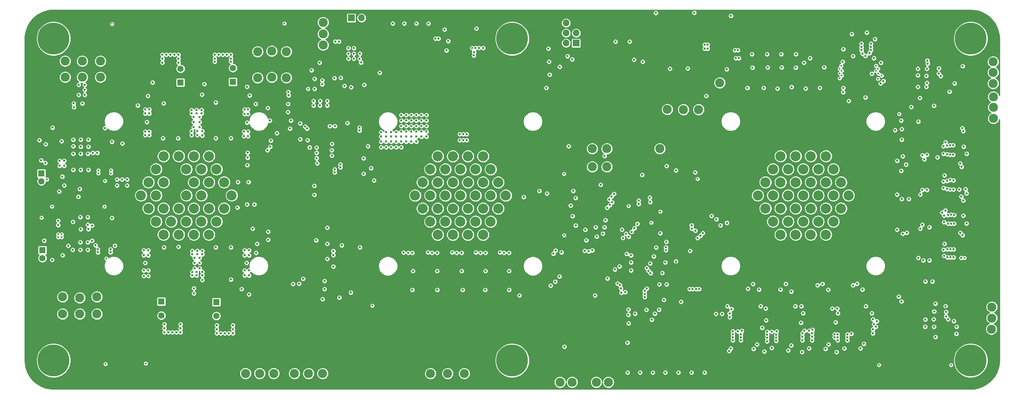
<source format=gbr>
G04 #@! TF.GenerationSoftware,KiCad,Pcbnew,(5.1.5-0-10_14)*
G04 #@! TF.CreationDate,2020-08-17T13:50:39-04:00*
G04 #@! TF.ProjectId,pressurization_series1,70726573-7375-4726-997a-6174696f6e5f,Rev 1*
G04 #@! TF.SameCoordinates,Original*
G04 #@! TF.FileFunction,Copper,L4,Inr*
G04 #@! TF.FilePolarity,Positive*
%FSLAX46Y46*%
G04 Gerber Fmt 4.6, Leading zero omitted, Abs format (unit mm)*
G04 Created by KiCad (PCBNEW (5.1.5-0-10_14)) date 2020-08-17 13:50:39*
%MOMM*%
%LPD*%
G04 APERTURE LIST*
%ADD10C,2.540000*%
%ADD11R,1.600000X1.600000*%
%ADD12C,1.600000*%
%ADD13C,2.286000*%
%ADD14C,8.000000*%
%ADD15R,1.700000X1.700000*%
%ADD16O,1.700000X1.700000*%
%ADD17C,0.609600*%
%ADD18C,0.508000*%
%ADD19C,0.254000*%
G04 APERTURE END LIST*
D10*
X69646800Y-89890600D03*
X65836800Y-89890600D03*
X62026800Y-89890600D03*
X58216800Y-89890600D03*
X60121800Y-93192600D03*
X67741800Y-93192600D03*
X63931800Y-93192600D03*
X56311800Y-93192600D03*
X71551800Y-93192600D03*
X69646800Y-96494600D03*
X65836800Y-96494600D03*
X58216800Y-96494600D03*
X62026800Y-96494600D03*
X73456800Y-96494600D03*
X54406800Y-96494600D03*
X63931800Y-106400600D03*
X60121800Y-106400600D03*
X62026800Y-109702600D03*
X54406800Y-103098600D03*
X56311800Y-106400600D03*
X58216800Y-109702600D03*
X58216800Y-103098600D03*
X62026800Y-103098600D03*
X65836800Y-109702600D03*
X67741800Y-106400600D03*
X65836800Y-103098600D03*
X71551800Y-106400600D03*
X69646800Y-109702600D03*
X69646800Y-103098600D03*
X73456800Y-103098600D03*
X71551800Y-99796600D03*
X67741800Y-99796600D03*
X63931800Y-99796600D03*
X60121800Y-99796600D03*
X56311800Y-99796600D03*
X75361800Y-99796600D03*
X52501800Y-99796600D03*
X138734800Y-89916000D03*
X134924800Y-89916000D03*
X131114800Y-89916000D03*
X127304800Y-89916000D03*
X129209800Y-93218000D03*
X136829800Y-93218000D03*
X133019800Y-93218000D03*
X125399800Y-93218000D03*
X140639800Y-93218000D03*
X138734800Y-96520000D03*
X134924800Y-96520000D03*
X127304800Y-96520000D03*
X131114800Y-96520000D03*
X142544800Y-96520000D03*
X123494800Y-96520000D03*
X133019800Y-106426000D03*
X129209800Y-106426000D03*
X131114800Y-109728000D03*
X123494800Y-103124000D03*
X125399800Y-106426000D03*
X127304800Y-109728000D03*
X127304800Y-103124000D03*
X131114800Y-103124000D03*
X134924800Y-109728000D03*
X136829800Y-106426000D03*
X134924800Y-103124000D03*
X140639800Y-106426000D03*
X138734800Y-109728000D03*
X138734800Y-103124000D03*
X142544800Y-103124000D03*
X140639800Y-99822000D03*
X136829800Y-99822000D03*
X133019800Y-99822000D03*
X129209800Y-99822000D03*
X125399800Y-99822000D03*
X144449800Y-99822000D03*
X121589800Y-99822000D03*
X225120200Y-89890600D03*
X221310200Y-89890600D03*
X217500200Y-89890600D03*
X213690200Y-89890600D03*
X215595200Y-93192600D03*
X223215200Y-93192600D03*
X219405200Y-93192600D03*
X211785200Y-93192600D03*
X227025200Y-93192600D03*
X225120200Y-96494600D03*
X221310200Y-96494600D03*
X213690200Y-96494600D03*
X217500200Y-96494600D03*
X228930200Y-96494600D03*
X209880200Y-96494600D03*
X219405200Y-106400600D03*
X215595200Y-106400600D03*
X217500200Y-109702600D03*
X209880200Y-103098600D03*
X211785200Y-106400600D03*
X213690200Y-109702600D03*
X213690200Y-103098600D03*
X217500200Y-103098600D03*
X221310200Y-109702600D03*
X223215200Y-106400600D03*
X221310200Y-103098600D03*
X227025200Y-106400600D03*
X225120200Y-109702600D03*
X225120200Y-103098600D03*
X228930200Y-103098600D03*
X227025200Y-99796600D03*
X223215200Y-99796600D03*
X219405200Y-99796600D03*
X215595200Y-99796600D03*
X211785200Y-99796600D03*
X230835200Y-99796600D03*
X207975200Y-99796600D03*
D11*
X62484000Y-71318000D03*
D12*
X62484000Y-67818000D03*
D13*
X89154000Y-70104000D03*
X85471000Y-69977000D03*
X81915000Y-70104000D03*
X89154000Y-63500000D03*
X85471000Y-63373000D03*
X81915000Y-63500000D03*
X98298000Y-144780000D03*
X94742000Y-144780000D03*
X91186000Y-144780000D03*
D11*
X75692000Y-71120000D03*
D12*
X75692000Y-67620000D03*
D11*
X57658000Y-126619000D03*
D12*
X57658000Y-130119000D03*
D13*
X129794000Y-144780000D03*
X198374000Y-71374000D03*
X183261000Y-88011000D03*
D14*
X261620000Y-60198000D03*
X146050000Y-60198000D03*
X30480000Y-141478000D03*
X146050000Y-141478000D03*
X261620000Y-141478000D03*
X30480000Y-60198000D03*
D12*
X27432000Y-96234000D03*
D11*
X27432000Y-94234000D03*
X27686000Y-113633000D03*
D12*
X27686000Y-115633000D03*
X71501000Y-130246000D03*
D11*
X71501000Y-126746000D03*
D13*
X98425000Y-59029600D03*
X98425000Y-56108600D03*
X98425000Y-61823600D03*
D15*
X162179000Y-61341000D03*
D16*
X159639000Y-61341000D03*
X162179000Y-58801000D03*
X159639000Y-58801000D03*
X162179000Y-56261000D03*
X159639000Y-56261000D03*
D15*
X105537000Y-54991000D03*
D16*
X108077000Y-54991000D03*
D13*
X267335000Y-80365600D03*
X267335000Y-74904600D03*
X267335000Y-77571600D03*
X193040000Y-78117700D03*
X185166000Y-78105000D03*
X189230000Y-78117700D03*
X133985000Y-144780000D03*
X125476000Y-144780000D03*
X170307000Y-146951700D03*
X164211000Y-146951700D03*
X167259000Y-146951700D03*
X161163000Y-146951700D03*
X158115000Y-146951700D03*
X33401000Y-65887600D03*
X37719000Y-65887600D03*
X42291000Y-65887600D03*
X33401000Y-69951600D03*
X37719000Y-69951600D03*
X42291000Y-69951600D03*
X32766000Y-125412500D03*
X37084000Y-125666500D03*
X41402000Y-125412500D03*
X41402000Y-129730500D03*
X37084000Y-129730500D03*
X32766000Y-129730500D03*
X78867000Y-144754600D03*
X82423000Y-144754600D03*
X85979000Y-144754600D03*
X267284200Y-68732400D03*
X266966700Y-130771900D03*
X267284200Y-66065400D03*
X266966700Y-127977900D03*
X267284200Y-71526400D03*
X266839700Y-133565900D03*
X166243000Y-88011000D03*
X169926000Y-88011000D03*
X166243000Y-92583000D03*
X169926000Y-92583000D03*
D17*
X133731000Y-84328000D03*
X132842000Y-84328000D03*
X134620000Y-84328000D03*
X99441000Y-77089000D03*
X96012000Y-77089000D03*
X99441000Y-75946000D03*
X96012000Y-75946000D03*
X250571000Y-71374000D03*
X248285000Y-72390000D03*
X250444000Y-72390000D03*
X250444000Y-69596000D03*
X248285000Y-69469000D03*
X248285000Y-67818000D03*
X250571000Y-67818000D03*
X252412500Y-129095500D03*
X250190000Y-131127500D03*
X252285500Y-131064000D03*
X252349000Y-132969000D03*
X250126500Y-132969000D03*
X35433000Y-85725000D03*
X35433000Y-87376000D03*
X35433000Y-89281000D03*
X35433000Y-93345000D03*
X37338000Y-89281000D03*
X37338000Y-87503000D03*
X37338000Y-85725000D03*
X39243000Y-85725000D03*
X39243000Y-87503000D03*
X39116000Y-89281000D03*
X37338000Y-93345000D03*
X34163000Y-112522000D03*
X35306000Y-113538000D03*
X37211000Y-105283000D03*
X37211000Y-111633000D03*
X37211000Y-113538000D03*
X39116000Y-113538000D03*
X39116000Y-111633000D03*
X39243000Y-108331000D03*
X39116000Y-107188000D03*
X39116000Y-105283000D03*
X39243000Y-93345000D03*
X201168000Y-138430000D03*
X259207000Y-115570000D03*
X206883000Y-138557000D03*
X211455000Y-138303000D03*
X215646000Y-138938000D03*
X220853000Y-138430000D03*
X225044000Y-138557000D03*
X229743000Y-138430000D03*
X233807000Y-138430000D03*
X259715000Y-101092000D03*
X259588000Y-109855000D03*
X259715000Y-104902000D03*
X259334000Y-92583000D03*
X259842000Y-87503000D03*
X259715000Y-83566000D03*
X237490000Y-60325000D03*
X231648000Y-59055000D03*
X130937000Y-114173000D03*
X118681500Y-114236500D03*
X124841000Y-114173000D03*
X136906000Y-114173000D03*
X143002000Y-114173000D03*
D18*
X159131000Y-94361000D03*
X159131000Y-109855000D03*
D17*
X77851000Y-123444000D03*
D18*
X28829000Y-95758000D03*
D17*
X220040300Y-72821700D03*
X205333600Y-72669400D03*
X209423000Y-72644000D03*
X212928300Y-72821700D03*
X216484300Y-72440700D03*
X249428000Y-89662000D03*
X249428000Y-98425000D03*
X249428000Y-107188000D03*
X248412000Y-115570000D03*
X30099000Y-116078000D03*
X109728000Y-87376000D03*
X110490000Y-92913200D03*
X135940800Y-62560200D03*
X104775000Y-65278000D03*
X106172000Y-65278000D03*
X107569000Y-65278000D03*
X104775000Y-64008000D03*
X106172000Y-64008000D03*
X107696000Y-64008000D03*
X104775000Y-62611000D03*
X106172000Y-62611000D03*
X136829800Y-62560200D03*
X137718800Y-62560200D03*
X138734800Y-62560200D03*
X35369500Y-106489500D03*
X37338000Y-108331000D03*
X255395405Y-129220654D03*
X253595300Y-67714700D03*
X184912000Y-111506000D03*
X182321000Y-112954000D03*
X184658000Y-116713000D03*
X187315356Y-116468644D03*
X183896000Y-119380000D03*
X99441000Y-107950000D03*
X99441000Y-112014000D03*
X99441000Y-115824000D03*
X172593000Y-122047000D03*
X170053000Y-120777000D03*
X96266000Y-70358000D03*
X184988000Y-92380000D03*
X209931000Y-128371590D03*
X227965000Y-128371590D03*
X190881000Y-113792000D03*
X218948000Y-127787410D03*
X191947000Y-53671000D03*
X201185000Y-54466000D03*
X182245000Y-53721000D03*
D18*
X183388000Y-103886000D03*
X181102000Y-106680000D03*
D17*
X97663000Y-75946000D03*
X97613400Y-77089000D03*
X258724400Y-98298000D03*
X260553200Y-99288600D03*
X65852000Y-123251000D03*
X67879000Y-74356000D03*
X54229000Y-74676000D03*
D18*
X27432000Y-105410000D03*
X30099000Y-102616000D03*
X43307000Y-102616000D03*
X43434000Y-96139000D03*
D17*
X31877000Y-98806000D03*
X26898600Y-85852000D03*
X30226000Y-82677000D03*
X43434000Y-82804000D03*
X35626000Y-77531000D03*
X115951000Y-56388000D03*
X118872000Y-56388000D03*
X121920000Y-56388000D03*
X124968000Y-56388000D03*
X178308000Y-144526000D03*
X181483000Y-144526000D03*
X184658000Y-144526000D03*
X187960000Y-144526000D03*
X191262000Y-144526000D03*
X194564000Y-144526000D03*
X169545000Y-106045000D03*
X158038800Y-67310000D03*
X155499000Y-69316400D03*
X223596300Y-72644010D03*
X136398000Y-64465200D03*
X129493022Y-63191378D03*
D18*
X43764200Y-115747800D03*
D17*
X112649000Y-68834000D03*
X236717345Y-69062590D03*
X174752000Y-109474000D03*
X175133000Y-144526000D03*
X137033000Y-57658000D03*
X185801000Y-67818000D03*
X190313000Y-67751000D03*
X161290000Y-105029000D03*
X129032000Y-57912000D03*
X172085000Y-60960000D03*
X175641000Y-60960000D03*
X200152000Y-67945000D03*
X104521000Y-81534000D03*
X184277000Y-126174500D03*
X179895500Y-128714500D03*
X188595000Y-126682500D03*
X258000500Y-134747000D03*
D18*
X238506000Y-142621000D03*
X256667000Y-142621000D03*
X53721000Y-142240000D03*
X43561000Y-142367000D03*
X45212000Y-56515000D03*
X88646000Y-56388000D03*
D17*
X200279000Y-127787400D03*
X247396000Y-98153703D03*
X122110500Y-114236500D03*
X128143000Y-114173000D03*
X140208000Y-114173000D03*
X134302500Y-114236500D03*
X146367500Y-114236500D03*
D18*
X159118300Y-90563700D03*
X154305000Y-86753700D03*
X154305000Y-102235000D03*
D17*
X79629000Y-121412000D03*
X247142000Y-115570000D03*
X110744000Y-87630000D03*
X114935000Y-64770000D03*
X115951000Y-64770000D03*
X116967000Y-64770000D03*
X114808000Y-67513200D03*
X117221000Y-67513200D03*
X116332000Y-65659000D03*
X112776000Y-59690000D03*
X255414459Y-128484298D03*
X255312339Y-131769537D03*
X253619000Y-70459603D03*
X253600500Y-66656500D03*
X181483000Y-137033000D03*
X190872000Y-111642000D03*
X187452000Y-112014000D03*
X184785000Y-115951000D03*
X187326714Y-117205158D03*
X183504247Y-116662342D03*
X183173702Y-119524459D03*
X170688000Y-122047000D03*
X94691000Y-70409000D03*
X98216600Y-72852400D03*
X194691000Y-88646000D03*
X184975500Y-90741500D03*
X202311000Y-61087000D03*
X183515000Y-65024000D03*
X179324000Y-60833000D03*
X247573800Y-89560400D03*
X247472200Y-107162600D03*
D18*
X185674000Y-105156000D03*
D17*
X65913000Y-121666000D03*
X67437000Y-75565000D03*
X54189000Y-75986000D03*
X32004000Y-100203000D03*
X32893000Y-78486000D03*
X115620800Y-67513200D03*
X116433600Y-67513200D03*
X117221000Y-65659000D03*
X170942000Y-103759000D03*
X130581400Y-67335400D03*
X100838000Y-102133400D03*
X236956600Y-70586600D03*
X161671000Y-105791000D03*
X192513000Y-67837000D03*
X202247500Y-123380500D03*
X209931000Y-123825000D03*
X219202000Y-123698000D03*
X227965000Y-123888500D03*
X169291000Y-107823000D03*
X173228000Y-122428000D03*
X184785000Y-113639603D03*
X195326000Y-61722000D03*
X194564000Y-61722000D03*
X202946000Y-63119000D03*
X202184000Y-63119000D03*
X101475542Y-60934600D03*
X93853000Y-82423000D03*
X94361000Y-82931000D03*
X102387400Y-60934600D03*
X101346000Y-93980000D03*
X101346000Y-93218000D03*
X107975396Y-66243200D03*
X101269800Y-70205600D03*
X256260600Y-73609200D03*
X154660600Y-72644000D03*
X159207200Y-137998200D03*
X258064000Y-132969000D03*
X129921000Y-60833000D03*
X195326000Y-62738000D03*
X194564000Y-62738000D03*
X203200000Y-65151000D03*
X202438000Y-65151000D03*
X126746000Y-60198000D03*
X127508000Y-60198000D03*
X102743000Y-91948000D03*
X102743000Y-92710000D03*
X107569000Y-82677000D03*
X107569000Y-83439000D03*
X155194000Y-62738000D03*
X155321000Y-66040000D03*
X124460000Y-80899000D03*
X124460000Y-82296000D03*
X124460000Y-79502000D03*
X58928000Y-64262000D03*
X61976000Y-64262000D03*
X57912000Y-65278000D03*
X60960000Y-64262000D03*
X57912000Y-66294000D03*
X61976000Y-66294000D03*
X61976000Y-65278000D03*
X57912000Y-64262000D03*
X59944000Y-64262000D03*
X72136000Y-64262000D03*
X75184000Y-64262000D03*
X71120000Y-65278000D03*
X74168000Y-64262000D03*
X71120000Y-66040000D03*
X75184000Y-66040000D03*
X75184000Y-65278000D03*
X71120000Y-64262000D03*
X73152000Y-64262000D03*
X121920000Y-80899000D03*
X121920000Y-82296000D03*
X121920000Y-79502000D03*
X123190000Y-80899000D03*
X123190000Y-82296000D03*
X123190000Y-79502000D03*
X221615000Y-134620000D03*
X221615000Y-135509000D03*
X221615000Y-136398000D03*
X219202000Y-134620000D03*
X219202000Y-136398000D03*
X114300000Y-83820000D03*
X256542200Y-113413200D03*
X256540000Y-115443000D03*
X257302000Y-115443000D03*
X255778000Y-115443000D03*
X257302000Y-113411000D03*
X255778000Y-113411000D03*
X256667000Y-104648000D03*
X256667000Y-106934000D03*
X257429000Y-106934000D03*
X255905000Y-106934000D03*
X255905000Y-104775000D03*
X257429000Y-104775000D03*
X256413000Y-95885000D03*
X256413000Y-98298000D03*
X257302000Y-98298000D03*
X257302000Y-96012000D03*
X255651000Y-96139000D03*
X255651000Y-98171000D03*
X256439200Y-87148200D03*
X256413000Y-89535000D03*
X257175000Y-87122000D03*
X257175000Y-89535000D03*
X255651000Y-89408000D03*
X255651000Y-87249000D03*
X236474000Y-62357000D03*
X234061000Y-62357000D03*
X236474000Y-61468000D03*
X236474000Y-63119000D03*
X234061000Y-61468000D03*
X234061000Y-63119000D03*
X41656000Y-113411000D03*
X41656000Y-114173000D03*
X44831000Y-113411000D03*
X203708000Y-134874000D03*
X203708000Y-135636000D03*
X203708000Y-136398000D03*
X201676000Y-136398000D03*
X201676000Y-135636000D03*
X201676000Y-134874000D03*
X212598000Y-135001000D03*
X212598000Y-135763000D03*
X212598000Y-136525000D03*
X219202000Y-135509000D03*
X230505000Y-134874000D03*
X230505000Y-135636000D03*
X228092000Y-134874000D03*
X228092000Y-135636000D03*
X228092000Y-136398000D03*
X210312000Y-135001000D03*
X210312000Y-135763000D03*
X210312000Y-136652000D03*
X115570000Y-83820000D03*
X116840000Y-83820000D03*
X118110000Y-83693000D03*
X119380000Y-83693000D03*
X120650000Y-83693000D03*
X121920000Y-83693000D03*
X123190000Y-83693000D03*
X124460000Y-83693000D03*
X118110000Y-79502000D03*
X114300000Y-86233000D03*
X115570000Y-86233000D03*
X116840000Y-86233000D03*
X118110000Y-86233000D03*
X119380000Y-86233000D03*
X120650000Y-86233000D03*
X121920000Y-86233000D03*
X118110000Y-80899000D03*
X118110000Y-82296000D03*
X118110000Y-84963000D03*
X116840000Y-84963000D03*
X115570000Y-84963000D03*
X114300000Y-84963000D03*
X119380000Y-79502000D03*
X119380000Y-80899000D03*
X119380000Y-82296000D03*
X120650000Y-80899000D03*
X120650000Y-82296000D03*
X113030000Y-83820000D03*
X113030000Y-86233000D03*
X113030000Y-87630000D03*
X114300000Y-87630000D03*
X115570000Y-87630000D03*
X116840000Y-87630000D03*
X118110000Y-87630000D03*
X123190000Y-84963000D03*
X120650000Y-79502000D03*
X119380000Y-84963000D03*
X120650000Y-84963000D03*
X121920000Y-84963000D03*
X113030000Y-84963000D03*
X44831000Y-114173000D03*
D18*
X41783000Y-94234000D03*
X41783000Y-93472000D03*
X44958000Y-93472000D03*
X44958000Y-94234000D03*
D17*
X175107600Y-137007600D03*
X201676000Y-134112000D03*
X202946000Y-134112000D03*
X210312000Y-134239000D03*
X211455000Y-134239000D03*
X219710000Y-133985000D03*
X220853000Y-133985000D03*
X230505000Y-136398000D03*
X227330000Y-135636000D03*
X227330000Y-134874000D03*
X254762000Y-113512600D03*
X254889000Y-115062000D03*
X254889000Y-104902000D03*
X254889000Y-106553000D03*
X254762000Y-96266000D03*
X254762000Y-97917000D03*
X254762000Y-87376000D03*
X254762000Y-89281000D03*
X234315000Y-64008000D03*
X236093000Y-63881000D03*
X72644000Y-134620000D03*
X73660000Y-134620000D03*
X74676000Y-134620000D03*
X75692000Y-134620000D03*
X71628000Y-134620000D03*
X71628000Y-133604000D03*
X75692000Y-133604000D03*
X75692000Y-132588000D03*
X71628000Y-132588000D03*
X60452000Y-134366000D03*
X61468000Y-134366000D03*
X59436000Y-134366000D03*
X62484000Y-134366000D03*
X58420000Y-134366000D03*
X58420000Y-133350000D03*
X58420000Y-132334000D03*
X62484000Y-133350000D03*
X62484000Y-132334000D03*
X124460000Y-84963000D03*
X133731000Y-85852000D03*
X132842000Y-85852000D03*
X134620000Y-85852000D03*
X36830000Y-71882000D03*
X38354000Y-71882000D03*
X36830000Y-74422000D03*
X38354000Y-74422000D03*
X38354000Y-73152000D03*
X216408000Y-124079000D03*
X234315000Y-123571000D03*
X244475000Y-109474000D03*
X245491000Y-109220000D03*
X245999000Y-100711000D03*
X244221000Y-100711000D03*
X245313200Y-91998800D03*
X244094000Y-93599000D03*
X244221000Y-83058000D03*
X244221000Y-85725000D03*
X67945000Y-119126000D03*
X67945000Y-120015000D03*
X67310000Y-118237000D03*
X66548000Y-119126000D03*
X65405000Y-119126000D03*
X65405000Y-120015000D03*
X66548000Y-120015000D03*
X66040000Y-118237000D03*
X65405000Y-113792000D03*
X66675000Y-113792000D03*
X65405000Y-114681000D03*
X66040000Y-115570000D03*
X67945000Y-113792000D03*
X66675000Y-114681000D03*
X67310000Y-115570000D03*
X67945000Y-114681000D03*
X78613000Y-118745000D03*
X78613000Y-120015000D03*
X79756000Y-120015000D03*
X79756000Y-118745000D03*
X78613000Y-113665000D03*
X79756000Y-113665000D03*
X79756000Y-114935000D03*
X78613000Y-114935000D03*
X53213000Y-113665000D03*
X53213000Y-114935000D03*
X54356000Y-120142000D03*
X53213000Y-120142000D03*
X53213000Y-118745000D03*
X66040000Y-116840000D03*
X79121000Y-116840000D03*
X53594000Y-116840000D03*
X111252000Y-96012000D03*
X208280000Y-123571000D03*
X225679000Y-123634500D03*
X229489000Y-72644000D03*
X229463600Y-73761600D03*
X65278000Y-83566000D03*
X65278000Y-84582000D03*
X66675000Y-83566000D03*
X66675000Y-84582000D03*
X67945000Y-83566000D03*
X67945000Y-84709000D03*
X65786000Y-82550000D03*
X67310000Y-82550000D03*
X65786000Y-80010000D03*
X67310000Y-80010000D03*
X65278000Y-78232000D03*
X65278000Y-79121000D03*
X66548000Y-78232000D03*
X66548000Y-79121000D03*
X67818000Y-78232000D03*
X67818000Y-79121000D03*
X78486000Y-83693000D03*
X78486000Y-84836000D03*
X79502000Y-84836000D03*
X79502000Y-83693000D03*
X79248000Y-81407000D03*
X78613000Y-78105000D03*
X78613000Y-79248000D03*
X79502000Y-79248000D03*
X79502000Y-78105000D03*
X54610000Y-84582000D03*
X53594000Y-84582000D03*
X53594000Y-83693000D03*
X54610000Y-83693000D03*
X53594000Y-78105000D03*
X54610000Y-78105000D03*
X54610000Y-79121000D03*
X53594000Y-79121000D03*
X53975000Y-81280000D03*
X46482000Y-97282000D03*
X46482000Y-95758000D03*
X49022000Y-97282000D03*
X49022000Y-95758000D03*
X47752000Y-95758000D03*
X54356000Y-113665000D03*
X54356000Y-118745000D03*
X54356000Y-114935000D03*
X205486000Y-123380500D03*
X213677500Y-123571000D03*
X223012000Y-122478810D03*
X231965500Y-122478810D03*
X67310000Y-116840000D03*
X65786000Y-81280000D03*
X67310000Y-81280000D03*
X230886000Y-75946000D03*
X206756000Y-122174000D03*
X215011000Y-122148590D03*
X224271000Y-122148590D03*
X243078000Y-108458000D03*
X243078000Y-99568000D03*
X243078000Y-91059000D03*
X242570000Y-83312000D03*
X232994000Y-122098000D03*
X32512000Y-86106000D03*
X156464000Y-114503200D03*
X41503600Y-89052400D03*
X85090002Y-87502998D03*
X156997400Y-113715800D03*
X47828200Y-86690190D03*
X85217000Y-85979000D03*
X158496000Y-114173000D03*
X32689800Y-95046800D03*
X27355800Y-90957400D03*
X31623000Y-106172000D03*
X171121636Y-100096443D03*
X40208200Y-111226602D03*
X171729400Y-99390200D03*
X40182800Y-107416600D03*
X170535600Y-100812600D03*
D18*
X175387000Y-102489000D03*
D17*
X41021000Y-112369600D03*
X28117800Y-111226600D03*
X178816000Y-94615000D03*
X170002200Y-102920800D03*
X168351200Y-97129600D03*
X169341800Y-89839800D03*
X167106600Y-107823000D03*
X160299400Y-87376000D03*
X175437800Y-110236000D03*
X176022000Y-118745000D03*
D18*
X192786000Y-95631000D03*
D17*
X194945000Y-74676000D03*
X192151000Y-93980000D03*
X176022000Y-116713000D03*
X187325000Y-93472000D03*
X176022000Y-114935000D03*
X210439000Y-67487800D03*
X210312000Y-64135000D03*
X213969600Y-67487800D03*
X213868000Y-64135000D03*
X206603600Y-67538600D03*
X206502000Y-64135000D03*
X219583000Y-66294000D03*
X221107000Y-65151000D03*
X217525600Y-67513200D03*
X217551000Y-64135000D03*
X224688400Y-67436998D03*
D18*
X31623000Y-109601000D03*
X32512000Y-109601000D03*
X31623000Y-110363000D03*
X32512000Y-110363000D03*
D17*
X32004000Y-91059000D03*
X33147000Y-91059000D03*
X33147000Y-92329000D03*
X32004000Y-92329000D03*
X96901000Y-91694000D03*
X96748600Y-87706200D03*
X79375000Y-89027000D03*
X96774000Y-90398600D03*
X79298800Y-92151200D03*
X96774000Y-89052400D03*
X79375000Y-90297000D03*
X173736000Y-108458000D03*
X162052000Y-100457000D03*
X154813000Y-99314000D03*
X133350000Y-114300000D03*
X132080000Y-114300000D03*
X145288000Y-114300000D03*
X119888000Y-114300000D03*
X144018000Y-114300000D03*
X120904000Y-114300000D03*
X138049000Y-114300000D03*
X125857000Y-114300000D03*
X127127000Y-114300000D03*
X139319000Y-114300000D03*
X183388000Y-109347000D03*
X161417000Y-98679000D03*
X152908000Y-98679000D03*
X173964600Y-110540800D03*
X160807400Y-102362000D03*
X148971000Y-100203000D03*
X184785000Y-112903000D03*
X229489000Y-62865000D03*
X231978200Y-64617600D03*
X229362000Y-66040000D03*
X207772000Y-137414000D03*
X203962000Y-133985000D03*
X208661000Y-127787410D03*
X216408000Y-137668000D03*
X212725000Y-134112000D03*
X217424000Y-127787410D03*
X225806000Y-137414000D03*
X221742000Y-133731000D03*
X226695000Y-128371590D03*
X234696000Y-137287000D03*
X248920000Y-108204000D03*
X255016000Y-112014000D03*
X258953000Y-109220000D03*
X248920000Y-99568000D03*
X255219200Y-103606600D03*
X259207000Y-100076000D03*
X249936000Y-90678000D03*
X255016000Y-94742000D03*
X258953000Y-91694000D03*
X255270000Y-86360000D03*
X248412000Y-81153000D03*
X259461000Y-82804000D03*
X231521000Y-134747000D03*
X235204000Y-127787410D03*
X255905000Y-131064000D03*
X98171000Y-71755000D03*
X254075128Y-69673272D03*
X183057810Y-128651000D03*
X257556000Y-71501000D03*
X257344567Y-131529433D03*
X96266000Y-72898000D03*
X181228996Y-131191000D03*
X171958000Y-118491000D03*
X173101000Y-117729000D03*
X193167000Y-123444000D03*
X192405000Y-123444000D03*
X191516000Y-123444000D03*
X190754000Y-123444000D03*
X108585000Y-94310200D03*
X108762800Y-71882000D03*
X101371400Y-82321400D03*
X238887000Y-71551800D03*
X178943000Y-66040000D03*
X160020000Y-64643000D03*
X235432600Y-58699400D03*
X235077000Y-64579500D03*
X196291200Y-104978200D03*
X235077000Y-75057010D03*
X237236000Y-65151000D03*
X239014000Y-66319400D03*
X200710800Y-139090400D03*
X192786000Y-110591600D03*
X197421500Y-129730500D03*
X236982000Y-134645400D03*
X209067400Y-133223000D03*
X209626200Y-139217400D03*
X193522600Y-110007400D03*
X198945500Y-129730500D03*
X237744000Y-132969000D03*
X218821000Y-131953000D03*
X219075000Y-139344400D03*
X194106800Y-109321600D03*
X200914000Y-130556000D03*
X237998000Y-131572000D03*
X227584000Y-131826000D03*
D18*
X260045200Y-115570000D03*
D17*
X191296278Y-108212878D03*
X251206000Y-116205000D03*
X249682000Y-116205000D03*
X260553200Y-106883200D03*
X191287400Y-107340400D03*
X198551800Y-107340400D03*
X254381000Y-104140000D03*
X250190000Y-121539000D03*
X260299200Y-98221800D03*
X200177400Y-106730800D03*
D18*
X243586000Y-79248000D03*
D17*
X253238000Y-90170000D03*
X260604200Y-89280800D03*
X197535800Y-105816400D03*
X244475000Y-89916000D03*
X192227200Y-108712000D03*
X227838000Y-139344400D03*
X200850500Y-129603500D03*
X93345000Y-120853200D03*
X71374000Y-112903000D03*
X92329000Y-122097800D03*
X75184000Y-112903000D03*
X90830400Y-122174000D03*
X75184000Y-121031000D03*
X108585000Y-90449400D03*
X244157500Y-126555500D03*
X177038000Y-129667000D03*
X259600700Y-67170300D03*
X181991000Y-129667000D03*
X103759000Y-72136000D03*
X98171000Y-70739000D03*
X255270000Y-127762000D03*
D18*
X94615000Y-72898000D03*
D17*
X120904000Y-123647200D03*
X145288000Y-123647200D03*
X139242800Y-123647200D03*
X127177800Y-123647200D03*
X133578600Y-123647200D03*
X147904200Y-125069600D03*
X166954200Y-125069600D03*
X40386000Y-89052400D03*
X100609400Y-89763600D03*
X84404200Y-88392000D03*
X45212000Y-86233000D03*
X100584000Y-88392000D03*
X28397200Y-91617800D03*
X100660200Y-86791800D03*
X45923200Y-112496600D03*
X162077400Y-107391200D03*
X167360600Y-110185200D03*
X45212000Y-105486200D03*
X164490400Y-108483400D03*
X32766000Y-114909600D03*
X184986240Y-122275600D03*
X253568200Y-69037200D03*
X255394100Y-130368400D03*
X179451000Y-124714000D03*
X97536000Y-66294000D03*
X177622200Y-106984800D03*
X183134000Y-122275600D03*
X250672600Y-65760600D03*
X252730000Y-127127000D03*
X179451000Y-123888500D03*
X95504000Y-68199000D03*
X176885600Y-108077000D03*
X179984400Y-123317000D03*
X252349000Y-77165200D03*
X252734100Y-135568400D03*
X179451000Y-125476000D03*
X243459000Y-125349000D03*
X102870000Y-70104000D03*
X176174402Y-109016800D03*
X180848000Y-101475030D03*
X180721000Y-100330000D03*
X177927000Y-101981000D03*
X177927000Y-101092000D03*
X175388017Y-132106417D03*
X121031000Y-118897400D03*
X175348900Y-129933700D03*
X127127000Y-118897400D03*
X133350000Y-118897400D03*
X175361600Y-128600200D03*
X139319000Y-118897400D03*
X173583600Y-124358400D03*
X173482000Y-123291600D03*
X145288000Y-118897400D03*
X174929800Y-114579400D03*
X105486200Y-72491604D03*
X100101493Y-82283553D03*
X239623600Y-70916800D03*
X176784000Y-65532000D03*
X161188400Y-65430400D03*
X236982000Y-133629400D03*
X201295000Y-128498600D03*
X210058000Y-131318000D03*
X237236000Y-132334000D03*
X236982000Y-131064000D03*
X219375398Y-129565410D03*
X251206000Y-107823000D03*
X251968000Y-121539000D03*
X244094000Y-80899000D03*
X250571000Y-98425000D03*
X246634000Y-77470000D03*
X250571000Y-89535000D03*
X228145582Y-129565410D03*
X236728000Y-129565410D03*
X92633800Y-81610200D03*
X51689000Y-77089000D03*
X36703000Y-100126800D03*
X92633800Y-85598000D03*
X136448800Y-63652400D03*
X28511492Y-86868000D03*
X31623000Y-107315000D03*
X250799600Y-66548000D03*
X37719000Y-76581000D03*
X37084000Y-98171000D03*
D18*
X238252000Y-70358000D03*
X228600000Y-70231000D03*
X239191800Y-69545200D03*
X229108000Y-69494390D03*
X228612326Y-68973326D03*
X238353600Y-69037200D03*
X237744000Y-68326000D03*
X229094467Y-68314880D03*
X238252000Y-67818000D03*
X228600000Y-67818000D03*
X228981000Y-67056000D03*
X237744000Y-67056000D03*
D17*
X248793000Y-75184000D03*
X174523400Y-124231400D03*
X35560000Y-76581000D03*
X33147000Y-97282000D03*
X96189800Y-97383600D03*
X96189800Y-99669600D03*
X79603600Y-96418400D03*
X76962000Y-96418400D03*
X76809600Y-102870000D03*
X81788000Y-112014000D03*
X81534000Y-114300000D03*
X84582000Y-108966000D03*
X84582000Y-110998000D03*
X80645000Y-108204000D03*
X180949600Y-119430800D03*
X155778200Y-122580400D03*
X100990400Y-117754400D03*
X180441600Y-118872000D03*
X156895800Y-121564400D03*
X100965000Y-114909600D03*
X179959000Y-118135400D03*
X157988000Y-120269000D03*
X100965000Y-113842800D03*
X166243000Y-113665000D03*
X96647000Y-111125000D03*
X165354000Y-113919000D03*
X103124000Y-112395000D03*
X164338000Y-113792000D03*
X107696000Y-112903000D03*
X58293000Y-112903000D03*
X164719000Y-111125000D03*
X105410000Y-124333000D03*
X61976000Y-112776000D03*
X168910000Y-109448600D03*
X102489000Y-125603000D03*
X67945000Y-121158000D03*
X98298000Y-125984000D03*
X181737000Y-115189000D03*
X75184000Y-85344000D03*
X86741000Y-84074000D03*
X90043000Y-82931000D03*
X71374000Y-85344000D03*
X84963000Y-80899000D03*
X90297000Y-80899000D03*
X79883000Y-74549000D03*
X71374000Y-76327000D03*
X89712800Y-74549000D03*
X61849000Y-85369400D03*
X84455000Y-77724000D03*
X89560400Y-78740000D03*
X58039000Y-85369400D03*
X81407000Y-76708000D03*
X89585800Y-76708000D03*
X79248000Y-72364600D03*
X58216800Y-76555600D03*
X89662000Y-73660000D03*
X170688000Y-102235000D03*
X98755200Y-121412000D03*
X171272200Y-101549200D03*
X98755200Y-123444000D03*
X180848000Y-116967000D03*
D18*
X110820200Y-127635000D03*
D17*
X79730600Y-124790200D03*
X95021400Y-87680800D03*
X81102200Y-102082600D03*
X65862200Y-124561600D03*
X79248000Y-102082600D03*
X94488000Y-85852000D03*
X55448200Y-71272400D03*
X68465700Y-71691500D03*
D19*
G36*
X262661232Y-53060617D02*
G01*
X263680653Y-53285685D01*
X264656903Y-53655553D01*
X265569539Y-54162477D01*
X266399435Y-54795834D01*
X267129209Y-55542357D01*
X267743575Y-56386410D01*
X268229662Y-57310307D01*
X268577290Y-58294709D01*
X268779616Y-59321230D01*
X268834000Y-60210408D01*
X268834000Y-74628816D01*
X268800434Y-74460066D01*
X268685551Y-74182715D01*
X268518768Y-73933107D01*
X268306493Y-73720832D01*
X268056885Y-73554049D01*
X267779534Y-73439166D01*
X267485101Y-73380600D01*
X267184899Y-73380600D01*
X266890466Y-73439166D01*
X266613115Y-73554049D01*
X266363507Y-73720832D01*
X266151232Y-73933107D01*
X265984449Y-74182715D01*
X265869566Y-74460066D01*
X265811000Y-74754499D01*
X265811000Y-75054701D01*
X265869566Y-75349134D01*
X265984449Y-75626485D01*
X266151232Y-75876093D01*
X266363507Y-76088368D01*
X266587596Y-76238100D01*
X266363507Y-76387832D01*
X266151232Y-76600107D01*
X265984449Y-76849715D01*
X265869566Y-77127066D01*
X265811000Y-77421499D01*
X265811000Y-77721701D01*
X265869566Y-78016134D01*
X265984449Y-78293485D01*
X266151232Y-78543093D01*
X266363507Y-78755368D01*
X266613115Y-78922151D01*
X266725252Y-78968600D01*
X266613115Y-79015049D01*
X266363507Y-79181832D01*
X266151232Y-79394107D01*
X265984449Y-79643715D01*
X265869566Y-79921066D01*
X265811000Y-80215499D01*
X265811000Y-80515701D01*
X265869566Y-80810134D01*
X265984449Y-81087485D01*
X266151232Y-81337093D01*
X266363507Y-81549368D01*
X266613115Y-81716151D01*
X266890466Y-81831034D01*
X267184899Y-81889600D01*
X267485101Y-81889600D01*
X267779534Y-81831034D01*
X268056885Y-81716151D01*
X268306493Y-81549368D01*
X268518768Y-81337093D01*
X268685551Y-81087485D01*
X268800434Y-80810134D01*
X268834000Y-80641384D01*
X268834001Y-141463283D01*
X268757384Y-142519225D01*
X268532316Y-143538650D01*
X268162447Y-144514903D01*
X267655523Y-145427539D01*
X267022170Y-146257431D01*
X266275643Y-146987209D01*
X265431588Y-147601577D01*
X264507687Y-148087664D01*
X263523298Y-148435288D01*
X262496771Y-148637616D01*
X261607591Y-148692000D01*
X30494703Y-148692000D01*
X29438775Y-148615384D01*
X28419350Y-148390316D01*
X27443097Y-148020447D01*
X26530461Y-147513523D01*
X25700569Y-146880170D01*
X25623761Y-146801599D01*
X156591000Y-146801599D01*
X156591000Y-147101801D01*
X156649566Y-147396234D01*
X156764449Y-147673585D01*
X156931232Y-147923193D01*
X157143507Y-148135468D01*
X157393115Y-148302251D01*
X157670466Y-148417134D01*
X157964899Y-148475700D01*
X158265101Y-148475700D01*
X158559534Y-148417134D01*
X158836885Y-148302251D01*
X159086493Y-148135468D01*
X159298768Y-147923193D01*
X159465551Y-147673585D01*
X159580434Y-147396234D01*
X159639000Y-147101801D01*
X159697566Y-147396234D01*
X159812449Y-147673585D01*
X159979232Y-147923193D01*
X160191507Y-148135468D01*
X160441115Y-148302251D01*
X160718466Y-148417134D01*
X161012899Y-148475700D01*
X161313101Y-148475700D01*
X161607534Y-148417134D01*
X161884885Y-148302251D01*
X162134493Y-148135468D01*
X162346768Y-147923193D01*
X162513551Y-147673585D01*
X162628434Y-147396234D01*
X162687000Y-147101801D01*
X162687000Y-146801599D01*
X165735000Y-146801599D01*
X165735000Y-147101801D01*
X165793566Y-147396234D01*
X165908449Y-147673585D01*
X166075232Y-147923193D01*
X166287507Y-148135468D01*
X166537115Y-148302251D01*
X166814466Y-148417134D01*
X167108899Y-148475700D01*
X167409101Y-148475700D01*
X167703534Y-148417134D01*
X167980885Y-148302251D01*
X168230493Y-148135468D01*
X168442768Y-147923193D01*
X168609551Y-147673585D01*
X168724434Y-147396234D01*
X168783000Y-147101801D01*
X168841566Y-147396234D01*
X168956449Y-147673585D01*
X169123232Y-147923193D01*
X169335507Y-148135468D01*
X169585115Y-148302251D01*
X169862466Y-148417134D01*
X170156899Y-148475700D01*
X170457101Y-148475700D01*
X170751534Y-148417134D01*
X171028885Y-148302251D01*
X171278493Y-148135468D01*
X171490768Y-147923193D01*
X171657551Y-147673585D01*
X171772434Y-147396234D01*
X171831000Y-147101801D01*
X171831000Y-146801599D01*
X171772434Y-146507166D01*
X171657551Y-146229815D01*
X171490768Y-145980207D01*
X171278493Y-145767932D01*
X171028885Y-145601149D01*
X170751534Y-145486266D01*
X170457101Y-145427700D01*
X170156899Y-145427700D01*
X169862466Y-145486266D01*
X169585115Y-145601149D01*
X169335507Y-145767932D01*
X169123232Y-145980207D01*
X168956449Y-146229815D01*
X168841566Y-146507166D01*
X168783000Y-146801599D01*
X168724434Y-146507166D01*
X168609551Y-146229815D01*
X168442768Y-145980207D01*
X168230493Y-145767932D01*
X167980885Y-145601149D01*
X167703534Y-145486266D01*
X167409101Y-145427700D01*
X167108899Y-145427700D01*
X166814466Y-145486266D01*
X166537115Y-145601149D01*
X166287507Y-145767932D01*
X166075232Y-145980207D01*
X165908449Y-146229815D01*
X165793566Y-146507166D01*
X165735000Y-146801599D01*
X162687000Y-146801599D01*
X162628434Y-146507166D01*
X162513551Y-146229815D01*
X162346768Y-145980207D01*
X162134493Y-145767932D01*
X161884885Y-145601149D01*
X161607534Y-145486266D01*
X161313101Y-145427700D01*
X161012899Y-145427700D01*
X160718466Y-145486266D01*
X160441115Y-145601149D01*
X160191507Y-145767932D01*
X159979232Y-145980207D01*
X159812449Y-146229815D01*
X159697566Y-146507166D01*
X159639000Y-146801599D01*
X159580434Y-146507166D01*
X159465551Y-146229815D01*
X159298768Y-145980207D01*
X159086493Y-145767932D01*
X158836885Y-145601149D01*
X158559534Y-145486266D01*
X158265101Y-145427700D01*
X157964899Y-145427700D01*
X157670466Y-145486266D01*
X157393115Y-145601149D01*
X157143507Y-145767932D01*
X156931232Y-145980207D01*
X156764449Y-146229815D01*
X156649566Y-146507166D01*
X156591000Y-146801599D01*
X25623761Y-146801599D01*
X24970791Y-146133643D01*
X24356423Y-145289588D01*
X23870336Y-144365687D01*
X23522712Y-143381298D01*
X23320384Y-142354771D01*
X23266000Y-141465591D01*
X23266000Y-141046509D01*
X26099000Y-141046509D01*
X26099000Y-141909491D01*
X26267359Y-142755891D01*
X26597608Y-143553182D01*
X27077055Y-144270725D01*
X27687275Y-144880945D01*
X28404818Y-145360392D01*
X29202109Y-145690641D01*
X30048509Y-145859000D01*
X30911491Y-145859000D01*
X31757891Y-145690641D01*
X32555182Y-145360392D01*
X33272725Y-144880945D01*
X33549171Y-144604499D01*
X77343000Y-144604499D01*
X77343000Y-144904701D01*
X77401566Y-145199134D01*
X77516449Y-145476485D01*
X77683232Y-145726093D01*
X77895507Y-145938368D01*
X78145115Y-146105151D01*
X78422466Y-146220034D01*
X78716899Y-146278600D01*
X79017101Y-146278600D01*
X79311534Y-146220034D01*
X79588885Y-146105151D01*
X79838493Y-145938368D01*
X80050768Y-145726093D01*
X80217551Y-145476485D01*
X80332434Y-145199134D01*
X80391000Y-144904701D01*
X80391000Y-144604499D01*
X80899000Y-144604499D01*
X80899000Y-144904701D01*
X80957566Y-145199134D01*
X81072449Y-145476485D01*
X81239232Y-145726093D01*
X81451507Y-145938368D01*
X81701115Y-146105151D01*
X81978466Y-146220034D01*
X82272899Y-146278600D01*
X82573101Y-146278600D01*
X82867534Y-146220034D01*
X83144885Y-146105151D01*
X83394493Y-145938368D01*
X83606768Y-145726093D01*
X83773551Y-145476485D01*
X83888434Y-145199134D01*
X83947000Y-144904701D01*
X83947000Y-144604499D01*
X84455000Y-144604499D01*
X84455000Y-144904701D01*
X84513566Y-145199134D01*
X84628449Y-145476485D01*
X84795232Y-145726093D01*
X85007507Y-145938368D01*
X85257115Y-146105151D01*
X85534466Y-146220034D01*
X85828899Y-146278600D01*
X86129101Y-146278600D01*
X86423534Y-146220034D01*
X86700885Y-146105151D01*
X86950493Y-145938368D01*
X87162768Y-145726093D01*
X87329551Y-145476485D01*
X87444434Y-145199134D01*
X87503000Y-144904701D01*
X87503000Y-144629899D01*
X89662000Y-144629899D01*
X89662000Y-144930101D01*
X89720566Y-145224534D01*
X89835449Y-145501885D01*
X90002232Y-145751493D01*
X90214507Y-145963768D01*
X90464115Y-146130551D01*
X90741466Y-146245434D01*
X91035899Y-146304000D01*
X91336101Y-146304000D01*
X91630534Y-146245434D01*
X91907885Y-146130551D01*
X92157493Y-145963768D01*
X92369768Y-145751493D01*
X92536551Y-145501885D01*
X92651434Y-145224534D01*
X92710000Y-144930101D01*
X92710000Y-144629899D01*
X93218000Y-144629899D01*
X93218000Y-144930101D01*
X93276566Y-145224534D01*
X93391449Y-145501885D01*
X93558232Y-145751493D01*
X93770507Y-145963768D01*
X94020115Y-146130551D01*
X94297466Y-146245434D01*
X94591899Y-146304000D01*
X94892101Y-146304000D01*
X95186534Y-146245434D01*
X95463885Y-146130551D01*
X95713493Y-145963768D01*
X95925768Y-145751493D01*
X96092551Y-145501885D01*
X96207434Y-145224534D01*
X96266000Y-144930101D01*
X96266000Y-144629899D01*
X96774000Y-144629899D01*
X96774000Y-144930101D01*
X96832566Y-145224534D01*
X96947449Y-145501885D01*
X97114232Y-145751493D01*
X97326507Y-145963768D01*
X97576115Y-146130551D01*
X97853466Y-146245434D01*
X98147899Y-146304000D01*
X98448101Y-146304000D01*
X98742534Y-146245434D01*
X99019885Y-146130551D01*
X99269493Y-145963768D01*
X99481768Y-145751493D01*
X99648551Y-145501885D01*
X99763434Y-145224534D01*
X99822000Y-144930101D01*
X99822000Y-144629899D01*
X123952000Y-144629899D01*
X123952000Y-144930101D01*
X124010566Y-145224534D01*
X124125449Y-145501885D01*
X124292232Y-145751493D01*
X124504507Y-145963768D01*
X124754115Y-146130551D01*
X125031466Y-146245434D01*
X125325899Y-146304000D01*
X125626101Y-146304000D01*
X125920534Y-146245434D01*
X126197885Y-146130551D01*
X126447493Y-145963768D01*
X126659768Y-145751493D01*
X126826551Y-145501885D01*
X126941434Y-145224534D01*
X127000000Y-144930101D01*
X127000000Y-144629899D01*
X128270000Y-144629899D01*
X128270000Y-144930101D01*
X128328566Y-145224534D01*
X128443449Y-145501885D01*
X128610232Y-145751493D01*
X128822507Y-145963768D01*
X129072115Y-146130551D01*
X129349466Y-146245434D01*
X129643899Y-146304000D01*
X129944101Y-146304000D01*
X130238534Y-146245434D01*
X130515885Y-146130551D01*
X130765493Y-145963768D01*
X130977768Y-145751493D01*
X131144551Y-145501885D01*
X131259434Y-145224534D01*
X131318000Y-144930101D01*
X131318000Y-144629899D01*
X132461000Y-144629899D01*
X132461000Y-144930101D01*
X132519566Y-145224534D01*
X132634449Y-145501885D01*
X132801232Y-145751493D01*
X133013507Y-145963768D01*
X133263115Y-146130551D01*
X133540466Y-146245434D01*
X133834899Y-146304000D01*
X134135101Y-146304000D01*
X134429534Y-146245434D01*
X134706885Y-146130551D01*
X134956493Y-145963768D01*
X135168768Y-145751493D01*
X135335551Y-145501885D01*
X135450434Y-145224534D01*
X135509000Y-144930101D01*
X135509000Y-144629899D01*
X135450434Y-144335466D01*
X135335551Y-144058115D01*
X135168768Y-143808507D01*
X134956493Y-143596232D01*
X134706885Y-143429449D01*
X134429534Y-143314566D01*
X134135101Y-143256000D01*
X133834899Y-143256000D01*
X133540466Y-143314566D01*
X133263115Y-143429449D01*
X133013507Y-143596232D01*
X132801232Y-143808507D01*
X132634449Y-144058115D01*
X132519566Y-144335466D01*
X132461000Y-144629899D01*
X131318000Y-144629899D01*
X131259434Y-144335466D01*
X131144551Y-144058115D01*
X130977768Y-143808507D01*
X130765493Y-143596232D01*
X130515885Y-143429449D01*
X130238534Y-143314566D01*
X129944101Y-143256000D01*
X129643899Y-143256000D01*
X129349466Y-143314566D01*
X129072115Y-143429449D01*
X128822507Y-143596232D01*
X128610232Y-143808507D01*
X128443449Y-144058115D01*
X128328566Y-144335466D01*
X128270000Y-144629899D01*
X127000000Y-144629899D01*
X126941434Y-144335466D01*
X126826551Y-144058115D01*
X126659768Y-143808507D01*
X126447493Y-143596232D01*
X126197885Y-143429449D01*
X125920534Y-143314566D01*
X125626101Y-143256000D01*
X125325899Y-143256000D01*
X125031466Y-143314566D01*
X124754115Y-143429449D01*
X124504507Y-143596232D01*
X124292232Y-143808507D01*
X124125449Y-144058115D01*
X124010566Y-144335466D01*
X123952000Y-144629899D01*
X99822000Y-144629899D01*
X99763434Y-144335466D01*
X99648551Y-144058115D01*
X99481768Y-143808507D01*
X99269493Y-143596232D01*
X99019885Y-143429449D01*
X98742534Y-143314566D01*
X98448101Y-143256000D01*
X98147899Y-143256000D01*
X97853466Y-143314566D01*
X97576115Y-143429449D01*
X97326507Y-143596232D01*
X97114232Y-143808507D01*
X96947449Y-144058115D01*
X96832566Y-144335466D01*
X96774000Y-144629899D01*
X96266000Y-144629899D01*
X96207434Y-144335466D01*
X96092551Y-144058115D01*
X95925768Y-143808507D01*
X95713493Y-143596232D01*
X95463885Y-143429449D01*
X95186534Y-143314566D01*
X94892101Y-143256000D01*
X94591899Y-143256000D01*
X94297466Y-143314566D01*
X94020115Y-143429449D01*
X93770507Y-143596232D01*
X93558232Y-143808507D01*
X93391449Y-144058115D01*
X93276566Y-144335466D01*
X93218000Y-144629899D01*
X92710000Y-144629899D01*
X92651434Y-144335466D01*
X92536551Y-144058115D01*
X92369768Y-143808507D01*
X92157493Y-143596232D01*
X91907885Y-143429449D01*
X91630534Y-143314566D01*
X91336101Y-143256000D01*
X91035899Y-143256000D01*
X90741466Y-143314566D01*
X90464115Y-143429449D01*
X90214507Y-143596232D01*
X90002232Y-143808507D01*
X89835449Y-144058115D01*
X89720566Y-144335466D01*
X89662000Y-144629899D01*
X87503000Y-144629899D01*
X87503000Y-144604499D01*
X87444434Y-144310066D01*
X87329551Y-144032715D01*
X87162768Y-143783107D01*
X86950493Y-143570832D01*
X86700885Y-143404049D01*
X86423534Y-143289166D01*
X86129101Y-143230600D01*
X85828899Y-143230600D01*
X85534466Y-143289166D01*
X85257115Y-143404049D01*
X85007507Y-143570832D01*
X84795232Y-143783107D01*
X84628449Y-144032715D01*
X84513566Y-144310066D01*
X84455000Y-144604499D01*
X83947000Y-144604499D01*
X83888434Y-144310066D01*
X83773551Y-144032715D01*
X83606768Y-143783107D01*
X83394493Y-143570832D01*
X83144885Y-143404049D01*
X82867534Y-143289166D01*
X82573101Y-143230600D01*
X82272899Y-143230600D01*
X81978466Y-143289166D01*
X81701115Y-143404049D01*
X81451507Y-143570832D01*
X81239232Y-143783107D01*
X81072449Y-144032715D01*
X80957566Y-144310066D01*
X80899000Y-144604499D01*
X80391000Y-144604499D01*
X80332434Y-144310066D01*
X80217551Y-144032715D01*
X80050768Y-143783107D01*
X79838493Y-143570832D01*
X79588885Y-143404049D01*
X79311534Y-143289166D01*
X79017101Y-143230600D01*
X78716899Y-143230600D01*
X78422466Y-143289166D01*
X78145115Y-143404049D01*
X77895507Y-143570832D01*
X77683232Y-143783107D01*
X77516449Y-144032715D01*
X77401566Y-144310066D01*
X77343000Y-144604499D01*
X33549171Y-144604499D01*
X33882945Y-144270725D01*
X34362392Y-143553182D01*
X34692641Y-142755891D01*
X34782436Y-142304458D01*
X42926000Y-142304458D01*
X42926000Y-142429542D01*
X42950403Y-142552223D01*
X42998271Y-142667785D01*
X43067764Y-142771789D01*
X43156211Y-142860236D01*
X43260215Y-142929729D01*
X43375777Y-142977597D01*
X43498458Y-143002000D01*
X43623542Y-143002000D01*
X43746223Y-142977597D01*
X43861785Y-142929729D01*
X43965789Y-142860236D01*
X44054236Y-142771789D01*
X44123729Y-142667785D01*
X44171597Y-142552223D01*
X44196000Y-142429542D01*
X44196000Y-142304458D01*
X44171597Y-142181777D01*
X44169808Y-142177458D01*
X53086000Y-142177458D01*
X53086000Y-142302542D01*
X53110403Y-142425223D01*
X53158271Y-142540785D01*
X53227764Y-142644789D01*
X53316211Y-142733236D01*
X53420215Y-142802729D01*
X53535777Y-142850597D01*
X53658458Y-142875000D01*
X53783542Y-142875000D01*
X53906223Y-142850597D01*
X54021785Y-142802729D01*
X54125789Y-142733236D01*
X54214236Y-142644789D01*
X54283729Y-142540785D01*
X54331597Y-142425223D01*
X54356000Y-142302542D01*
X54356000Y-142177458D01*
X54331597Y-142054777D01*
X54283729Y-141939215D01*
X54214236Y-141835211D01*
X54125789Y-141746764D01*
X54021785Y-141677271D01*
X53906223Y-141629403D01*
X53783542Y-141605000D01*
X53658458Y-141605000D01*
X53535777Y-141629403D01*
X53420215Y-141677271D01*
X53316211Y-141746764D01*
X53227764Y-141835211D01*
X53158271Y-141939215D01*
X53110403Y-142054777D01*
X53086000Y-142177458D01*
X44169808Y-142177458D01*
X44123729Y-142066215D01*
X44054236Y-141962211D01*
X43965789Y-141873764D01*
X43861785Y-141804271D01*
X43746223Y-141756403D01*
X43623542Y-141732000D01*
X43498458Y-141732000D01*
X43375777Y-141756403D01*
X43260215Y-141804271D01*
X43156211Y-141873764D01*
X43067764Y-141962211D01*
X42998271Y-142066215D01*
X42950403Y-142181777D01*
X42926000Y-142304458D01*
X34782436Y-142304458D01*
X34861000Y-141909491D01*
X34861000Y-141046509D01*
X141669000Y-141046509D01*
X141669000Y-141909491D01*
X141837359Y-142755891D01*
X142167608Y-143553182D01*
X142647055Y-144270725D01*
X143257275Y-144880945D01*
X143974818Y-145360392D01*
X144772109Y-145690641D01*
X145618509Y-145859000D01*
X146481491Y-145859000D01*
X147327891Y-145690641D01*
X148125182Y-145360392D01*
X148842725Y-144880945D01*
X149265215Y-144458455D01*
X174447200Y-144458455D01*
X174447200Y-144593545D01*
X174473555Y-144726040D01*
X174525252Y-144850848D01*
X174600305Y-144963172D01*
X174695828Y-145058695D01*
X174808152Y-145133748D01*
X174932960Y-145185445D01*
X175065455Y-145211800D01*
X175200545Y-145211800D01*
X175333040Y-145185445D01*
X175457848Y-145133748D01*
X175570172Y-145058695D01*
X175665695Y-144963172D01*
X175740748Y-144850848D01*
X175792445Y-144726040D01*
X175818800Y-144593545D01*
X175818800Y-144458455D01*
X177622200Y-144458455D01*
X177622200Y-144593545D01*
X177648555Y-144726040D01*
X177700252Y-144850848D01*
X177775305Y-144963172D01*
X177870828Y-145058695D01*
X177983152Y-145133748D01*
X178107960Y-145185445D01*
X178240455Y-145211800D01*
X178375545Y-145211800D01*
X178508040Y-145185445D01*
X178632848Y-145133748D01*
X178745172Y-145058695D01*
X178840695Y-144963172D01*
X178915748Y-144850848D01*
X178967445Y-144726040D01*
X178993800Y-144593545D01*
X178993800Y-144458455D01*
X180797200Y-144458455D01*
X180797200Y-144593545D01*
X180823555Y-144726040D01*
X180875252Y-144850848D01*
X180950305Y-144963172D01*
X181045828Y-145058695D01*
X181158152Y-145133748D01*
X181282960Y-145185445D01*
X181415455Y-145211800D01*
X181550545Y-145211800D01*
X181683040Y-145185445D01*
X181807848Y-145133748D01*
X181920172Y-145058695D01*
X182015695Y-144963172D01*
X182090748Y-144850848D01*
X182142445Y-144726040D01*
X182168800Y-144593545D01*
X182168800Y-144458455D01*
X183972200Y-144458455D01*
X183972200Y-144593545D01*
X183998555Y-144726040D01*
X184050252Y-144850848D01*
X184125305Y-144963172D01*
X184220828Y-145058695D01*
X184333152Y-145133748D01*
X184457960Y-145185445D01*
X184590455Y-145211800D01*
X184725545Y-145211800D01*
X184858040Y-145185445D01*
X184982848Y-145133748D01*
X185095172Y-145058695D01*
X185190695Y-144963172D01*
X185265748Y-144850848D01*
X185317445Y-144726040D01*
X185343800Y-144593545D01*
X185343800Y-144458455D01*
X187274200Y-144458455D01*
X187274200Y-144593545D01*
X187300555Y-144726040D01*
X187352252Y-144850848D01*
X187427305Y-144963172D01*
X187522828Y-145058695D01*
X187635152Y-145133748D01*
X187759960Y-145185445D01*
X187892455Y-145211800D01*
X188027545Y-145211800D01*
X188160040Y-145185445D01*
X188284848Y-145133748D01*
X188397172Y-145058695D01*
X188492695Y-144963172D01*
X188567748Y-144850848D01*
X188619445Y-144726040D01*
X188645800Y-144593545D01*
X188645800Y-144458455D01*
X190576200Y-144458455D01*
X190576200Y-144593545D01*
X190602555Y-144726040D01*
X190654252Y-144850848D01*
X190729305Y-144963172D01*
X190824828Y-145058695D01*
X190937152Y-145133748D01*
X191061960Y-145185445D01*
X191194455Y-145211800D01*
X191329545Y-145211800D01*
X191462040Y-145185445D01*
X191586848Y-145133748D01*
X191699172Y-145058695D01*
X191794695Y-144963172D01*
X191869748Y-144850848D01*
X191921445Y-144726040D01*
X191947800Y-144593545D01*
X191947800Y-144458455D01*
X193878200Y-144458455D01*
X193878200Y-144593545D01*
X193904555Y-144726040D01*
X193956252Y-144850848D01*
X194031305Y-144963172D01*
X194126828Y-145058695D01*
X194239152Y-145133748D01*
X194363960Y-145185445D01*
X194496455Y-145211800D01*
X194631545Y-145211800D01*
X194764040Y-145185445D01*
X194888848Y-145133748D01*
X195001172Y-145058695D01*
X195096695Y-144963172D01*
X195171748Y-144850848D01*
X195223445Y-144726040D01*
X195249800Y-144593545D01*
X195249800Y-144458455D01*
X195223445Y-144325960D01*
X195171748Y-144201152D01*
X195096695Y-144088828D01*
X195001172Y-143993305D01*
X194888848Y-143918252D01*
X194764040Y-143866555D01*
X194631545Y-143840200D01*
X194496455Y-143840200D01*
X194363960Y-143866555D01*
X194239152Y-143918252D01*
X194126828Y-143993305D01*
X194031305Y-144088828D01*
X193956252Y-144201152D01*
X193904555Y-144325960D01*
X193878200Y-144458455D01*
X191947800Y-144458455D01*
X191921445Y-144325960D01*
X191869748Y-144201152D01*
X191794695Y-144088828D01*
X191699172Y-143993305D01*
X191586848Y-143918252D01*
X191462040Y-143866555D01*
X191329545Y-143840200D01*
X191194455Y-143840200D01*
X191061960Y-143866555D01*
X190937152Y-143918252D01*
X190824828Y-143993305D01*
X190729305Y-144088828D01*
X190654252Y-144201152D01*
X190602555Y-144325960D01*
X190576200Y-144458455D01*
X188645800Y-144458455D01*
X188619445Y-144325960D01*
X188567748Y-144201152D01*
X188492695Y-144088828D01*
X188397172Y-143993305D01*
X188284848Y-143918252D01*
X188160040Y-143866555D01*
X188027545Y-143840200D01*
X187892455Y-143840200D01*
X187759960Y-143866555D01*
X187635152Y-143918252D01*
X187522828Y-143993305D01*
X187427305Y-144088828D01*
X187352252Y-144201152D01*
X187300555Y-144325960D01*
X187274200Y-144458455D01*
X185343800Y-144458455D01*
X185317445Y-144325960D01*
X185265748Y-144201152D01*
X185190695Y-144088828D01*
X185095172Y-143993305D01*
X184982848Y-143918252D01*
X184858040Y-143866555D01*
X184725545Y-143840200D01*
X184590455Y-143840200D01*
X184457960Y-143866555D01*
X184333152Y-143918252D01*
X184220828Y-143993305D01*
X184125305Y-144088828D01*
X184050252Y-144201152D01*
X183998555Y-144325960D01*
X183972200Y-144458455D01*
X182168800Y-144458455D01*
X182142445Y-144325960D01*
X182090748Y-144201152D01*
X182015695Y-144088828D01*
X181920172Y-143993305D01*
X181807848Y-143918252D01*
X181683040Y-143866555D01*
X181550545Y-143840200D01*
X181415455Y-143840200D01*
X181282960Y-143866555D01*
X181158152Y-143918252D01*
X181045828Y-143993305D01*
X180950305Y-144088828D01*
X180875252Y-144201152D01*
X180823555Y-144325960D01*
X180797200Y-144458455D01*
X178993800Y-144458455D01*
X178967445Y-144325960D01*
X178915748Y-144201152D01*
X178840695Y-144088828D01*
X178745172Y-143993305D01*
X178632848Y-143918252D01*
X178508040Y-143866555D01*
X178375545Y-143840200D01*
X178240455Y-143840200D01*
X178107960Y-143866555D01*
X177983152Y-143918252D01*
X177870828Y-143993305D01*
X177775305Y-144088828D01*
X177700252Y-144201152D01*
X177648555Y-144325960D01*
X177622200Y-144458455D01*
X175818800Y-144458455D01*
X175792445Y-144325960D01*
X175740748Y-144201152D01*
X175665695Y-144088828D01*
X175570172Y-143993305D01*
X175457848Y-143918252D01*
X175333040Y-143866555D01*
X175200545Y-143840200D01*
X175065455Y-143840200D01*
X174932960Y-143866555D01*
X174808152Y-143918252D01*
X174695828Y-143993305D01*
X174600305Y-144088828D01*
X174525252Y-144201152D01*
X174473555Y-144325960D01*
X174447200Y-144458455D01*
X149265215Y-144458455D01*
X149452945Y-144270725D01*
X149932392Y-143553182D01*
X150262641Y-142755891D01*
X150301912Y-142558458D01*
X237871000Y-142558458D01*
X237871000Y-142683542D01*
X237895403Y-142806223D01*
X237943271Y-142921785D01*
X238012764Y-143025789D01*
X238101211Y-143114236D01*
X238205215Y-143183729D01*
X238320777Y-143231597D01*
X238443458Y-143256000D01*
X238568542Y-143256000D01*
X238691223Y-143231597D01*
X238806785Y-143183729D01*
X238910789Y-143114236D01*
X238999236Y-143025789D01*
X239068729Y-142921785D01*
X239116597Y-142806223D01*
X239141000Y-142683542D01*
X239141000Y-142558458D01*
X256032000Y-142558458D01*
X256032000Y-142683542D01*
X256056403Y-142806223D01*
X256104271Y-142921785D01*
X256173764Y-143025789D01*
X256262211Y-143114236D01*
X256366215Y-143183729D01*
X256481777Y-143231597D01*
X256604458Y-143256000D01*
X256729542Y-143256000D01*
X256852223Y-143231597D01*
X256967785Y-143183729D01*
X257071789Y-143114236D01*
X257160236Y-143025789D01*
X257229729Y-142921785D01*
X257277597Y-142806223D01*
X257302000Y-142683542D01*
X257302000Y-142558458D01*
X257277597Y-142435777D01*
X257229729Y-142320215D01*
X257160236Y-142216211D01*
X257071789Y-142127764D01*
X256967785Y-142058271D01*
X256852223Y-142010403D01*
X256729542Y-141986000D01*
X256604458Y-141986000D01*
X256481777Y-142010403D01*
X256366215Y-142058271D01*
X256262211Y-142127764D01*
X256173764Y-142216211D01*
X256104271Y-142320215D01*
X256056403Y-142435777D01*
X256032000Y-142558458D01*
X239141000Y-142558458D01*
X239116597Y-142435777D01*
X239068729Y-142320215D01*
X238999236Y-142216211D01*
X238910789Y-142127764D01*
X238806785Y-142058271D01*
X238691223Y-142010403D01*
X238568542Y-141986000D01*
X238443458Y-141986000D01*
X238320777Y-142010403D01*
X238205215Y-142058271D01*
X238101211Y-142127764D01*
X238012764Y-142216211D01*
X237943271Y-142320215D01*
X237895403Y-142435777D01*
X237871000Y-142558458D01*
X150301912Y-142558458D01*
X150431000Y-141909491D01*
X150431000Y-141046509D01*
X257239000Y-141046509D01*
X257239000Y-141909491D01*
X257407359Y-142755891D01*
X257737608Y-143553182D01*
X258217055Y-144270725D01*
X258827275Y-144880945D01*
X259544818Y-145360392D01*
X260342109Y-145690641D01*
X261188509Y-145859000D01*
X262051491Y-145859000D01*
X262897891Y-145690641D01*
X263695182Y-145360392D01*
X264412725Y-144880945D01*
X265022945Y-144270725D01*
X265502392Y-143553182D01*
X265832641Y-142755891D01*
X266001000Y-141909491D01*
X266001000Y-141046509D01*
X265832641Y-140200109D01*
X265502392Y-139402818D01*
X265022945Y-138685275D01*
X264412725Y-138075055D01*
X263695182Y-137595608D01*
X262897891Y-137265359D01*
X262051491Y-137097000D01*
X261188509Y-137097000D01*
X260342109Y-137265359D01*
X259544818Y-137595608D01*
X258827275Y-138075055D01*
X258217055Y-138685275D01*
X257737608Y-139402818D01*
X257407359Y-140200109D01*
X257239000Y-141046509D01*
X150431000Y-141046509D01*
X150262641Y-140200109D01*
X149932392Y-139402818D01*
X149678509Y-139022855D01*
X200025000Y-139022855D01*
X200025000Y-139157945D01*
X200051355Y-139290440D01*
X200103052Y-139415248D01*
X200178105Y-139527572D01*
X200273628Y-139623095D01*
X200385952Y-139698148D01*
X200510760Y-139749845D01*
X200643255Y-139776200D01*
X200778345Y-139776200D01*
X200910840Y-139749845D01*
X201035648Y-139698148D01*
X201147972Y-139623095D01*
X201243495Y-139527572D01*
X201318548Y-139415248D01*
X201370245Y-139290440D01*
X201396600Y-139157945D01*
X201396600Y-139077615D01*
X201492848Y-139037748D01*
X201605172Y-138962695D01*
X201700695Y-138867172D01*
X201775748Y-138754848D01*
X201827445Y-138630040D01*
X201853800Y-138497545D01*
X201853800Y-138489455D01*
X206197200Y-138489455D01*
X206197200Y-138624545D01*
X206223555Y-138757040D01*
X206275252Y-138881848D01*
X206350305Y-138994172D01*
X206445828Y-139089695D01*
X206558152Y-139164748D01*
X206682960Y-139216445D01*
X206815455Y-139242800D01*
X206950545Y-139242800D01*
X207083040Y-139216445D01*
X207207848Y-139164748D01*
X207230136Y-139149855D01*
X208940400Y-139149855D01*
X208940400Y-139284945D01*
X208966755Y-139417440D01*
X209018452Y-139542248D01*
X209093505Y-139654572D01*
X209189028Y-139750095D01*
X209301352Y-139825148D01*
X209426160Y-139876845D01*
X209558655Y-139903200D01*
X209693745Y-139903200D01*
X209826240Y-139876845D01*
X209951048Y-139825148D01*
X210063372Y-139750095D01*
X210158895Y-139654572D01*
X210233948Y-139542248D01*
X210285645Y-139417440D01*
X210312000Y-139284945D01*
X210312000Y-139149855D01*
X210285645Y-139017360D01*
X210233948Y-138892552D01*
X210158895Y-138780228D01*
X210063372Y-138684705D01*
X209951048Y-138609652D01*
X209826240Y-138557955D01*
X209693745Y-138531600D01*
X209558655Y-138531600D01*
X209426160Y-138557955D01*
X209301352Y-138609652D01*
X209189028Y-138684705D01*
X209093505Y-138780228D01*
X209018452Y-138892552D01*
X208966755Y-139017360D01*
X208940400Y-139149855D01*
X207230136Y-139149855D01*
X207320172Y-139089695D01*
X207415695Y-138994172D01*
X207490748Y-138881848D01*
X207542445Y-138757040D01*
X207568800Y-138624545D01*
X207568800Y-138489455D01*
X207542445Y-138356960D01*
X207492117Y-138235455D01*
X210769200Y-138235455D01*
X210769200Y-138370545D01*
X210795555Y-138503040D01*
X210847252Y-138627848D01*
X210922305Y-138740172D01*
X211017828Y-138835695D01*
X211130152Y-138910748D01*
X211254960Y-138962445D01*
X211387455Y-138988800D01*
X211522545Y-138988800D01*
X211655040Y-138962445D01*
X211779848Y-138910748D01*
X211840150Y-138870455D01*
X214960200Y-138870455D01*
X214960200Y-139005545D01*
X214986555Y-139138040D01*
X215038252Y-139262848D01*
X215113305Y-139375172D01*
X215208828Y-139470695D01*
X215321152Y-139545748D01*
X215445960Y-139597445D01*
X215578455Y-139623800D01*
X215713545Y-139623800D01*
X215846040Y-139597445D01*
X215970848Y-139545748D01*
X216083172Y-139470695D01*
X216178695Y-139375172D01*
X216244388Y-139276855D01*
X218389200Y-139276855D01*
X218389200Y-139411945D01*
X218415555Y-139544440D01*
X218467252Y-139669248D01*
X218542305Y-139781572D01*
X218637828Y-139877095D01*
X218750152Y-139952148D01*
X218874960Y-140003845D01*
X219007455Y-140030200D01*
X219142545Y-140030200D01*
X219275040Y-140003845D01*
X219399848Y-139952148D01*
X219512172Y-139877095D01*
X219607695Y-139781572D01*
X219682748Y-139669248D01*
X219734445Y-139544440D01*
X219760800Y-139411945D01*
X219760800Y-139276855D01*
X227152200Y-139276855D01*
X227152200Y-139411945D01*
X227178555Y-139544440D01*
X227230252Y-139669248D01*
X227305305Y-139781572D01*
X227400828Y-139877095D01*
X227513152Y-139952148D01*
X227637960Y-140003845D01*
X227770455Y-140030200D01*
X227905545Y-140030200D01*
X228038040Y-140003845D01*
X228162848Y-139952148D01*
X228275172Y-139877095D01*
X228370695Y-139781572D01*
X228445748Y-139669248D01*
X228497445Y-139544440D01*
X228523800Y-139411945D01*
X228523800Y-139276855D01*
X228497445Y-139144360D01*
X228445748Y-139019552D01*
X228370695Y-138907228D01*
X228275172Y-138811705D01*
X228162848Y-138736652D01*
X228038040Y-138684955D01*
X227905545Y-138658600D01*
X227770455Y-138658600D01*
X227637960Y-138684955D01*
X227513152Y-138736652D01*
X227400828Y-138811705D01*
X227305305Y-138907228D01*
X227230252Y-139019552D01*
X227178555Y-139144360D01*
X227152200Y-139276855D01*
X219760800Y-139276855D01*
X219734445Y-139144360D01*
X219682748Y-139019552D01*
X219607695Y-138907228D01*
X219512172Y-138811705D01*
X219399848Y-138736652D01*
X219275040Y-138684955D01*
X219142545Y-138658600D01*
X219007455Y-138658600D01*
X218874960Y-138684955D01*
X218750152Y-138736652D01*
X218637828Y-138811705D01*
X218542305Y-138907228D01*
X218467252Y-139019552D01*
X218415555Y-139144360D01*
X218389200Y-139276855D01*
X216244388Y-139276855D01*
X216253748Y-139262848D01*
X216305445Y-139138040D01*
X216331800Y-139005545D01*
X216331800Y-138870455D01*
X216305445Y-138737960D01*
X216253748Y-138613152D01*
X216178695Y-138500828D01*
X216083172Y-138405305D01*
X216019043Y-138362455D01*
X220167200Y-138362455D01*
X220167200Y-138497545D01*
X220193555Y-138630040D01*
X220245252Y-138754848D01*
X220320305Y-138867172D01*
X220415828Y-138962695D01*
X220528152Y-139037748D01*
X220652960Y-139089445D01*
X220785455Y-139115800D01*
X220920545Y-139115800D01*
X221053040Y-139089445D01*
X221177848Y-139037748D01*
X221290172Y-138962695D01*
X221385695Y-138867172D01*
X221460748Y-138754848D01*
X221512445Y-138630040D01*
X221538800Y-138497545D01*
X221538800Y-138489455D01*
X224358200Y-138489455D01*
X224358200Y-138624545D01*
X224384555Y-138757040D01*
X224436252Y-138881848D01*
X224511305Y-138994172D01*
X224606828Y-139089695D01*
X224719152Y-139164748D01*
X224843960Y-139216445D01*
X224976455Y-139242800D01*
X225111545Y-139242800D01*
X225244040Y-139216445D01*
X225368848Y-139164748D01*
X225481172Y-139089695D01*
X225576695Y-138994172D01*
X225651748Y-138881848D01*
X225703445Y-138757040D01*
X225729800Y-138624545D01*
X225729800Y-138489455D01*
X225704539Y-138362455D01*
X229057200Y-138362455D01*
X229057200Y-138497545D01*
X229083555Y-138630040D01*
X229135252Y-138754848D01*
X229210305Y-138867172D01*
X229305828Y-138962695D01*
X229418152Y-139037748D01*
X229542960Y-139089445D01*
X229675455Y-139115800D01*
X229810545Y-139115800D01*
X229943040Y-139089445D01*
X230067848Y-139037748D01*
X230180172Y-138962695D01*
X230275695Y-138867172D01*
X230350748Y-138754848D01*
X230402445Y-138630040D01*
X230428800Y-138497545D01*
X230428800Y-138362455D01*
X233121200Y-138362455D01*
X233121200Y-138497545D01*
X233147555Y-138630040D01*
X233199252Y-138754848D01*
X233274305Y-138867172D01*
X233369828Y-138962695D01*
X233482152Y-139037748D01*
X233606960Y-139089445D01*
X233739455Y-139115800D01*
X233874545Y-139115800D01*
X234007040Y-139089445D01*
X234131848Y-139037748D01*
X234244172Y-138962695D01*
X234339695Y-138867172D01*
X234414748Y-138754848D01*
X234466445Y-138630040D01*
X234492800Y-138497545D01*
X234492800Y-138362455D01*
X234466445Y-138229960D01*
X234414748Y-138105152D01*
X234339695Y-137992828D01*
X234244172Y-137897305D01*
X234131848Y-137822252D01*
X234007040Y-137770555D01*
X233874545Y-137744200D01*
X233739455Y-137744200D01*
X233606960Y-137770555D01*
X233482152Y-137822252D01*
X233369828Y-137897305D01*
X233274305Y-137992828D01*
X233199252Y-138105152D01*
X233147555Y-138229960D01*
X233121200Y-138362455D01*
X230428800Y-138362455D01*
X230402445Y-138229960D01*
X230350748Y-138105152D01*
X230275695Y-137992828D01*
X230180172Y-137897305D01*
X230067848Y-137822252D01*
X229943040Y-137770555D01*
X229810545Y-137744200D01*
X229675455Y-137744200D01*
X229542960Y-137770555D01*
X229418152Y-137822252D01*
X229305828Y-137897305D01*
X229210305Y-137992828D01*
X229135252Y-138105152D01*
X229083555Y-138229960D01*
X229057200Y-138362455D01*
X225704539Y-138362455D01*
X225703445Y-138356960D01*
X225651748Y-138232152D01*
X225576695Y-138119828D01*
X225481172Y-138024305D01*
X225368848Y-137949252D01*
X225244040Y-137897555D01*
X225111545Y-137871200D01*
X224976455Y-137871200D01*
X224843960Y-137897555D01*
X224719152Y-137949252D01*
X224606828Y-138024305D01*
X224511305Y-138119828D01*
X224436252Y-138232152D01*
X224384555Y-138356960D01*
X224358200Y-138489455D01*
X221538800Y-138489455D01*
X221538800Y-138362455D01*
X221512445Y-138229960D01*
X221460748Y-138105152D01*
X221385695Y-137992828D01*
X221290172Y-137897305D01*
X221177848Y-137822252D01*
X221053040Y-137770555D01*
X220920545Y-137744200D01*
X220785455Y-137744200D01*
X220652960Y-137770555D01*
X220528152Y-137822252D01*
X220415828Y-137897305D01*
X220320305Y-137992828D01*
X220245252Y-138105152D01*
X220193555Y-138229960D01*
X220167200Y-138362455D01*
X216019043Y-138362455D01*
X215970848Y-138330252D01*
X215846040Y-138278555D01*
X215713545Y-138252200D01*
X215578455Y-138252200D01*
X215445960Y-138278555D01*
X215321152Y-138330252D01*
X215208828Y-138405305D01*
X215113305Y-138500828D01*
X215038252Y-138613152D01*
X214986555Y-138737960D01*
X214960200Y-138870455D01*
X211840150Y-138870455D01*
X211892172Y-138835695D01*
X211987695Y-138740172D01*
X212062748Y-138627848D01*
X212114445Y-138503040D01*
X212140800Y-138370545D01*
X212140800Y-138235455D01*
X212114445Y-138102960D01*
X212062748Y-137978152D01*
X211987695Y-137865828D01*
X211892172Y-137770305D01*
X211779848Y-137695252D01*
X211655040Y-137643555D01*
X211522545Y-137617200D01*
X211387455Y-137617200D01*
X211254960Y-137643555D01*
X211130152Y-137695252D01*
X211017828Y-137770305D01*
X210922305Y-137865828D01*
X210847252Y-137978152D01*
X210795555Y-138102960D01*
X210769200Y-138235455D01*
X207492117Y-138235455D01*
X207490748Y-138232152D01*
X207415695Y-138119828D01*
X207320172Y-138024305D01*
X207207848Y-137949252D01*
X207083040Y-137897555D01*
X206950545Y-137871200D01*
X206815455Y-137871200D01*
X206682960Y-137897555D01*
X206558152Y-137949252D01*
X206445828Y-138024305D01*
X206350305Y-138119828D01*
X206275252Y-138232152D01*
X206223555Y-138356960D01*
X206197200Y-138489455D01*
X201853800Y-138489455D01*
X201853800Y-138362455D01*
X201827445Y-138229960D01*
X201775748Y-138105152D01*
X201700695Y-137992828D01*
X201605172Y-137897305D01*
X201492848Y-137822252D01*
X201368040Y-137770555D01*
X201235545Y-137744200D01*
X201100455Y-137744200D01*
X200967960Y-137770555D01*
X200843152Y-137822252D01*
X200730828Y-137897305D01*
X200635305Y-137992828D01*
X200560252Y-138105152D01*
X200508555Y-138229960D01*
X200482200Y-138362455D01*
X200482200Y-138442785D01*
X200385952Y-138482652D01*
X200273628Y-138557705D01*
X200178105Y-138653228D01*
X200103052Y-138765552D01*
X200051355Y-138890360D01*
X200025000Y-139022855D01*
X149678509Y-139022855D01*
X149452945Y-138685275D01*
X148842725Y-138075055D01*
X148626616Y-137930655D01*
X158521400Y-137930655D01*
X158521400Y-138065745D01*
X158547755Y-138198240D01*
X158599452Y-138323048D01*
X158674505Y-138435372D01*
X158770028Y-138530895D01*
X158882352Y-138605948D01*
X159007160Y-138657645D01*
X159139655Y-138684000D01*
X159274745Y-138684000D01*
X159407240Y-138657645D01*
X159532048Y-138605948D01*
X159644372Y-138530895D01*
X159739895Y-138435372D01*
X159814948Y-138323048D01*
X159866645Y-138198240D01*
X159893000Y-138065745D01*
X159893000Y-137930655D01*
X159866645Y-137798160D01*
X159814948Y-137673352D01*
X159739895Y-137561028D01*
X159644372Y-137465505D01*
X159532048Y-137390452D01*
X159407240Y-137338755D01*
X159274745Y-137312400D01*
X159139655Y-137312400D01*
X159007160Y-137338755D01*
X158882352Y-137390452D01*
X158770028Y-137465505D01*
X158674505Y-137561028D01*
X158599452Y-137673352D01*
X158547755Y-137798160D01*
X158521400Y-137930655D01*
X148626616Y-137930655D01*
X148125182Y-137595608D01*
X147327891Y-137265359D01*
X146481491Y-137097000D01*
X145618509Y-137097000D01*
X144772109Y-137265359D01*
X143974818Y-137595608D01*
X143257275Y-138075055D01*
X142647055Y-138685275D01*
X142167608Y-139402818D01*
X141837359Y-140200109D01*
X141669000Y-141046509D01*
X34861000Y-141046509D01*
X34692641Y-140200109D01*
X34362392Y-139402818D01*
X33882945Y-138685275D01*
X33272725Y-138075055D01*
X32555182Y-137595608D01*
X31757891Y-137265359D01*
X30911491Y-137097000D01*
X30048509Y-137097000D01*
X29202109Y-137265359D01*
X28404818Y-137595608D01*
X27687275Y-138075055D01*
X27077055Y-138685275D01*
X26597608Y-139402818D01*
X26267359Y-140200109D01*
X26099000Y-141046509D01*
X23266000Y-141046509D01*
X23266000Y-136940055D01*
X174421800Y-136940055D01*
X174421800Y-137075145D01*
X174448155Y-137207640D01*
X174499852Y-137332448D01*
X174574905Y-137444772D01*
X174670428Y-137540295D01*
X174782752Y-137615348D01*
X174907560Y-137667045D01*
X175040055Y-137693400D01*
X175175145Y-137693400D01*
X175307640Y-137667045D01*
X175432448Y-137615348D01*
X175544772Y-137540295D01*
X175640295Y-137444772D01*
X175705988Y-137346455D01*
X207086200Y-137346455D01*
X207086200Y-137481545D01*
X207112555Y-137614040D01*
X207164252Y-137738848D01*
X207239305Y-137851172D01*
X207334828Y-137946695D01*
X207447152Y-138021748D01*
X207571960Y-138073445D01*
X207704455Y-138099800D01*
X207839545Y-138099800D01*
X207972040Y-138073445D01*
X208096848Y-138021748D01*
X208209172Y-137946695D01*
X208304695Y-137851172D01*
X208379748Y-137738848D01*
X208431445Y-137614040D01*
X208434147Y-137600455D01*
X215722200Y-137600455D01*
X215722200Y-137735545D01*
X215748555Y-137868040D01*
X215800252Y-137992848D01*
X215875305Y-138105172D01*
X215970828Y-138200695D01*
X216083152Y-138275748D01*
X216207960Y-138327445D01*
X216340455Y-138353800D01*
X216475545Y-138353800D01*
X216608040Y-138327445D01*
X216732848Y-138275748D01*
X216845172Y-138200695D01*
X216940695Y-138105172D01*
X217015748Y-137992848D01*
X217067445Y-137868040D01*
X217093800Y-137735545D01*
X217093800Y-137600455D01*
X217067445Y-137467960D01*
X217017117Y-137346455D01*
X225120200Y-137346455D01*
X225120200Y-137481545D01*
X225146555Y-137614040D01*
X225198252Y-137738848D01*
X225273305Y-137851172D01*
X225368828Y-137946695D01*
X225481152Y-138021748D01*
X225605960Y-138073445D01*
X225738455Y-138099800D01*
X225873545Y-138099800D01*
X226006040Y-138073445D01*
X226130848Y-138021748D01*
X226243172Y-137946695D01*
X226338695Y-137851172D01*
X226413748Y-137738848D01*
X226465445Y-137614040D01*
X226491800Y-137481545D01*
X226491800Y-137346455D01*
X226466539Y-137219455D01*
X234010200Y-137219455D01*
X234010200Y-137354545D01*
X234036555Y-137487040D01*
X234088252Y-137611848D01*
X234163305Y-137724172D01*
X234258828Y-137819695D01*
X234371152Y-137894748D01*
X234495960Y-137946445D01*
X234628455Y-137972800D01*
X234763545Y-137972800D01*
X234896040Y-137946445D01*
X235020848Y-137894748D01*
X235133172Y-137819695D01*
X235228695Y-137724172D01*
X235303748Y-137611848D01*
X235355445Y-137487040D01*
X235381800Y-137354545D01*
X235381800Y-137219455D01*
X235355445Y-137086960D01*
X235303748Y-136962152D01*
X235228695Y-136849828D01*
X235133172Y-136754305D01*
X235020848Y-136679252D01*
X234896040Y-136627555D01*
X234763545Y-136601200D01*
X234628455Y-136601200D01*
X234495960Y-136627555D01*
X234371152Y-136679252D01*
X234258828Y-136754305D01*
X234163305Y-136849828D01*
X234088252Y-136962152D01*
X234036555Y-137086960D01*
X234010200Y-137219455D01*
X226466539Y-137219455D01*
X226465445Y-137213960D01*
X226413748Y-137089152D01*
X226338695Y-136976828D01*
X226243172Y-136881305D01*
X226130848Y-136806252D01*
X226006040Y-136754555D01*
X225873545Y-136728200D01*
X225738455Y-136728200D01*
X225605960Y-136754555D01*
X225481152Y-136806252D01*
X225368828Y-136881305D01*
X225273305Y-136976828D01*
X225198252Y-137089152D01*
X225146555Y-137213960D01*
X225120200Y-137346455D01*
X217017117Y-137346455D01*
X217015748Y-137343152D01*
X216940695Y-137230828D01*
X216845172Y-137135305D01*
X216732848Y-137060252D01*
X216608040Y-137008555D01*
X216475545Y-136982200D01*
X216340455Y-136982200D01*
X216207960Y-137008555D01*
X216083152Y-137060252D01*
X215970828Y-137135305D01*
X215875305Y-137230828D01*
X215800252Y-137343152D01*
X215748555Y-137467960D01*
X215722200Y-137600455D01*
X208434147Y-137600455D01*
X208457800Y-137481545D01*
X208457800Y-137346455D01*
X208431445Y-137213960D01*
X208379748Y-137089152D01*
X208304695Y-136976828D01*
X208209172Y-136881305D01*
X208096848Y-136806252D01*
X207972040Y-136754555D01*
X207839545Y-136728200D01*
X207704455Y-136728200D01*
X207571960Y-136754555D01*
X207447152Y-136806252D01*
X207334828Y-136881305D01*
X207239305Y-136976828D01*
X207164252Y-137089152D01*
X207112555Y-137213960D01*
X207086200Y-137346455D01*
X175705988Y-137346455D01*
X175715348Y-137332448D01*
X175767045Y-137207640D01*
X175793400Y-137075145D01*
X175793400Y-136940055D01*
X175767045Y-136807560D01*
X175715348Y-136682752D01*
X175640295Y-136570428D01*
X175544772Y-136474905D01*
X175432448Y-136399852D01*
X175307640Y-136348155D01*
X175175145Y-136321800D01*
X175040055Y-136321800D01*
X174907560Y-136348155D01*
X174782752Y-136399852D01*
X174670428Y-136474905D01*
X174574905Y-136570428D01*
X174499852Y-136682752D01*
X174448155Y-136807560D01*
X174421800Y-136940055D01*
X23266000Y-136940055D01*
X23266000Y-132266455D01*
X57734200Y-132266455D01*
X57734200Y-132401545D01*
X57760555Y-132534040D01*
X57812252Y-132658848D01*
X57887305Y-132771172D01*
X57958133Y-132842000D01*
X57887305Y-132912828D01*
X57812252Y-133025152D01*
X57760555Y-133149960D01*
X57734200Y-133282455D01*
X57734200Y-133417545D01*
X57760555Y-133550040D01*
X57812252Y-133674848D01*
X57887305Y-133787172D01*
X57958133Y-133858000D01*
X57887305Y-133928828D01*
X57812252Y-134041152D01*
X57760555Y-134165960D01*
X57734200Y-134298455D01*
X57734200Y-134433545D01*
X57760555Y-134566040D01*
X57812252Y-134690848D01*
X57887305Y-134803172D01*
X57982828Y-134898695D01*
X58095152Y-134973748D01*
X58219960Y-135025445D01*
X58352455Y-135051800D01*
X58487545Y-135051800D01*
X58620040Y-135025445D01*
X58744848Y-134973748D01*
X58857172Y-134898695D01*
X58928000Y-134827867D01*
X58998828Y-134898695D01*
X59111152Y-134973748D01*
X59235960Y-135025445D01*
X59368455Y-135051800D01*
X59503545Y-135051800D01*
X59636040Y-135025445D01*
X59760848Y-134973748D01*
X59873172Y-134898695D01*
X59944000Y-134827867D01*
X60014828Y-134898695D01*
X60127152Y-134973748D01*
X60251960Y-135025445D01*
X60384455Y-135051800D01*
X60519545Y-135051800D01*
X60652040Y-135025445D01*
X60776848Y-134973748D01*
X60889172Y-134898695D01*
X60960000Y-134827867D01*
X61030828Y-134898695D01*
X61143152Y-134973748D01*
X61267960Y-135025445D01*
X61400455Y-135051800D01*
X61535545Y-135051800D01*
X61668040Y-135025445D01*
X61792848Y-134973748D01*
X61905172Y-134898695D01*
X61976000Y-134827867D01*
X62046828Y-134898695D01*
X62159152Y-134973748D01*
X62283960Y-135025445D01*
X62416455Y-135051800D01*
X62551545Y-135051800D01*
X62684040Y-135025445D01*
X62808848Y-134973748D01*
X62921172Y-134898695D01*
X63016695Y-134803172D01*
X63091748Y-134690848D01*
X63143445Y-134566040D01*
X63169800Y-134433545D01*
X63169800Y-134298455D01*
X63143445Y-134165960D01*
X63091748Y-134041152D01*
X63016695Y-133928828D01*
X62945867Y-133858000D01*
X63016695Y-133787172D01*
X63091748Y-133674848D01*
X63143445Y-133550040D01*
X63169800Y-133417545D01*
X63169800Y-133282455D01*
X63143445Y-133149960D01*
X63091748Y-133025152D01*
X63016695Y-132912828D01*
X62945867Y-132842000D01*
X63016695Y-132771172D01*
X63091748Y-132658848D01*
X63143445Y-132534040D01*
X63146147Y-132520455D01*
X70942200Y-132520455D01*
X70942200Y-132655545D01*
X70968555Y-132788040D01*
X71020252Y-132912848D01*
X71095305Y-133025172D01*
X71166133Y-133096000D01*
X71095305Y-133166828D01*
X71020252Y-133279152D01*
X70968555Y-133403960D01*
X70942200Y-133536455D01*
X70942200Y-133671545D01*
X70968555Y-133804040D01*
X71020252Y-133928848D01*
X71095305Y-134041172D01*
X71166133Y-134112000D01*
X71095305Y-134182828D01*
X71020252Y-134295152D01*
X70968555Y-134419960D01*
X70942200Y-134552455D01*
X70942200Y-134687545D01*
X70968555Y-134820040D01*
X71020252Y-134944848D01*
X71095305Y-135057172D01*
X71190828Y-135152695D01*
X71303152Y-135227748D01*
X71427960Y-135279445D01*
X71560455Y-135305800D01*
X71695545Y-135305800D01*
X71828040Y-135279445D01*
X71952848Y-135227748D01*
X72065172Y-135152695D01*
X72136000Y-135081867D01*
X72206828Y-135152695D01*
X72319152Y-135227748D01*
X72443960Y-135279445D01*
X72576455Y-135305800D01*
X72711545Y-135305800D01*
X72844040Y-135279445D01*
X72968848Y-135227748D01*
X73081172Y-135152695D01*
X73152000Y-135081867D01*
X73222828Y-135152695D01*
X73335152Y-135227748D01*
X73459960Y-135279445D01*
X73592455Y-135305800D01*
X73727545Y-135305800D01*
X73860040Y-135279445D01*
X73984848Y-135227748D01*
X74097172Y-135152695D01*
X74168000Y-135081867D01*
X74238828Y-135152695D01*
X74351152Y-135227748D01*
X74475960Y-135279445D01*
X74608455Y-135305800D01*
X74743545Y-135305800D01*
X74876040Y-135279445D01*
X75000848Y-135227748D01*
X75113172Y-135152695D01*
X75184000Y-135081867D01*
X75254828Y-135152695D01*
X75367152Y-135227748D01*
X75491960Y-135279445D01*
X75624455Y-135305800D01*
X75759545Y-135305800D01*
X75892040Y-135279445D01*
X76016848Y-135227748D01*
X76129172Y-135152695D01*
X76224695Y-135057172D01*
X76299748Y-134944848D01*
X76351445Y-134820040D01*
X76377800Y-134687545D01*
X76377800Y-134552455D01*
X76351445Y-134419960D01*
X76299748Y-134295152D01*
X76224695Y-134182828D01*
X76153867Y-134112000D01*
X76221412Y-134044455D01*
X200990200Y-134044455D01*
X200990200Y-134179545D01*
X201016555Y-134312040D01*
X201068252Y-134436848D01*
X201105772Y-134493000D01*
X201068252Y-134549152D01*
X201016555Y-134673960D01*
X200990200Y-134806455D01*
X200990200Y-134941545D01*
X201016555Y-135074040D01*
X201068252Y-135198848D01*
X201105772Y-135255000D01*
X201068252Y-135311152D01*
X201016555Y-135435960D01*
X200990200Y-135568455D01*
X200990200Y-135703545D01*
X201016555Y-135836040D01*
X201068252Y-135960848D01*
X201105772Y-136017000D01*
X201068252Y-136073152D01*
X201016555Y-136197960D01*
X200990200Y-136330455D01*
X200990200Y-136465545D01*
X201016555Y-136598040D01*
X201068252Y-136722848D01*
X201143305Y-136835172D01*
X201238828Y-136930695D01*
X201351152Y-137005748D01*
X201475960Y-137057445D01*
X201608455Y-137083800D01*
X201743545Y-137083800D01*
X201876040Y-137057445D01*
X202000848Y-137005748D01*
X202113172Y-136930695D01*
X202208695Y-136835172D01*
X202283748Y-136722848D01*
X202335445Y-136598040D01*
X202361800Y-136465545D01*
X202361800Y-136330455D01*
X202335445Y-136197960D01*
X202283748Y-136073152D01*
X202246228Y-136017000D01*
X202283748Y-135960848D01*
X202335445Y-135836040D01*
X202361800Y-135703545D01*
X202361800Y-135568455D01*
X202335445Y-135435960D01*
X202283748Y-135311152D01*
X202246228Y-135255000D01*
X202283748Y-135198848D01*
X202335445Y-135074040D01*
X202361800Y-134941545D01*
X202361800Y-134806455D01*
X202335445Y-134673960D01*
X202283748Y-134549152D01*
X202246228Y-134493000D01*
X202283748Y-134436848D01*
X202311000Y-134371056D01*
X202338252Y-134436848D01*
X202413305Y-134549172D01*
X202508828Y-134644695D01*
X202621152Y-134719748D01*
X202745960Y-134771445D01*
X202878455Y-134797800D01*
X203013545Y-134797800D01*
X203024349Y-134795651D01*
X203022200Y-134806455D01*
X203022200Y-134941545D01*
X203048555Y-135074040D01*
X203100252Y-135198848D01*
X203137772Y-135255000D01*
X203100252Y-135311152D01*
X203048555Y-135435960D01*
X203022200Y-135568455D01*
X203022200Y-135703545D01*
X203048555Y-135836040D01*
X203100252Y-135960848D01*
X203137772Y-136017000D01*
X203100252Y-136073152D01*
X203048555Y-136197960D01*
X203022200Y-136330455D01*
X203022200Y-136465545D01*
X203048555Y-136598040D01*
X203100252Y-136722848D01*
X203175305Y-136835172D01*
X203270828Y-136930695D01*
X203383152Y-137005748D01*
X203507960Y-137057445D01*
X203640455Y-137083800D01*
X203775545Y-137083800D01*
X203908040Y-137057445D01*
X204032848Y-137005748D01*
X204145172Y-136930695D01*
X204240695Y-136835172D01*
X204315748Y-136722848D01*
X204367445Y-136598040D01*
X204393800Y-136465545D01*
X204393800Y-136330455D01*
X204367445Y-136197960D01*
X204315748Y-136073152D01*
X204278228Y-136017000D01*
X204315748Y-135960848D01*
X204367445Y-135836040D01*
X204393800Y-135703545D01*
X204393800Y-135568455D01*
X204367445Y-135435960D01*
X204315748Y-135311152D01*
X204278228Y-135255000D01*
X204315748Y-135198848D01*
X204367445Y-135074040D01*
X204393800Y-134941545D01*
X204393800Y-134806455D01*
X204367445Y-134673960D01*
X204323627Y-134568173D01*
X204399172Y-134517695D01*
X204494695Y-134422172D01*
X204569748Y-134309848D01*
X204621445Y-134185040D01*
X204624147Y-134171455D01*
X209626200Y-134171455D01*
X209626200Y-134306545D01*
X209652555Y-134439040D01*
X209704252Y-134563848D01*
X209741772Y-134620000D01*
X209704252Y-134676152D01*
X209652555Y-134800960D01*
X209626200Y-134933455D01*
X209626200Y-135068545D01*
X209652555Y-135201040D01*
X209704252Y-135325848D01*
X209741772Y-135382000D01*
X209704252Y-135438152D01*
X209652555Y-135562960D01*
X209626200Y-135695455D01*
X209626200Y-135830545D01*
X209652555Y-135963040D01*
X209704252Y-136087848D01*
X209779305Y-136200172D01*
X209786633Y-136207500D01*
X209779305Y-136214828D01*
X209704252Y-136327152D01*
X209652555Y-136451960D01*
X209626200Y-136584455D01*
X209626200Y-136719545D01*
X209652555Y-136852040D01*
X209704252Y-136976848D01*
X209779305Y-137089172D01*
X209874828Y-137184695D01*
X209987152Y-137259748D01*
X210111960Y-137311445D01*
X210244455Y-137337800D01*
X210379545Y-137337800D01*
X210512040Y-137311445D01*
X210636848Y-137259748D01*
X210749172Y-137184695D01*
X210844695Y-137089172D01*
X210919748Y-136976848D01*
X210971445Y-136852040D01*
X210997800Y-136719545D01*
X210997800Y-136584455D01*
X210971445Y-136451960D01*
X210919748Y-136327152D01*
X210844695Y-136214828D01*
X210837367Y-136207500D01*
X210844695Y-136200172D01*
X210919748Y-136087848D01*
X210971445Y-135963040D01*
X210997800Y-135830545D01*
X210997800Y-135695455D01*
X210971445Y-135562960D01*
X210919748Y-135438152D01*
X210882228Y-135382000D01*
X210919748Y-135325848D01*
X210971445Y-135201040D01*
X210997800Y-135068545D01*
X210997800Y-134933455D01*
X210971445Y-134800960D01*
X210919748Y-134676152D01*
X210882228Y-134620000D01*
X210883500Y-134618097D01*
X210922305Y-134676172D01*
X211017828Y-134771695D01*
X211130152Y-134846748D01*
X211254960Y-134898445D01*
X211387455Y-134924800D01*
X211522545Y-134924800D01*
X211655040Y-134898445D01*
X211779848Y-134846748D01*
X211892172Y-134771695D01*
X211987695Y-134676172D01*
X212062748Y-134563848D01*
X212114445Y-134439040D01*
X212115650Y-134432981D01*
X212117252Y-134436848D01*
X212147306Y-134481827D01*
X212065305Y-134563828D01*
X211990252Y-134676152D01*
X211938555Y-134800960D01*
X211912200Y-134933455D01*
X211912200Y-135068545D01*
X211938555Y-135201040D01*
X211990252Y-135325848D01*
X212027772Y-135382000D01*
X211990252Y-135438152D01*
X211938555Y-135562960D01*
X211912200Y-135695455D01*
X211912200Y-135830545D01*
X211938555Y-135963040D01*
X211990252Y-136087848D01*
X212027772Y-136144000D01*
X211990252Y-136200152D01*
X211938555Y-136324960D01*
X211912200Y-136457455D01*
X211912200Y-136592545D01*
X211938555Y-136725040D01*
X211990252Y-136849848D01*
X212065305Y-136962172D01*
X212160828Y-137057695D01*
X212273152Y-137132748D01*
X212397960Y-137184445D01*
X212530455Y-137210800D01*
X212665545Y-137210800D01*
X212798040Y-137184445D01*
X212922848Y-137132748D01*
X213035172Y-137057695D01*
X213130695Y-136962172D01*
X213205748Y-136849848D01*
X213257445Y-136725040D01*
X213283800Y-136592545D01*
X213283800Y-136457455D01*
X213257445Y-136324960D01*
X213205748Y-136200152D01*
X213168228Y-136144000D01*
X213205748Y-136087848D01*
X213257445Y-135963040D01*
X213283800Y-135830545D01*
X213283800Y-135695455D01*
X213257445Y-135562960D01*
X213205748Y-135438152D01*
X213168228Y-135382000D01*
X213205748Y-135325848D01*
X213257445Y-135201040D01*
X213283800Y-135068545D01*
X213283800Y-134933455D01*
X213257445Y-134800960D01*
X213205748Y-134676152D01*
X213175694Y-134631173D01*
X213254412Y-134552455D01*
X218516200Y-134552455D01*
X218516200Y-134687545D01*
X218542555Y-134820040D01*
X218594252Y-134944848D01*
X218669305Y-135057172D01*
X218676633Y-135064500D01*
X218669305Y-135071828D01*
X218594252Y-135184152D01*
X218542555Y-135308960D01*
X218516200Y-135441455D01*
X218516200Y-135576545D01*
X218542555Y-135709040D01*
X218594252Y-135833848D01*
X218669305Y-135946172D01*
X218676633Y-135953500D01*
X218669305Y-135960828D01*
X218594252Y-136073152D01*
X218542555Y-136197960D01*
X218516200Y-136330455D01*
X218516200Y-136465545D01*
X218542555Y-136598040D01*
X218594252Y-136722848D01*
X218669305Y-136835172D01*
X218764828Y-136930695D01*
X218877152Y-137005748D01*
X219001960Y-137057445D01*
X219134455Y-137083800D01*
X219269545Y-137083800D01*
X219402040Y-137057445D01*
X219526848Y-137005748D01*
X219639172Y-136930695D01*
X219734695Y-136835172D01*
X219809748Y-136722848D01*
X219861445Y-136598040D01*
X219887800Y-136465545D01*
X219887800Y-136330455D01*
X219861445Y-136197960D01*
X219809748Y-136073152D01*
X219734695Y-135960828D01*
X219727367Y-135953500D01*
X219734695Y-135946172D01*
X219809748Y-135833848D01*
X219861445Y-135709040D01*
X219887800Y-135576545D01*
X219887800Y-135441455D01*
X219861445Y-135308960D01*
X219809748Y-135184152D01*
X219734695Y-135071828D01*
X219727367Y-135064500D01*
X219734695Y-135057172D01*
X219809748Y-134944848D01*
X219861445Y-134820040D01*
X219887800Y-134687545D01*
X219887800Y-134648869D01*
X219910040Y-134644445D01*
X220034848Y-134592748D01*
X220147172Y-134517695D01*
X220242695Y-134422172D01*
X220281500Y-134364097D01*
X220320305Y-134422172D01*
X220415828Y-134517695D01*
X220528152Y-134592748D01*
X220652960Y-134644445D01*
X220785455Y-134670800D01*
X220920545Y-134670800D01*
X220929200Y-134669078D01*
X220929200Y-134687545D01*
X220955555Y-134820040D01*
X221007252Y-134944848D01*
X221082305Y-135057172D01*
X221089633Y-135064500D01*
X221082305Y-135071828D01*
X221007252Y-135184152D01*
X220955555Y-135308960D01*
X220929200Y-135441455D01*
X220929200Y-135576545D01*
X220955555Y-135709040D01*
X221007252Y-135833848D01*
X221082305Y-135946172D01*
X221089633Y-135953500D01*
X221082305Y-135960828D01*
X221007252Y-136073152D01*
X220955555Y-136197960D01*
X220929200Y-136330455D01*
X220929200Y-136465545D01*
X220955555Y-136598040D01*
X221007252Y-136722848D01*
X221082305Y-136835172D01*
X221177828Y-136930695D01*
X221290152Y-137005748D01*
X221414960Y-137057445D01*
X221547455Y-137083800D01*
X221682545Y-137083800D01*
X221815040Y-137057445D01*
X221939848Y-137005748D01*
X222052172Y-136930695D01*
X222147695Y-136835172D01*
X222222748Y-136722848D01*
X222274445Y-136598040D01*
X222300800Y-136465545D01*
X222300800Y-136330455D01*
X222274445Y-136197960D01*
X222222748Y-136073152D01*
X222147695Y-135960828D01*
X222140367Y-135953500D01*
X222147695Y-135946172D01*
X222222748Y-135833848D01*
X222274445Y-135709040D01*
X222300800Y-135576545D01*
X222300800Y-135441455D01*
X222274445Y-135308960D01*
X222222748Y-135184152D01*
X222147695Y-135071828D01*
X222140367Y-135064500D01*
X222147695Y-135057172D01*
X222222748Y-134944848D01*
X222274445Y-134820040D01*
X222277147Y-134806455D01*
X226644200Y-134806455D01*
X226644200Y-134941545D01*
X226670555Y-135074040D01*
X226722252Y-135198848D01*
X226759772Y-135255000D01*
X226722252Y-135311152D01*
X226670555Y-135435960D01*
X226644200Y-135568455D01*
X226644200Y-135703545D01*
X226670555Y-135836040D01*
X226722252Y-135960848D01*
X226797305Y-136073172D01*
X226892828Y-136168695D01*
X227005152Y-136243748D01*
X227129960Y-136295445D01*
X227262455Y-136321800D01*
X227397545Y-136321800D01*
X227408349Y-136319651D01*
X227406200Y-136330455D01*
X227406200Y-136465545D01*
X227432555Y-136598040D01*
X227484252Y-136722848D01*
X227559305Y-136835172D01*
X227654828Y-136930695D01*
X227767152Y-137005748D01*
X227891960Y-137057445D01*
X228024455Y-137083800D01*
X228159545Y-137083800D01*
X228292040Y-137057445D01*
X228416848Y-137005748D01*
X228529172Y-136930695D01*
X228624695Y-136835172D01*
X228699748Y-136722848D01*
X228751445Y-136598040D01*
X228777800Y-136465545D01*
X228777800Y-136330455D01*
X228751445Y-136197960D01*
X228699748Y-136073152D01*
X228662228Y-136017000D01*
X228699748Y-135960848D01*
X228751445Y-135836040D01*
X228777800Y-135703545D01*
X228777800Y-135568455D01*
X228751445Y-135435960D01*
X228699748Y-135311152D01*
X228662228Y-135255000D01*
X228699748Y-135198848D01*
X228751445Y-135074040D01*
X228777800Y-134941545D01*
X228777800Y-134806455D01*
X229819200Y-134806455D01*
X229819200Y-134941545D01*
X229845555Y-135074040D01*
X229897252Y-135198848D01*
X229934772Y-135255000D01*
X229897252Y-135311152D01*
X229845555Y-135435960D01*
X229819200Y-135568455D01*
X229819200Y-135703545D01*
X229845555Y-135836040D01*
X229897252Y-135960848D01*
X229934772Y-136017000D01*
X229897252Y-136073152D01*
X229845555Y-136197960D01*
X229819200Y-136330455D01*
X229819200Y-136465545D01*
X229845555Y-136598040D01*
X229897252Y-136722848D01*
X229972305Y-136835172D01*
X230067828Y-136930695D01*
X230180152Y-137005748D01*
X230304960Y-137057445D01*
X230437455Y-137083800D01*
X230572545Y-137083800D01*
X230705040Y-137057445D01*
X230829848Y-137005748D01*
X230942172Y-136930695D01*
X231037695Y-136835172D01*
X231112748Y-136722848D01*
X231164445Y-136598040D01*
X231190800Y-136465545D01*
X231190800Y-136330455D01*
X231164445Y-136197960D01*
X231112748Y-136073152D01*
X231075228Y-136017000D01*
X231112748Y-135960848D01*
X231164445Y-135836040D01*
X231190800Y-135703545D01*
X231190800Y-135568455D01*
X231177354Y-135500855D01*
X252048300Y-135500855D01*
X252048300Y-135635945D01*
X252074655Y-135768440D01*
X252126352Y-135893248D01*
X252201405Y-136005572D01*
X252296928Y-136101095D01*
X252409252Y-136176148D01*
X252534060Y-136227845D01*
X252666555Y-136254200D01*
X252801645Y-136254200D01*
X252934140Y-136227845D01*
X253058948Y-136176148D01*
X253171272Y-136101095D01*
X253266795Y-136005572D01*
X253341848Y-135893248D01*
X253393545Y-135768440D01*
X253419900Y-135635945D01*
X253419900Y-135500855D01*
X253393545Y-135368360D01*
X253341848Y-135243552D01*
X253266795Y-135131228D01*
X253171272Y-135035705D01*
X253058948Y-134960652D01*
X252934140Y-134908955D01*
X252801645Y-134882600D01*
X252666555Y-134882600D01*
X252534060Y-134908955D01*
X252409252Y-134960652D01*
X252296928Y-135035705D01*
X252201405Y-135131228D01*
X252126352Y-135243552D01*
X252074655Y-135368360D01*
X252048300Y-135500855D01*
X231177354Y-135500855D01*
X231164445Y-135435960D01*
X231112748Y-135311152D01*
X231098102Y-135289232D01*
X231196152Y-135354748D01*
X231320960Y-135406445D01*
X231453455Y-135432800D01*
X231588545Y-135432800D01*
X231721040Y-135406445D01*
X231845848Y-135354748D01*
X231958172Y-135279695D01*
X232053695Y-135184172D01*
X232128748Y-135071848D01*
X232180445Y-134947040D01*
X232206800Y-134814545D01*
X232206800Y-134679455D01*
X232180445Y-134546960D01*
X232128748Y-134422152D01*
X232053695Y-134309828D01*
X231958172Y-134214305D01*
X231845848Y-134139252D01*
X231721040Y-134087555D01*
X231588545Y-134061200D01*
X231453455Y-134061200D01*
X231320960Y-134087555D01*
X231196152Y-134139252D01*
X231083828Y-134214305D01*
X230988305Y-134309828D01*
X230957219Y-134356352D01*
X230942172Y-134341305D01*
X230829848Y-134266252D01*
X230705040Y-134214555D01*
X230572545Y-134188200D01*
X230437455Y-134188200D01*
X230304960Y-134214555D01*
X230180152Y-134266252D01*
X230067828Y-134341305D01*
X229972305Y-134436828D01*
X229897252Y-134549152D01*
X229845555Y-134673960D01*
X229819200Y-134806455D01*
X228777800Y-134806455D01*
X228751445Y-134673960D01*
X228699748Y-134549152D01*
X228624695Y-134436828D01*
X228529172Y-134341305D01*
X228416848Y-134266252D01*
X228292040Y-134214555D01*
X228159545Y-134188200D01*
X228024455Y-134188200D01*
X227891960Y-134214555D01*
X227767152Y-134266252D01*
X227711000Y-134303772D01*
X227654848Y-134266252D01*
X227530040Y-134214555D01*
X227397545Y-134188200D01*
X227262455Y-134188200D01*
X227129960Y-134214555D01*
X227005152Y-134266252D01*
X226892828Y-134341305D01*
X226797305Y-134436828D01*
X226722252Y-134549152D01*
X226670555Y-134673960D01*
X226644200Y-134806455D01*
X222277147Y-134806455D01*
X222300800Y-134687545D01*
X222300800Y-134552455D01*
X222274445Y-134419960D01*
X222222748Y-134295152D01*
X222192694Y-134250173D01*
X222274695Y-134168172D01*
X222349748Y-134055848D01*
X222401445Y-133931040D01*
X222427800Y-133798545D01*
X222427800Y-133663455D01*
X222401445Y-133530960D01*
X222349748Y-133406152D01*
X222274695Y-133293828D01*
X222179172Y-133198305D01*
X222066848Y-133123252D01*
X221942040Y-133071555D01*
X221809545Y-133045200D01*
X221674455Y-133045200D01*
X221541960Y-133071555D01*
X221417152Y-133123252D01*
X221304828Y-133198305D01*
X221209305Y-133293828D01*
X221158827Y-133369373D01*
X221053040Y-133325555D01*
X220920545Y-133299200D01*
X220785455Y-133299200D01*
X220652960Y-133325555D01*
X220528152Y-133377252D01*
X220415828Y-133452305D01*
X220320305Y-133547828D01*
X220281500Y-133605903D01*
X220242695Y-133547828D01*
X220147172Y-133452305D01*
X220034848Y-133377252D01*
X219910040Y-133325555D01*
X219777545Y-133299200D01*
X219642455Y-133299200D01*
X219509960Y-133325555D01*
X219385152Y-133377252D01*
X219272828Y-133452305D01*
X219177305Y-133547828D01*
X219102252Y-133660152D01*
X219050555Y-133784960D01*
X219024200Y-133917455D01*
X219024200Y-133956131D01*
X219001960Y-133960555D01*
X218877152Y-134012252D01*
X218764828Y-134087305D01*
X218669305Y-134182828D01*
X218594252Y-134295152D01*
X218542555Y-134419960D01*
X218516200Y-134552455D01*
X213254412Y-134552455D01*
X213257695Y-134549172D01*
X213332748Y-134436848D01*
X213384445Y-134312040D01*
X213410800Y-134179545D01*
X213410800Y-134044455D01*
X213384445Y-133911960D01*
X213332748Y-133787152D01*
X213257695Y-133674828D01*
X213162172Y-133579305D01*
X213049848Y-133504252D01*
X212925040Y-133452555D01*
X212792545Y-133426200D01*
X212657455Y-133426200D01*
X212524960Y-133452555D01*
X212400152Y-133504252D01*
X212287828Y-133579305D01*
X212192305Y-133674828D01*
X212117252Y-133787152D01*
X212065555Y-133911960D01*
X212064350Y-133918019D01*
X212062748Y-133914152D01*
X211987695Y-133801828D01*
X211892172Y-133706305D01*
X211779848Y-133631252D01*
X211655040Y-133579555D01*
X211522545Y-133553200D01*
X211387455Y-133553200D01*
X211254960Y-133579555D01*
X211130152Y-133631252D01*
X211017828Y-133706305D01*
X210922305Y-133801828D01*
X210883500Y-133859903D01*
X210844695Y-133801828D01*
X210749172Y-133706305D01*
X210636848Y-133631252D01*
X210512040Y-133579555D01*
X210379545Y-133553200D01*
X210244455Y-133553200D01*
X210111960Y-133579555D01*
X209987152Y-133631252D01*
X209874828Y-133706305D01*
X209779305Y-133801828D01*
X209704252Y-133914152D01*
X209652555Y-134038960D01*
X209626200Y-134171455D01*
X204624147Y-134171455D01*
X204647800Y-134052545D01*
X204647800Y-133917455D01*
X204621445Y-133784960D01*
X204569748Y-133660152D01*
X204494695Y-133547828D01*
X204399172Y-133452305D01*
X204286848Y-133377252D01*
X204162040Y-133325555D01*
X204029545Y-133299200D01*
X203894455Y-133299200D01*
X203761960Y-133325555D01*
X203637152Y-133377252D01*
X203524828Y-133452305D01*
X203429305Y-133547828D01*
X203398219Y-133594352D01*
X203383172Y-133579305D01*
X203270848Y-133504252D01*
X203146040Y-133452555D01*
X203013545Y-133426200D01*
X202878455Y-133426200D01*
X202745960Y-133452555D01*
X202621152Y-133504252D01*
X202508828Y-133579305D01*
X202413305Y-133674828D01*
X202338252Y-133787152D01*
X202311000Y-133852944D01*
X202283748Y-133787152D01*
X202208695Y-133674828D01*
X202113172Y-133579305D01*
X202000848Y-133504252D01*
X201876040Y-133452555D01*
X201743545Y-133426200D01*
X201608455Y-133426200D01*
X201475960Y-133452555D01*
X201351152Y-133504252D01*
X201238828Y-133579305D01*
X201143305Y-133674828D01*
X201068252Y-133787152D01*
X201016555Y-133911960D01*
X200990200Y-134044455D01*
X76221412Y-134044455D01*
X76224695Y-134041172D01*
X76299748Y-133928848D01*
X76351445Y-133804040D01*
X76377800Y-133671545D01*
X76377800Y-133536455D01*
X76351445Y-133403960D01*
X76299748Y-133279152D01*
X76224695Y-133166828D01*
X76213322Y-133155455D01*
X208381600Y-133155455D01*
X208381600Y-133290545D01*
X208407955Y-133423040D01*
X208459652Y-133547848D01*
X208534705Y-133660172D01*
X208630228Y-133755695D01*
X208742552Y-133830748D01*
X208867360Y-133882445D01*
X208999855Y-133908800D01*
X209134945Y-133908800D01*
X209267440Y-133882445D01*
X209392248Y-133830748D01*
X209504572Y-133755695D01*
X209600095Y-133660172D01*
X209675148Y-133547848D01*
X209726845Y-133423040D01*
X209753200Y-133290545D01*
X209753200Y-133155455D01*
X209726845Y-133022960D01*
X209675148Y-132898152D01*
X209600095Y-132785828D01*
X209504572Y-132690305D01*
X209392248Y-132615252D01*
X209267440Y-132563555D01*
X209134945Y-132537200D01*
X208999855Y-132537200D01*
X208867360Y-132563555D01*
X208742552Y-132615252D01*
X208630228Y-132690305D01*
X208534705Y-132785828D01*
X208459652Y-132898152D01*
X208407955Y-133022960D01*
X208381600Y-133155455D01*
X76213322Y-133155455D01*
X76153867Y-133096000D01*
X76224695Y-133025172D01*
X76299748Y-132912848D01*
X76351445Y-132788040D01*
X76377800Y-132655545D01*
X76377800Y-132520455D01*
X76351445Y-132387960D01*
X76299748Y-132263152D01*
X76224695Y-132150828D01*
X76129172Y-132055305D01*
X76104579Y-132038872D01*
X174702217Y-132038872D01*
X174702217Y-132173962D01*
X174728572Y-132306457D01*
X174780269Y-132431265D01*
X174855322Y-132543589D01*
X174950845Y-132639112D01*
X175063169Y-132714165D01*
X175187977Y-132765862D01*
X175320472Y-132792217D01*
X175455562Y-132792217D01*
X175588057Y-132765862D01*
X175712865Y-132714165D01*
X175825189Y-132639112D01*
X175920712Y-132543589D01*
X175995765Y-132431265D01*
X176047462Y-132306457D01*
X176073817Y-132173962D01*
X176073817Y-132038872D01*
X176047462Y-131906377D01*
X175995765Y-131781569D01*
X175920712Y-131669245D01*
X175825189Y-131573722D01*
X175712865Y-131498669D01*
X175588057Y-131446972D01*
X175455562Y-131420617D01*
X175320472Y-131420617D01*
X175187977Y-131446972D01*
X175063169Y-131498669D01*
X174950845Y-131573722D01*
X174855322Y-131669245D01*
X174780269Y-131781569D01*
X174728572Y-131906377D01*
X174702217Y-132038872D01*
X76104579Y-132038872D01*
X76016848Y-131980252D01*
X75892040Y-131928555D01*
X75759545Y-131902200D01*
X75624455Y-131902200D01*
X75491960Y-131928555D01*
X75367152Y-131980252D01*
X75254828Y-132055305D01*
X75159305Y-132150828D01*
X75084252Y-132263152D01*
X75032555Y-132387960D01*
X75006200Y-132520455D01*
X75006200Y-132655545D01*
X75032555Y-132788040D01*
X75084252Y-132912848D01*
X75159305Y-133025172D01*
X75230133Y-133096000D01*
X75159305Y-133166828D01*
X75084252Y-133279152D01*
X75032555Y-133403960D01*
X75006200Y-133536455D01*
X75006200Y-133671545D01*
X75032555Y-133804040D01*
X75084252Y-133928848D01*
X75159305Y-134041172D01*
X75230133Y-134112000D01*
X75184000Y-134158133D01*
X75113172Y-134087305D01*
X75000848Y-134012252D01*
X74876040Y-133960555D01*
X74743545Y-133934200D01*
X74608455Y-133934200D01*
X74475960Y-133960555D01*
X74351152Y-134012252D01*
X74238828Y-134087305D01*
X74168000Y-134158133D01*
X74097172Y-134087305D01*
X73984848Y-134012252D01*
X73860040Y-133960555D01*
X73727545Y-133934200D01*
X73592455Y-133934200D01*
X73459960Y-133960555D01*
X73335152Y-134012252D01*
X73222828Y-134087305D01*
X73152000Y-134158133D01*
X73081172Y-134087305D01*
X72968848Y-134012252D01*
X72844040Y-133960555D01*
X72711545Y-133934200D01*
X72576455Y-133934200D01*
X72443960Y-133960555D01*
X72319152Y-134012252D01*
X72206828Y-134087305D01*
X72136000Y-134158133D01*
X72089867Y-134112000D01*
X72160695Y-134041172D01*
X72235748Y-133928848D01*
X72287445Y-133804040D01*
X72313800Y-133671545D01*
X72313800Y-133536455D01*
X72287445Y-133403960D01*
X72235748Y-133279152D01*
X72160695Y-133166828D01*
X72089867Y-133096000D01*
X72160695Y-133025172D01*
X72235748Y-132912848D01*
X72287445Y-132788040D01*
X72313800Y-132655545D01*
X72313800Y-132520455D01*
X72287445Y-132387960D01*
X72235748Y-132263152D01*
X72160695Y-132150828D01*
X72065172Y-132055305D01*
X71952848Y-131980252D01*
X71828040Y-131928555D01*
X71695545Y-131902200D01*
X71560455Y-131902200D01*
X71427960Y-131928555D01*
X71303152Y-131980252D01*
X71190828Y-132055305D01*
X71095305Y-132150828D01*
X71020252Y-132263152D01*
X70968555Y-132387960D01*
X70942200Y-132520455D01*
X63146147Y-132520455D01*
X63169800Y-132401545D01*
X63169800Y-132266455D01*
X63143445Y-132133960D01*
X63091748Y-132009152D01*
X63016695Y-131896828D01*
X62921172Y-131801305D01*
X62808848Y-131726252D01*
X62684040Y-131674555D01*
X62551545Y-131648200D01*
X62416455Y-131648200D01*
X62283960Y-131674555D01*
X62159152Y-131726252D01*
X62046828Y-131801305D01*
X61951305Y-131896828D01*
X61876252Y-132009152D01*
X61824555Y-132133960D01*
X61798200Y-132266455D01*
X61798200Y-132401545D01*
X61824555Y-132534040D01*
X61876252Y-132658848D01*
X61951305Y-132771172D01*
X62022133Y-132842000D01*
X61951305Y-132912828D01*
X61876252Y-133025152D01*
X61824555Y-133149960D01*
X61798200Y-133282455D01*
X61798200Y-133417545D01*
X61824555Y-133550040D01*
X61876252Y-133674848D01*
X61951305Y-133787172D01*
X62022133Y-133858000D01*
X61976000Y-133904133D01*
X61905172Y-133833305D01*
X61792848Y-133758252D01*
X61668040Y-133706555D01*
X61535545Y-133680200D01*
X61400455Y-133680200D01*
X61267960Y-133706555D01*
X61143152Y-133758252D01*
X61030828Y-133833305D01*
X60960000Y-133904133D01*
X60889172Y-133833305D01*
X60776848Y-133758252D01*
X60652040Y-133706555D01*
X60519545Y-133680200D01*
X60384455Y-133680200D01*
X60251960Y-133706555D01*
X60127152Y-133758252D01*
X60014828Y-133833305D01*
X59944000Y-133904133D01*
X59873172Y-133833305D01*
X59760848Y-133758252D01*
X59636040Y-133706555D01*
X59503545Y-133680200D01*
X59368455Y-133680200D01*
X59235960Y-133706555D01*
X59111152Y-133758252D01*
X58998828Y-133833305D01*
X58928000Y-133904133D01*
X58881867Y-133858000D01*
X58952695Y-133787172D01*
X59027748Y-133674848D01*
X59079445Y-133550040D01*
X59105800Y-133417545D01*
X59105800Y-133282455D01*
X59079445Y-133149960D01*
X59027748Y-133025152D01*
X58952695Y-132912828D01*
X58881867Y-132842000D01*
X58952695Y-132771172D01*
X59027748Y-132658848D01*
X59079445Y-132534040D01*
X59105800Y-132401545D01*
X59105800Y-132266455D01*
X59079445Y-132133960D01*
X59027748Y-132009152D01*
X58952695Y-131896828D01*
X58857172Y-131801305D01*
X58744848Y-131726252D01*
X58620040Y-131674555D01*
X58487545Y-131648200D01*
X58352455Y-131648200D01*
X58219960Y-131674555D01*
X58095152Y-131726252D01*
X57982828Y-131801305D01*
X57887305Y-131896828D01*
X57812252Y-132009152D01*
X57760555Y-132133960D01*
X57734200Y-132266455D01*
X23266000Y-132266455D01*
X23266000Y-129580399D01*
X31242000Y-129580399D01*
X31242000Y-129880601D01*
X31300566Y-130175034D01*
X31415449Y-130452385D01*
X31582232Y-130701993D01*
X31794507Y-130914268D01*
X32044115Y-131081051D01*
X32321466Y-131195934D01*
X32615899Y-131254500D01*
X32916101Y-131254500D01*
X33210534Y-131195934D01*
X33487885Y-131081051D01*
X33737493Y-130914268D01*
X33949768Y-130701993D01*
X34116551Y-130452385D01*
X34231434Y-130175034D01*
X34290000Y-129880601D01*
X34290000Y-129580399D01*
X35560000Y-129580399D01*
X35560000Y-129880601D01*
X35618566Y-130175034D01*
X35733449Y-130452385D01*
X35900232Y-130701993D01*
X36112507Y-130914268D01*
X36362115Y-131081051D01*
X36639466Y-131195934D01*
X36933899Y-131254500D01*
X37234101Y-131254500D01*
X37528534Y-131195934D01*
X37805885Y-131081051D01*
X38055493Y-130914268D01*
X38267768Y-130701993D01*
X38434551Y-130452385D01*
X38549434Y-130175034D01*
X38608000Y-129880601D01*
X38608000Y-129580399D01*
X39878000Y-129580399D01*
X39878000Y-129880601D01*
X39936566Y-130175034D01*
X40051449Y-130452385D01*
X40218232Y-130701993D01*
X40430507Y-130914268D01*
X40680115Y-131081051D01*
X40957466Y-131195934D01*
X41251899Y-131254500D01*
X41552101Y-131254500D01*
X41846534Y-131195934D01*
X42123885Y-131081051D01*
X42373493Y-130914268D01*
X42585768Y-130701993D01*
X42752551Y-130452385D01*
X42867434Y-130175034D01*
X42901716Y-130002682D01*
X56477000Y-130002682D01*
X56477000Y-130235318D01*
X56522386Y-130463485D01*
X56611412Y-130678413D01*
X56740658Y-130871843D01*
X56905157Y-131036342D01*
X57098587Y-131165588D01*
X57313515Y-131254614D01*
X57541682Y-131300000D01*
X57774318Y-131300000D01*
X58002485Y-131254614D01*
X58217413Y-131165588D01*
X58410843Y-131036342D01*
X58575342Y-130871843D01*
X58704588Y-130678413D01*
X58793614Y-130463485D01*
X58839000Y-130235318D01*
X58839000Y-130129682D01*
X70320000Y-130129682D01*
X70320000Y-130362318D01*
X70365386Y-130590485D01*
X70454412Y-130805413D01*
X70583658Y-130998843D01*
X70748157Y-131163342D01*
X70941587Y-131292588D01*
X71156515Y-131381614D01*
X71384682Y-131427000D01*
X71617318Y-131427000D01*
X71845485Y-131381614D01*
X72060413Y-131292588D01*
X72253843Y-131163342D01*
X72293730Y-131123455D01*
X180543196Y-131123455D01*
X180543196Y-131258545D01*
X180569551Y-131391040D01*
X180621248Y-131515848D01*
X180696301Y-131628172D01*
X180791824Y-131723695D01*
X180904148Y-131798748D01*
X181028956Y-131850445D01*
X181161451Y-131876800D01*
X181296541Y-131876800D01*
X181429036Y-131850445D01*
X181553844Y-131798748D01*
X181666168Y-131723695D01*
X181761691Y-131628172D01*
X181836744Y-131515848D01*
X181888441Y-131391040D01*
X181914796Y-131258545D01*
X181914796Y-131250455D01*
X209372200Y-131250455D01*
X209372200Y-131385545D01*
X209398555Y-131518040D01*
X209450252Y-131642848D01*
X209525305Y-131755172D01*
X209620828Y-131850695D01*
X209733152Y-131925748D01*
X209857960Y-131977445D01*
X209990455Y-132003800D01*
X210125545Y-132003800D01*
X210258040Y-131977445D01*
X210382848Y-131925748D01*
X210443150Y-131885455D01*
X218135200Y-131885455D01*
X218135200Y-132020545D01*
X218161555Y-132153040D01*
X218213252Y-132277848D01*
X218288305Y-132390172D01*
X218383828Y-132485695D01*
X218496152Y-132560748D01*
X218620960Y-132612445D01*
X218753455Y-132638800D01*
X218888545Y-132638800D01*
X219021040Y-132612445D01*
X219145848Y-132560748D01*
X219258172Y-132485695D01*
X219353695Y-132390172D01*
X219428748Y-132277848D01*
X219480445Y-132153040D01*
X219506800Y-132020545D01*
X219506800Y-131885455D01*
X219481539Y-131758455D01*
X226898200Y-131758455D01*
X226898200Y-131893545D01*
X226924555Y-132026040D01*
X226976252Y-132150848D01*
X227051305Y-132263172D01*
X227146828Y-132358695D01*
X227259152Y-132433748D01*
X227383960Y-132485445D01*
X227516455Y-132511800D01*
X227651545Y-132511800D01*
X227784040Y-132485445D01*
X227908848Y-132433748D01*
X228021172Y-132358695D01*
X228116695Y-132263172D01*
X228191748Y-132150848D01*
X228243445Y-132026040D01*
X228269800Y-131893545D01*
X228269800Y-131758455D01*
X228243445Y-131625960D01*
X228191748Y-131501152D01*
X228116695Y-131388828D01*
X228021172Y-131293305D01*
X227908848Y-131218252D01*
X227784040Y-131166555D01*
X227651545Y-131140200D01*
X227516455Y-131140200D01*
X227383960Y-131166555D01*
X227259152Y-131218252D01*
X227146828Y-131293305D01*
X227051305Y-131388828D01*
X226976252Y-131501152D01*
X226924555Y-131625960D01*
X226898200Y-131758455D01*
X219481539Y-131758455D01*
X219480445Y-131752960D01*
X219428748Y-131628152D01*
X219353695Y-131515828D01*
X219258172Y-131420305D01*
X219145848Y-131345252D01*
X219021040Y-131293555D01*
X218888545Y-131267200D01*
X218753455Y-131267200D01*
X218620960Y-131293555D01*
X218496152Y-131345252D01*
X218383828Y-131420305D01*
X218288305Y-131515828D01*
X218213252Y-131628152D01*
X218161555Y-131752960D01*
X218135200Y-131885455D01*
X210443150Y-131885455D01*
X210495172Y-131850695D01*
X210590695Y-131755172D01*
X210665748Y-131642848D01*
X210717445Y-131518040D01*
X210743800Y-131385545D01*
X210743800Y-131250455D01*
X210717445Y-131117960D01*
X210667117Y-130996455D01*
X236296200Y-130996455D01*
X236296200Y-131131545D01*
X236322555Y-131264040D01*
X236374252Y-131388848D01*
X236449305Y-131501172D01*
X236544828Y-131596695D01*
X236657152Y-131671748D01*
X236781960Y-131723445D01*
X236884752Y-131743892D01*
X236798828Y-131801305D01*
X236703305Y-131896828D01*
X236628252Y-132009152D01*
X236576555Y-132133960D01*
X236550200Y-132266455D01*
X236550200Y-132401545D01*
X236576555Y-132534040D01*
X236628252Y-132658848D01*
X236703305Y-132771172D01*
X236798828Y-132866695D01*
X236911152Y-132941748D01*
X236915623Y-132943600D01*
X236914455Y-132943600D01*
X236781960Y-132969955D01*
X236657152Y-133021652D01*
X236544828Y-133096705D01*
X236449305Y-133192228D01*
X236374252Y-133304552D01*
X236322555Y-133429360D01*
X236296200Y-133561855D01*
X236296200Y-133696945D01*
X236322555Y-133829440D01*
X236374252Y-133954248D01*
X236449305Y-134066572D01*
X236520133Y-134137400D01*
X236449305Y-134208228D01*
X236374252Y-134320552D01*
X236322555Y-134445360D01*
X236296200Y-134577855D01*
X236296200Y-134712945D01*
X236322555Y-134845440D01*
X236374252Y-134970248D01*
X236449305Y-135082572D01*
X236544828Y-135178095D01*
X236657152Y-135253148D01*
X236781960Y-135304845D01*
X236914455Y-135331200D01*
X237049545Y-135331200D01*
X237182040Y-135304845D01*
X237306848Y-135253148D01*
X237419172Y-135178095D01*
X237514695Y-135082572D01*
X237589748Y-134970248D01*
X237641445Y-134845440D01*
X237667800Y-134712945D01*
X237667800Y-134679455D01*
X257314700Y-134679455D01*
X257314700Y-134814545D01*
X257341055Y-134947040D01*
X257392752Y-135071848D01*
X257467805Y-135184172D01*
X257563328Y-135279695D01*
X257675652Y-135354748D01*
X257800460Y-135406445D01*
X257932955Y-135432800D01*
X258068045Y-135432800D01*
X258200540Y-135406445D01*
X258325348Y-135354748D01*
X258437672Y-135279695D01*
X258533195Y-135184172D01*
X258608248Y-135071848D01*
X258659945Y-134947040D01*
X258686300Y-134814545D01*
X258686300Y-134679455D01*
X258659945Y-134546960D01*
X258608248Y-134422152D01*
X258533195Y-134309828D01*
X258437672Y-134214305D01*
X258325348Y-134139252D01*
X258200540Y-134087555D01*
X258068045Y-134061200D01*
X257932955Y-134061200D01*
X257800460Y-134087555D01*
X257675652Y-134139252D01*
X257563328Y-134214305D01*
X257467805Y-134309828D01*
X257392752Y-134422152D01*
X257341055Y-134546960D01*
X257314700Y-134679455D01*
X237667800Y-134679455D01*
X237667800Y-134577855D01*
X237641445Y-134445360D01*
X237589748Y-134320552D01*
X237514695Y-134208228D01*
X237443867Y-134137400D01*
X237514695Y-134066572D01*
X237589748Y-133954248D01*
X237641445Y-133829440D01*
X237667800Y-133696945D01*
X237667800Y-133653078D01*
X237676455Y-133654800D01*
X237811545Y-133654800D01*
X237944040Y-133628445D01*
X238068848Y-133576748D01*
X238181172Y-133501695D01*
X238276695Y-133406172D01*
X238351748Y-133293848D01*
X238403445Y-133169040D01*
X238429800Y-133036545D01*
X238429800Y-132901455D01*
X249440700Y-132901455D01*
X249440700Y-133036545D01*
X249467055Y-133169040D01*
X249518752Y-133293848D01*
X249593805Y-133406172D01*
X249689328Y-133501695D01*
X249801652Y-133576748D01*
X249926460Y-133628445D01*
X250058955Y-133654800D01*
X250194045Y-133654800D01*
X250326540Y-133628445D01*
X250451348Y-133576748D01*
X250563672Y-133501695D01*
X250659195Y-133406172D01*
X250734248Y-133293848D01*
X250785945Y-133169040D01*
X250812300Y-133036545D01*
X250812300Y-132901455D01*
X251663200Y-132901455D01*
X251663200Y-133036545D01*
X251689555Y-133169040D01*
X251741252Y-133293848D01*
X251816305Y-133406172D01*
X251911828Y-133501695D01*
X252024152Y-133576748D01*
X252148960Y-133628445D01*
X252281455Y-133654800D01*
X252416545Y-133654800D01*
X252549040Y-133628445D01*
X252673848Y-133576748D01*
X252786172Y-133501695D01*
X252881695Y-133406172D01*
X252956748Y-133293848D01*
X253008445Y-133169040D01*
X253034800Y-133036545D01*
X253034800Y-132901455D01*
X257378200Y-132901455D01*
X257378200Y-133036545D01*
X257404555Y-133169040D01*
X257456252Y-133293848D01*
X257531305Y-133406172D01*
X257626828Y-133501695D01*
X257739152Y-133576748D01*
X257863960Y-133628445D01*
X257996455Y-133654800D01*
X258131545Y-133654800D01*
X258264040Y-133628445D01*
X258388848Y-133576748D01*
X258501172Y-133501695D01*
X258587068Y-133415799D01*
X265315700Y-133415799D01*
X265315700Y-133716001D01*
X265374266Y-134010434D01*
X265489149Y-134287785D01*
X265655932Y-134537393D01*
X265868207Y-134749668D01*
X266117815Y-134916451D01*
X266395166Y-135031334D01*
X266689599Y-135089900D01*
X266989801Y-135089900D01*
X267284234Y-135031334D01*
X267561585Y-134916451D01*
X267811193Y-134749668D01*
X268023468Y-134537393D01*
X268190251Y-134287785D01*
X268305134Y-134010434D01*
X268363700Y-133716001D01*
X268363700Y-133415799D01*
X268305134Y-133121366D01*
X268190251Y-132844015D01*
X268023468Y-132594407D01*
X267811193Y-132382132D01*
X267561585Y-132215349D01*
X267512948Y-132195203D01*
X267688585Y-132122451D01*
X267938193Y-131955668D01*
X268150468Y-131743393D01*
X268317251Y-131493785D01*
X268432134Y-131216434D01*
X268490700Y-130922001D01*
X268490700Y-130621799D01*
X268432134Y-130327366D01*
X268317251Y-130050015D01*
X268150468Y-129800407D01*
X267938193Y-129588132D01*
X267688585Y-129421349D01*
X267576448Y-129374900D01*
X267688585Y-129328451D01*
X267938193Y-129161668D01*
X268150468Y-128949393D01*
X268317251Y-128699785D01*
X268432134Y-128422434D01*
X268490700Y-128128001D01*
X268490700Y-127827799D01*
X268432134Y-127533366D01*
X268317251Y-127256015D01*
X268150468Y-127006407D01*
X267938193Y-126794132D01*
X267688585Y-126627349D01*
X267411234Y-126512466D01*
X267116801Y-126453900D01*
X266816599Y-126453900D01*
X266522166Y-126512466D01*
X266244815Y-126627349D01*
X265995207Y-126794132D01*
X265782932Y-127006407D01*
X265616149Y-127256015D01*
X265501266Y-127533366D01*
X265442700Y-127827799D01*
X265442700Y-128128001D01*
X265501266Y-128422434D01*
X265616149Y-128699785D01*
X265782932Y-128949393D01*
X265995207Y-129161668D01*
X266244815Y-129328451D01*
X266356952Y-129374900D01*
X266244815Y-129421349D01*
X265995207Y-129588132D01*
X265782932Y-129800407D01*
X265616149Y-130050015D01*
X265501266Y-130327366D01*
X265442700Y-130621799D01*
X265442700Y-130922001D01*
X265501266Y-131216434D01*
X265616149Y-131493785D01*
X265782932Y-131743393D01*
X265995207Y-131955668D01*
X266244815Y-132122451D01*
X266293452Y-132142597D01*
X266117815Y-132215349D01*
X265868207Y-132382132D01*
X265655932Y-132594407D01*
X265489149Y-132844015D01*
X265374266Y-133121366D01*
X265315700Y-133415799D01*
X258587068Y-133415799D01*
X258596695Y-133406172D01*
X258671748Y-133293848D01*
X258723445Y-133169040D01*
X258749800Y-133036545D01*
X258749800Y-132901455D01*
X258723445Y-132768960D01*
X258671748Y-132644152D01*
X258596695Y-132531828D01*
X258501172Y-132436305D01*
X258388848Y-132361252D01*
X258264040Y-132309555D01*
X258131545Y-132283200D01*
X257996455Y-132283200D01*
X257863960Y-132309555D01*
X257739152Y-132361252D01*
X257626828Y-132436305D01*
X257531305Y-132531828D01*
X257456252Y-132644152D01*
X257404555Y-132768960D01*
X257378200Y-132901455D01*
X253034800Y-132901455D01*
X253008445Y-132768960D01*
X252956748Y-132644152D01*
X252881695Y-132531828D01*
X252786172Y-132436305D01*
X252673848Y-132361252D01*
X252549040Y-132309555D01*
X252416545Y-132283200D01*
X252281455Y-132283200D01*
X252148960Y-132309555D01*
X252024152Y-132361252D01*
X251911828Y-132436305D01*
X251816305Y-132531828D01*
X251741252Y-132644152D01*
X251689555Y-132768960D01*
X251663200Y-132901455D01*
X250812300Y-132901455D01*
X250785945Y-132768960D01*
X250734248Y-132644152D01*
X250659195Y-132531828D01*
X250563672Y-132436305D01*
X250451348Y-132361252D01*
X250326540Y-132309555D01*
X250194045Y-132283200D01*
X250058955Y-132283200D01*
X249926460Y-132309555D01*
X249801652Y-132361252D01*
X249689328Y-132436305D01*
X249593805Y-132531828D01*
X249518752Y-132644152D01*
X249467055Y-132768960D01*
X249440700Y-132901455D01*
X238429800Y-132901455D01*
X238403445Y-132768960D01*
X238351748Y-132644152D01*
X238276695Y-132531828D01*
X238181172Y-132436305D01*
X238068848Y-132361252D01*
X237944040Y-132309555D01*
X237921800Y-132305131D01*
X237921800Y-132266455D01*
X237919651Y-132255651D01*
X237930455Y-132257800D01*
X238065545Y-132257800D01*
X238198040Y-132231445D01*
X238322848Y-132179748D01*
X238435172Y-132104695D01*
X238530695Y-132009172D01*
X238605748Y-131896848D01*
X238657445Y-131772040D01*
X238683800Y-131639545D01*
X238683800Y-131504455D01*
X238657445Y-131371960D01*
X238605748Y-131247152D01*
X238530695Y-131134828D01*
X238455822Y-131059955D01*
X249504200Y-131059955D01*
X249504200Y-131195045D01*
X249530555Y-131327540D01*
X249582252Y-131452348D01*
X249657305Y-131564672D01*
X249752828Y-131660195D01*
X249865152Y-131735248D01*
X249989960Y-131786945D01*
X250122455Y-131813300D01*
X250257545Y-131813300D01*
X250390040Y-131786945D01*
X250514848Y-131735248D01*
X250627172Y-131660195D01*
X250722695Y-131564672D01*
X250797748Y-131452348D01*
X250849445Y-131327540D01*
X250875800Y-131195045D01*
X250875800Y-131059955D01*
X250863170Y-130996455D01*
X251599700Y-130996455D01*
X251599700Y-131131545D01*
X251626055Y-131264040D01*
X251677752Y-131388848D01*
X251752805Y-131501172D01*
X251848328Y-131596695D01*
X251960652Y-131671748D01*
X252085460Y-131723445D01*
X252217955Y-131749800D01*
X252353045Y-131749800D01*
X252485540Y-131723445D01*
X252610348Y-131671748D01*
X252722672Y-131596695D01*
X252818195Y-131501172D01*
X252893248Y-131388848D01*
X252944945Y-131264040D01*
X252971300Y-131131545D01*
X252971300Y-130996455D01*
X252944945Y-130863960D01*
X252893248Y-130739152D01*
X252818195Y-130626828D01*
X252722672Y-130531305D01*
X252610348Y-130456252D01*
X252485540Y-130404555D01*
X252353045Y-130378200D01*
X252217955Y-130378200D01*
X252085460Y-130404555D01*
X251960652Y-130456252D01*
X251848328Y-130531305D01*
X251752805Y-130626828D01*
X251677752Y-130739152D01*
X251626055Y-130863960D01*
X251599700Y-130996455D01*
X250863170Y-130996455D01*
X250849445Y-130927460D01*
X250797748Y-130802652D01*
X250722695Y-130690328D01*
X250627172Y-130594805D01*
X250514848Y-130519752D01*
X250390040Y-130468055D01*
X250257545Y-130441700D01*
X250122455Y-130441700D01*
X249989960Y-130468055D01*
X249865152Y-130519752D01*
X249752828Y-130594805D01*
X249657305Y-130690328D01*
X249582252Y-130802652D01*
X249530555Y-130927460D01*
X249504200Y-131059955D01*
X238455822Y-131059955D01*
X238435172Y-131039305D01*
X238322848Y-130964252D01*
X238198040Y-130912555D01*
X238065545Y-130886200D01*
X237930455Y-130886200D01*
X237797960Y-130912555D01*
X237673152Y-130964252D01*
X237662774Y-130971187D01*
X237641445Y-130863960D01*
X237589748Y-130739152D01*
X237514695Y-130626828D01*
X237419172Y-130531305D01*
X237306848Y-130456252D01*
X237182040Y-130404555D01*
X237049545Y-130378200D01*
X236914455Y-130378200D01*
X236781960Y-130404555D01*
X236657152Y-130456252D01*
X236544828Y-130531305D01*
X236449305Y-130626828D01*
X236374252Y-130739152D01*
X236322555Y-130863960D01*
X236296200Y-130996455D01*
X210667117Y-130996455D01*
X210665748Y-130993152D01*
X210590695Y-130880828D01*
X210495172Y-130785305D01*
X210382848Y-130710252D01*
X210258040Y-130658555D01*
X210125545Y-130632200D01*
X209990455Y-130632200D01*
X209857960Y-130658555D01*
X209733152Y-130710252D01*
X209620828Y-130785305D01*
X209525305Y-130880828D01*
X209450252Y-130993152D01*
X209398555Y-131117960D01*
X209372200Y-131250455D01*
X181914796Y-131250455D01*
X181914796Y-131123455D01*
X181888441Y-130990960D01*
X181836744Y-130866152D01*
X181761691Y-130753828D01*
X181666168Y-130658305D01*
X181553844Y-130583252D01*
X181429036Y-130531555D01*
X181296541Y-130505200D01*
X181161451Y-130505200D01*
X181028956Y-130531555D01*
X180904148Y-130583252D01*
X180791824Y-130658305D01*
X180696301Y-130753828D01*
X180621248Y-130866152D01*
X180569551Y-130990960D01*
X180543196Y-131123455D01*
X72293730Y-131123455D01*
X72418342Y-130998843D01*
X72547588Y-130805413D01*
X72636614Y-130590485D01*
X72682000Y-130362318D01*
X72682000Y-130129682D01*
X72636614Y-129901515D01*
X72621968Y-129866155D01*
X174663100Y-129866155D01*
X174663100Y-130001245D01*
X174689455Y-130133740D01*
X174741152Y-130258548D01*
X174816205Y-130370872D01*
X174911728Y-130466395D01*
X175024052Y-130541448D01*
X175148860Y-130593145D01*
X175281355Y-130619500D01*
X175416445Y-130619500D01*
X175548940Y-130593145D01*
X175673748Y-130541448D01*
X175786072Y-130466395D01*
X175881595Y-130370872D01*
X175956648Y-130258548D01*
X176008345Y-130133740D01*
X176034700Y-130001245D01*
X176034700Y-129866155D01*
X176008345Y-129733660D01*
X175956648Y-129608852D01*
X175950370Y-129599455D01*
X176352200Y-129599455D01*
X176352200Y-129734545D01*
X176378555Y-129867040D01*
X176430252Y-129991848D01*
X176505305Y-130104172D01*
X176600828Y-130199695D01*
X176713152Y-130274748D01*
X176837960Y-130326445D01*
X176970455Y-130352800D01*
X177105545Y-130352800D01*
X177238040Y-130326445D01*
X177362848Y-130274748D01*
X177475172Y-130199695D01*
X177570695Y-130104172D01*
X177645748Y-129991848D01*
X177697445Y-129867040D01*
X177723800Y-129734545D01*
X177723800Y-129599455D01*
X181305200Y-129599455D01*
X181305200Y-129734545D01*
X181331555Y-129867040D01*
X181383252Y-129991848D01*
X181458305Y-130104172D01*
X181553828Y-130199695D01*
X181666152Y-130274748D01*
X181790960Y-130326445D01*
X181923455Y-130352800D01*
X182058545Y-130352800D01*
X182191040Y-130326445D01*
X182315848Y-130274748D01*
X182428172Y-130199695D01*
X182523695Y-130104172D01*
X182598748Y-129991848D01*
X182650445Y-129867040D01*
X182676800Y-129734545D01*
X182676800Y-129662955D01*
X196735700Y-129662955D01*
X196735700Y-129798045D01*
X196762055Y-129930540D01*
X196813752Y-130055348D01*
X196888805Y-130167672D01*
X196984328Y-130263195D01*
X197096652Y-130338248D01*
X197221460Y-130389945D01*
X197353955Y-130416300D01*
X197489045Y-130416300D01*
X197621540Y-130389945D01*
X197746348Y-130338248D01*
X197858672Y-130263195D01*
X197954195Y-130167672D01*
X198029248Y-130055348D01*
X198080945Y-129930540D01*
X198107300Y-129798045D01*
X198107300Y-129662955D01*
X198259700Y-129662955D01*
X198259700Y-129798045D01*
X198286055Y-129930540D01*
X198337752Y-130055348D01*
X198412805Y-130167672D01*
X198508328Y-130263195D01*
X198620652Y-130338248D01*
X198745460Y-130389945D01*
X198877955Y-130416300D01*
X199013045Y-130416300D01*
X199145540Y-130389945D01*
X199270348Y-130338248D01*
X199382672Y-130263195D01*
X199478195Y-130167672D01*
X199553248Y-130055348D01*
X199604945Y-129930540D01*
X199631300Y-129798045D01*
X199631300Y-129662955D01*
X199604945Y-129530460D01*
X199553248Y-129405652D01*
X199478195Y-129293328D01*
X199382672Y-129197805D01*
X199270348Y-129122752D01*
X199145540Y-129071055D01*
X199013045Y-129044700D01*
X198877955Y-129044700D01*
X198745460Y-129071055D01*
X198620652Y-129122752D01*
X198508328Y-129197805D01*
X198412805Y-129293328D01*
X198337752Y-129405652D01*
X198286055Y-129530460D01*
X198259700Y-129662955D01*
X198107300Y-129662955D01*
X198080945Y-129530460D01*
X198029248Y-129405652D01*
X197954195Y-129293328D01*
X197858672Y-129197805D01*
X197746348Y-129122752D01*
X197621540Y-129071055D01*
X197489045Y-129044700D01*
X197353955Y-129044700D01*
X197221460Y-129071055D01*
X197096652Y-129122752D01*
X196984328Y-129197805D01*
X196888805Y-129293328D01*
X196813752Y-129405652D01*
X196762055Y-129530460D01*
X196735700Y-129662955D01*
X182676800Y-129662955D01*
X182676800Y-129599455D01*
X182650445Y-129466960D01*
X182598748Y-129342152D01*
X182523695Y-129229828D01*
X182428172Y-129134305D01*
X182315848Y-129059252D01*
X182191040Y-129007555D01*
X182058545Y-128981200D01*
X181923455Y-128981200D01*
X181790960Y-129007555D01*
X181666152Y-129059252D01*
X181553828Y-129134305D01*
X181458305Y-129229828D01*
X181383252Y-129342152D01*
X181331555Y-129466960D01*
X181305200Y-129599455D01*
X177723800Y-129599455D01*
X177697445Y-129466960D01*
X177645748Y-129342152D01*
X177570695Y-129229828D01*
X177475172Y-129134305D01*
X177362848Y-129059252D01*
X177238040Y-129007555D01*
X177105545Y-128981200D01*
X176970455Y-128981200D01*
X176837960Y-129007555D01*
X176713152Y-129059252D01*
X176600828Y-129134305D01*
X176505305Y-129229828D01*
X176430252Y-129342152D01*
X176378555Y-129466960D01*
X176352200Y-129599455D01*
X175950370Y-129599455D01*
X175881595Y-129496528D01*
X175786072Y-129401005D01*
X175673748Y-129325952D01*
X175548940Y-129274255D01*
X175518565Y-129268213D01*
X175561640Y-129259645D01*
X175686448Y-129207948D01*
X175798772Y-129132895D01*
X175894295Y-129037372D01*
X175969348Y-128925048D01*
X176021045Y-128800240D01*
X176047400Y-128667745D01*
X176047400Y-128646955D01*
X179209700Y-128646955D01*
X179209700Y-128782045D01*
X179236055Y-128914540D01*
X179287752Y-129039348D01*
X179362805Y-129151672D01*
X179458328Y-129247195D01*
X179570652Y-129322248D01*
X179695460Y-129373945D01*
X179827955Y-129400300D01*
X179963045Y-129400300D01*
X180095540Y-129373945D01*
X180220348Y-129322248D01*
X180332672Y-129247195D01*
X180428195Y-129151672D01*
X180503248Y-129039348D01*
X180554945Y-128914540D01*
X180581300Y-128782045D01*
X180581300Y-128646955D01*
X180568670Y-128583455D01*
X182372010Y-128583455D01*
X182372010Y-128718545D01*
X182398365Y-128851040D01*
X182450062Y-128975848D01*
X182525115Y-129088172D01*
X182620638Y-129183695D01*
X182732962Y-129258748D01*
X182857770Y-129310445D01*
X182990265Y-129336800D01*
X183125355Y-129336800D01*
X183257850Y-129310445D01*
X183382658Y-129258748D01*
X183494982Y-129183695D01*
X183590505Y-129088172D01*
X183665558Y-128975848D01*
X183717255Y-128851040D01*
X183743610Y-128718545D01*
X183743610Y-128583455D01*
X183717255Y-128450960D01*
X183665558Y-128326152D01*
X183590505Y-128213828D01*
X183494982Y-128118305D01*
X183382658Y-128043252D01*
X183257850Y-127991555D01*
X183125355Y-127965200D01*
X182990265Y-127965200D01*
X182857770Y-127991555D01*
X182732962Y-128043252D01*
X182620638Y-128118305D01*
X182525115Y-128213828D01*
X182450062Y-128326152D01*
X182398365Y-128450960D01*
X182372010Y-128583455D01*
X180568670Y-128583455D01*
X180554945Y-128514460D01*
X180503248Y-128389652D01*
X180428195Y-128277328D01*
X180332672Y-128181805D01*
X180220348Y-128106752D01*
X180095540Y-128055055D01*
X179963045Y-128028700D01*
X179827955Y-128028700D01*
X179695460Y-128055055D01*
X179570652Y-128106752D01*
X179458328Y-128181805D01*
X179362805Y-128277328D01*
X179287752Y-128389652D01*
X179236055Y-128514460D01*
X179209700Y-128646955D01*
X176047400Y-128646955D01*
X176047400Y-128532655D01*
X176021045Y-128400160D01*
X175969348Y-128275352D01*
X175894295Y-128163028D01*
X175798772Y-128067505D01*
X175686448Y-127992452D01*
X175561640Y-127940755D01*
X175429145Y-127914400D01*
X175294055Y-127914400D01*
X175161560Y-127940755D01*
X175036752Y-127992452D01*
X174924428Y-128067505D01*
X174828905Y-128163028D01*
X174753852Y-128275352D01*
X174702155Y-128400160D01*
X174675800Y-128532655D01*
X174675800Y-128667745D01*
X174702155Y-128800240D01*
X174753852Y-128925048D01*
X174828905Y-129037372D01*
X174924428Y-129132895D01*
X175036752Y-129207948D01*
X175161560Y-129259645D01*
X175191935Y-129265687D01*
X175148860Y-129274255D01*
X175024052Y-129325952D01*
X174911728Y-129401005D01*
X174816205Y-129496528D01*
X174741152Y-129608852D01*
X174689455Y-129733660D01*
X174663100Y-129866155D01*
X72621968Y-129866155D01*
X72547588Y-129686587D01*
X72418342Y-129493157D01*
X72253843Y-129328658D01*
X72060413Y-129199412D01*
X71845485Y-129110386D01*
X71617318Y-129065000D01*
X71384682Y-129065000D01*
X71156515Y-129110386D01*
X70941587Y-129199412D01*
X70748157Y-129328658D01*
X70583658Y-129493157D01*
X70454412Y-129686587D01*
X70365386Y-129901515D01*
X70320000Y-130129682D01*
X58839000Y-130129682D01*
X58839000Y-130002682D01*
X58793614Y-129774515D01*
X58704588Y-129559587D01*
X58575342Y-129366157D01*
X58410843Y-129201658D01*
X58217413Y-129072412D01*
X58002485Y-128983386D01*
X57774318Y-128938000D01*
X57541682Y-128938000D01*
X57313515Y-128983386D01*
X57098587Y-129072412D01*
X56905157Y-129201658D01*
X56740658Y-129366157D01*
X56611412Y-129559587D01*
X56522386Y-129774515D01*
X56477000Y-130002682D01*
X42901716Y-130002682D01*
X42926000Y-129880601D01*
X42926000Y-129580399D01*
X42867434Y-129285966D01*
X42752551Y-129008615D01*
X42585768Y-128759007D01*
X42373493Y-128546732D01*
X42123885Y-128379949D01*
X41846534Y-128265066D01*
X41552101Y-128206500D01*
X41251899Y-128206500D01*
X40957466Y-128265066D01*
X40680115Y-128379949D01*
X40430507Y-128546732D01*
X40218232Y-128759007D01*
X40051449Y-129008615D01*
X39936566Y-129285966D01*
X39878000Y-129580399D01*
X38608000Y-129580399D01*
X38549434Y-129285966D01*
X38434551Y-129008615D01*
X38267768Y-128759007D01*
X38055493Y-128546732D01*
X37805885Y-128379949D01*
X37528534Y-128265066D01*
X37234101Y-128206500D01*
X36933899Y-128206500D01*
X36639466Y-128265066D01*
X36362115Y-128379949D01*
X36112507Y-128546732D01*
X35900232Y-128759007D01*
X35733449Y-129008615D01*
X35618566Y-129285966D01*
X35560000Y-129580399D01*
X34290000Y-129580399D01*
X34231434Y-129285966D01*
X34116551Y-129008615D01*
X33949768Y-128759007D01*
X33737493Y-128546732D01*
X33487885Y-128379949D01*
X33210534Y-128265066D01*
X32916101Y-128206500D01*
X32615899Y-128206500D01*
X32321466Y-128265066D01*
X32044115Y-128379949D01*
X31794507Y-128546732D01*
X31582232Y-128759007D01*
X31415449Y-129008615D01*
X31300566Y-129285966D01*
X31242000Y-129580399D01*
X23266000Y-129580399D01*
X23266000Y-125262399D01*
X31242000Y-125262399D01*
X31242000Y-125562601D01*
X31300566Y-125857034D01*
X31415449Y-126134385D01*
X31582232Y-126383993D01*
X31794507Y-126596268D01*
X32044115Y-126763051D01*
X32321466Y-126877934D01*
X32615899Y-126936500D01*
X32916101Y-126936500D01*
X33210534Y-126877934D01*
X33487885Y-126763051D01*
X33737493Y-126596268D01*
X33949768Y-126383993D01*
X34116551Y-126134385D01*
X34231434Y-125857034D01*
X34290000Y-125562601D01*
X34290000Y-125516399D01*
X35560000Y-125516399D01*
X35560000Y-125816601D01*
X35618566Y-126111034D01*
X35733449Y-126388385D01*
X35900232Y-126637993D01*
X36112507Y-126850268D01*
X36362115Y-127017051D01*
X36639466Y-127131934D01*
X36933899Y-127190500D01*
X37234101Y-127190500D01*
X37528534Y-127131934D01*
X37805885Y-127017051D01*
X38055493Y-126850268D01*
X38267768Y-126637993D01*
X38434551Y-126388385D01*
X38549434Y-126111034D01*
X38608000Y-125816601D01*
X38608000Y-125516399D01*
X38557477Y-125262399D01*
X39878000Y-125262399D01*
X39878000Y-125562601D01*
X39936566Y-125857034D01*
X40051449Y-126134385D01*
X40218232Y-126383993D01*
X40430507Y-126596268D01*
X40680115Y-126763051D01*
X40957466Y-126877934D01*
X41251899Y-126936500D01*
X41552101Y-126936500D01*
X41846534Y-126877934D01*
X42123885Y-126763051D01*
X42373493Y-126596268D01*
X42585768Y-126383993D01*
X42752551Y-126134385D01*
X42867434Y-125857034D01*
X42874999Y-125819000D01*
X56475157Y-125819000D01*
X56475157Y-127419000D01*
X56482513Y-127493689D01*
X56504299Y-127565508D01*
X56539678Y-127631696D01*
X56587289Y-127689711D01*
X56645304Y-127737322D01*
X56711492Y-127772701D01*
X56783311Y-127794487D01*
X56858000Y-127801843D01*
X58458000Y-127801843D01*
X58532689Y-127794487D01*
X58604508Y-127772701D01*
X58670696Y-127737322D01*
X58728711Y-127689711D01*
X58776322Y-127631696D01*
X58811701Y-127565508D01*
X58833487Y-127493689D01*
X58840843Y-127419000D01*
X58840843Y-125946000D01*
X70318157Y-125946000D01*
X70318157Y-127546000D01*
X70325513Y-127620689D01*
X70347299Y-127692508D01*
X70382678Y-127758696D01*
X70430289Y-127816711D01*
X70488304Y-127864322D01*
X70554492Y-127899701D01*
X70626311Y-127921487D01*
X70701000Y-127928843D01*
X72301000Y-127928843D01*
X72375689Y-127921487D01*
X72447508Y-127899701D01*
X72513696Y-127864322D01*
X72571711Y-127816711D01*
X72619322Y-127758696D01*
X72654701Y-127692508D01*
X72676487Y-127620689D01*
X72681237Y-127572458D01*
X110185200Y-127572458D01*
X110185200Y-127697542D01*
X110209603Y-127820223D01*
X110257471Y-127935785D01*
X110326964Y-128039789D01*
X110415411Y-128128236D01*
X110519415Y-128197729D01*
X110634977Y-128245597D01*
X110757658Y-128270000D01*
X110882742Y-128270000D01*
X111005423Y-128245597D01*
X111120985Y-128197729D01*
X111224989Y-128128236D01*
X111313436Y-128039789D01*
X111382929Y-127935785D01*
X111430797Y-127820223D01*
X111450761Y-127719855D01*
X199593200Y-127719855D01*
X199593200Y-127854945D01*
X199619555Y-127987440D01*
X199671252Y-128112248D01*
X199746305Y-128224572D01*
X199841828Y-128320095D01*
X199954152Y-128395148D01*
X200078960Y-128446845D01*
X200211455Y-128473200D01*
X200346545Y-128473200D01*
X200479040Y-128446845D01*
X200603848Y-128395148D01*
X200618258Y-128385520D01*
X200609200Y-128431055D01*
X200609200Y-128566145D01*
X200635555Y-128698640D01*
X200687252Y-128823448D01*
X200754069Y-128923446D01*
X200650460Y-128944055D01*
X200525652Y-128995752D01*
X200413328Y-129070805D01*
X200317805Y-129166328D01*
X200242752Y-129278652D01*
X200191055Y-129403460D01*
X200164700Y-129535955D01*
X200164700Y-129671045D01*
X200191055Y-129803540D01*
X200242752Y-129928348D01*
X200317805Y-130040672D01*
X200388633Y-130111500D01*
X200381305Y-130118828D01*
X200306252Y-130231152D01*
X200254555Y-130355960D01*
X200228200Y-130488455D01*
X200228200Y-130623545D01*
X200254555Y-130756040D01*
X200306252Y-130880848D01*
X200381305Y-130993172D01*
X200476828Y-131088695D01*
X200589152Y-131163748D01*
X200713960Y-131215445D01*
X200846455Y-131241800D01*
X200981545Y-131241800D01*
X201114040Y-131215445D01*
X201238848Y-131163748D01*
X201351172Y-131088695D01*
X201446695Y-130993172D01*
X201521748Y-130880848D01*
X201573445Y-130756040D01*
X201599800Y-130623545D01*
X201599800Y-130488455D01*
X201573445Y-130355960D01*
X201550620Y-130300855D01*
X254708300Y-130300855D01*
X254708300Y-130435945D01*
X254734655Y-130568440D01*
X254786352Y-130693248D01*
X254861405Y-130805572D01*
X254956928Y-130901095D01*
X255069252Y-130976148D01*
X255194060Y-131027845D01*
X255219200Y-131032846D01*
X255219200Y-131131545D01*
X255245555Y-131264040D01*
X255297252Y-131388848D01*
X255372305Y-131501172D01*
X255467828Y-131596695D01*
X255580152Y-131671748D01*
X255704960Y-131723445D01*
X255837455Y-131749800D01*
X255972545Y-131749800D01*
X256105040Y-131723445D01*
X256229848Y-131671748D01*
X256342172Y-131596695D01*
X256437695Y-131501172D01*
X256463943Y-131461888D01*
X256658767Y-131461888D01*
X256658767Y-131596978D01*
X256685122Y-131729473D01*
X256736819Y-131854281D01*
X256811872Y-131966605D01*
X256907395Y-132062128D01*
X257019719Y-132137181D01*
X257144527Y-132188878D01*
X257277022Y-132215233D01*
X257412112Y-132215233D01*
X257544607Y-132188878D01*
X257669415Y-132137181D01*
X257781739Y-132062128D01*
X257877262Y-131966605D01*
X257952315Y-131854281D01*
X258004012Y-131729473D01*
X258030367Y-131596978D01*
X258030367Y-131461888D01*
X258004012Y-131329393D01*
X257952315Y-131204585D01*
X257877262Y-131092261D01*
X257781739Y-130996738D01*
X257669415Y-130921685D01*
X257544607Y-130869988D01*
X257412112Y-130843633D01*
X257277022Y-130843633D01*
X257144527Y-130869988D01*
X257019719Y-130921685D01*
X256907395Y-130996738D01*
X256811872Y-131092261D01*
X256736819Y-131204585D01*
X256685122Y-131329393D01*
X256658767Y-131461888D01*
X256463943Y-131461888D01*
X256512748Y-131388848D01*
X256564445Y-131264040D01*
X256590800Y-131131545D01*
X256590800Y-130996455D01*
X256564445Y-130863960D01*
X256512748Y-130739152D01*
X256437695Y-130626828D01*
X256342172Y-130531305D01*
X256229848Y-130456252D01*
X256105040Y-130404555D01*
X256079900Y-130399554D01*
X256079900Y-130300855D01*
X256053545Y-130168360D01*
X256001848Y-130043552D01*
X255926795Y-129931228D01*
X255831272Y-129835705D01*
X255770298Y-129794963D01*
X255832577Y-129753349D01*
X255928100Y-129657826D01*
X256003153Y-129545502D01*
X256054850Y-129420694D01*
X256081205Y-129288199D01*
X256081205Y-129153109D01*
X256054850Y-129020614D01*
X256003153Y-128895806D01*
X255928100Y-128783482D01*
X255832577Y-128687959D01*
X255720253Y-128612906D01*
X255595445Y-128561209D01*
X255462950Y-128534854D01*
X255327860Y-128534854D01*
X255195365Y-128561209D01*
X255070557Y-128612906D01*
X254958233Y-128687959D01*
X254862710Y-128783482D01*
X254787657Y-128895806D01*
X254735960Y-129020614D01*
X254709605Y-129153109D01*
X254709605Y-129288199D01*
X254735960Y-129420694D01*
X254787657Y-129545502D01*
X254862710Y-129657826D01*
X254958233Y-129753349D01*
X255019207Y-129794091D01*
X254956928Y-129835705D01*
X254861405Y-129931228D01*
X254786352Y-130043552D01*
X254734655Y-130168360D01*
X254708300Y-130300855D01*
X201550620Y-130300855D01*
X201521748Y-130231152D01*
X201446695Y-130118828D01*
X201375867Y-130048000D01*
X201383195Y-130040672D01*
X201458248Y-129928348D01*
X201509945Y-129803540D01*
X201536300Y-129671045D01*
X201536300Y-129535955D01*
X201528724Y-129497865D01*
X218689598Y-129497865D01*
X218689598Y-129632955D01*
X218715953Y-129765450D01*
X218767650Y-129890258D01*
X218842703Y-130002582D01*
X218938226Y-130098105D01*
X219050550Y-130173158D01*
X219175358Y-130224855D01*
X219307853Y-130251210D01*
X219442943Y-130251210D01*
X219575438Y-130224855D01*
X219700246Y-130173158D01*
X219812570Y-130098105D01*
X219908093Y-130002582D01*
X219983146Y-129890258D01*
X220034843Y-129765450D01*
X220061198Y-129632955D01*
X220061198Y-129497865D01*
X220034843Y-129365370D01*
X219983146Y-129240562D01*
X219908093Y-129128238D01*
X219812570Y-129032715D01*
X219700246Y-128957662D01*
X219575438Y-128905965D01*
X219442943Y-128879610D01*
X219307853Y-128879610D01*
X219175358Y-128905965D01*
X219050550Y-128957662D01*
X218938226Y-129032715D01*
X218842703Y-129128238D01*
X218767650Y-129240562D01*
X218715953Y-129365370D01*
X218689598Y-129497865D01*
X201528724Y-129497865D01*
X201509945Y-129403460D01*
X201458248Y-129278652D01*
X201391431Y-129178654D01*
X201495040Y-129158045D01*
X201619848Y-129106348D01*
X201732172Y-129031295D01*
X201827695Y-128935772D01*
X201902748Y-128823448D01*
X201954445Y-128698640D01*
X201980800Y-128566145D01*
X201980800Y-128431055D01*
X201954445Y-128298560D01*
X201902748Y-128173752D01*
X201827695Y-128061428D01*
X201732172Y-127965905D01*
X201619848Y-127890852D01*
X201495040Y-127839155D01*
X201362545Y-127812800D01*
X201227455Y-127812800D01*
X201094960Y-127839155D01*
X200970152Y-127890852D01*
X200955742Y-127900480D01*
X200964800Y-127854945D01*
X200964800Y-127719865D01*
X207975200Y-127719865D01*
X207975200Y-127854955D01*
X208001555Y-127987450D01*
X208053252Y-128112258D01*
X208128305Y-128224582D01*
X208223828Y-128320105D01*
X208336152Y-128395158D01*
X208460960Y-128446855D01*
X208593455Y-128473210D01*
X208728545Y-128473210D01*
X208861040Y-128446855D01*
X208985848Y-128395158D01*
X209098172Y-128320105D01*
X209114232Y-128304045D01*
X209245200Y-128304045D01*
X209245200Y-128439135D01*
X209271555Y-128571630D01*
X209323252Y-128696438D01*
X209398305Y-128808762D01*
X209493828Y-128904285D01*
X209606152Y-128979338D01*
X209730960Y-129031035D01*
X209863455Y-129057390D01*
X209998545Y-129057390D01*
X210131040Y-129031035D01*
X210255848Y-128979338D01*
X210368172Y-128904285D01*
X210463695Y-128808762D01*
X210538748Y-128696438D01*
X210590445Y-128571630D01*
X210616800Y-128439135D01*
X210616800Y-128304045D01*
X210590445Y-128171550D01*
X210538748Y-128046742D01*
X210463695Y-127934418D01*
X210368172Y-127838895D01*
X210255848Y-127763842D01*
X210149678Y-127719865D01*
X216738200Y-127719865D01*
X216738200Y-127854955D01*
X216764555Y-127987450D01*
X216816252Y-128112258D01*
X216891305Y-128224582D01*
X216986828Y-128320105D01*
X217099152Y-128395158D01*
X217223960Y-128446855D01*
X217356455Y-128473210D01*
X217491545Y-128473210D01*
X217624040Y-128446855D01*
X217748848Y-128395158D01*
X217861172Y-128320105D01*
X217956695Y-128224582D01*
X218031748Y-128112258D01*
X218083445Y-127987450D01*
X218109800Y-127854955D01*
X218109800Y-127719865D01*
X218262200Y-127719865D01*
X218262200Y-127854955D01*
X218288555Y-127987450D01*
X218340252Y-128112258D01*
X218415305Y-128224582D01*
X218510828Y-128320105D01*
X218623152Y-128395158D01*
X218747960Y-128446855D01*
X218880455Y-128473210D01*
X219015545Y-128473210D01*
X219148040Y-128446855D01*
X219272848Y-128395158D01*
X219385172Y-128320105D01*
X219401232Y-128304045D01*
X226009200Y-128304045D01*
X226009200Y-128439135D01*
X226035555Y-128571630D01*
X226087252Y-128696438D01*
X226162305Y-128808762D01*
X226257828Y-128904285D01*
X226370152Y-128979338D01*
X226494960Y-129031035D01*
X226627455Y-129057390D01*
X226762545Y-129057390D01*
X226895040Y-129031035D01*
X227019848Y-128979338D01*
X227132172Y-128904285D01*
X227227695Y-128808762D01*
X227302748Y-128696438D01*
X227330000Y-128630646D01*
X227357252Y-128696438D01*
X227432305Y-128808762D01*
X227527828Y-128904285D01*
X227640152Y-128979338D01*
X227731603Y-129017218D01*
X227708410Y-129032715D01*
X227612887Y-129128238D01*
X227537834Y-129240562D01*
X227486137Y-129365370D01*
X227459782Y-129497865D01*
X227459782Y-129632955D01*
X227486137Y-129765450D01*
X227537834Y-129890258D01*
X227612887Y-130002582D01*
X227708410Y-130098105D01*
X227820734Y-130173158D01*
X227945542Y-130224855D01*
X228078037Y-130251210D01*
X228213127Y-130251210D01*
X228345622Y-130224855D01*
X228470430Y-130173158D01*
X228582754Y-130098105D01*
X228678277Y-130002582D01*
X228753330Y-129890258D01*
X228805027Y-129765450D01*
X228831382Y-129632955D01*
X228831382Y-129497865D01*
X236042200Y-129497865D01*
X236042200Y-129632955D01*
X236068555Y-129765450D01*
X236120252Y-129890258D01*
X236195305Y-130002582D01*
X236290828Y-130098105D01*
X236403152Y-130173158D01*
X236527960Y-130224855D01*
X236660455Y-130251210D01*
X236795545Y-130251210D01*
X236928040Y-130224855D01*
X237052848Y-130173158D01*
X237165172Y-130098105D01*
X237260695Y-130002582D01*
X237335748Y-129890258D01*
X237387445Y-129765450D01*
X237413800Y-129632955D01*
X237413800Y-129497865D01*
X237387445Y-129365370D01*
X237335748Y-129240562D01*
X237260695Y-129128238D01*
X237165172Y-129032715D01*
X237158049Y-129027955D01*
X251726700Y-129027955D01*
X251726700Y-129163045D01*
X251753055Y-129295540D01*
X251804752Y-129420348D01*
X251879805Y-129532672D01*
X251975328Y-129628195D01*
X252087652Y-129703248D01*
X252212460Y-129754945D01*
X252344955Y-129781300D01*
X252480045Y-129781300D01*
X252612540Y-129754945D01*
X252737348Y-129703248D01*
X252849672Y-129628195D01*
X252945195Y-129532672D01*
X253020248Y-129420348D01*
X253071945Y-129295540D01*
X253098300Y-129163045D01*
X253098300Y-129027955D01*
X253071945Y-128895460D01*
X253020248Y-128770652D01*
X252945195Y-128658328D01*
X252849672Y-128562805D01*
X252737348Y-128487752D01*
X252612540Y-128436055D01*
X252480045Y-128409700D01*
X252344955Y-128409700D01*
X252212460Y-128436055D01*
X252087652Y-128487752D01*
X251975328Y-128562805D01*
X251879805Y-128658328D01*
X251804752Y-128770652D01*
X251753055Y-128895460D01*
X251726700Y-129027955D01*
X237158049Y-129027955D01*
X237052848Y-128957662D01*
X236928040Y-128905965D01*
X236795545Y-128879610D01*
X236660455Y-128879610D01*
X236527960Y-128905965D01*
X236403152Y-128957662D01*
X236290828Y-129032715D01*
X236195305Y-129128238D01*
X236120252Y-129240562D01*
X236068555Y-129365370D01*
X236042200Y-129497865D01*
X228831382Y-129497865D01*
X228805027Y-129365370D01*
X228753330Y-129240562D01*
X228678277Y-129128238D01*
X228582754Y-129032715D01*
X228470430Y-128957662D01*
X228378979Y-128919782D01*
X228402172Y-128904285D01*
X228497695Y-128808762D01*
X228572748Y-128696438D01*
X228624445Y-128571630D01*
X228650800Y-128439135D01*
X228650800Y-128304045D01*
X228624445Y-128171550D01*
X228572748Y-128046742D01*
X228497695Y-127934418D01*
X228402172Y-127838895D01*
X228289848Y-127763842D01*
X228183678Y-127719865D01*
X234518200Y-127719865D01*
X234518200Y-127854955D01*
X234544555Y-127987450D01*
X234596252Y-128112258D01*
X234671305Y-128224582D01*
X234766828Y-128320105D01*
X234879152Y-128395158D01*
X235003960Y-128446855D01*
X235136455Y-128473210D01*
X235271545Y-128473210D01*
X235404040Y-128446855D01*
X235528848Y-128395158D01*
X235641172Y-128320105D01*
X235736695Y-128224582D01*
X235811748Y-128112258D01*
X235863445Y-127987450D01*
X235889800Y-127854955D01*
X235889800Y-127719865D01*
X235863445Y-127587370D01*
X235811748Y-127462562D01*
X235736695Y-127350238D01*
X235641172Y-127254715D01*
X235528848Y-127179662D01*
X235404040Y-127127965D01*
X235271545Y-127101610D01*
X235136455Y-127101610D01*
X235003960Y-127127965D01*
X234879152Y-127179662D01*
X234766828Y-127254715D01*
X234671305Y-127350238D01*
X234596252Y-127462562D01*
X234544555Y-127587370D01*
X234518200Y-127719865D01*
X228183678Y-127719865D01*
X228165040Y-127712145D01*
X228032545Y-127685790D01*
X227897455Y-127685790D01*
X227764960Y-127712145D01*
X227640152Y-127763842D01*
X227527828Y-127838895D01*
X227432305Y-127934418D01*
X227357252Y-128046742D01*
X227330000Y-128112534D01*
X227302748Y-128046742D01*
X227227695Y-127934418D01*
X227132172Y-127838895D01*
X227019848Y-127763842D01*
X226895040Y-127712145D01*
X226762545Y-127685790D01*
X226627455Y-127685790D01*
X226494960Y-127712145D01*
X226370152Y-127763842D01*
X226257828Y-127838895D01*
X226162305Y-127934418D01*
X226087252Y-128046742D01*
X226035555Y-128171550D01*
X226009200Y-128304045D01*
X219401232Y-128304045D01*
X219480695Y-128224582D01*
X219555748Y-128112258D01*
X219607445Y-127987450D01*
X219633800Y-127854955D01*
X219633800Y-127719865D01*
X219607445Y-127587370D01*
X219555748Y-127462562D01*
X219480695Y-127350238D01*
X219385172Y-127254715D01*
X219272848Y-127179662D01*
X219148040Y-127127965D01*
X219015545Y-127101610D01*
X218880455Y-127101610D01*
X218747960Y-127127965D01*
X218623152Y-127179662D01*
X218510828Y-127254715D01*
X218415305Y-127350238D01*
X218340252Y-127462562D01*
X218288555Y-127587370D01*
X218262200Y-127719865D01*
X218109800Y-127719865D01*
X218083445Y-127587370D01*
X218031748Y-127462562D01*
X217956695Y-127350238D01*
X217861172Y-127254715D01*
X217748848Y-127179662D01*
X217624040Y-127127965D01*
X217491545Y-127101610D01*
X217356455Y-127101610D01*
X217223960Y-127127965D01*
X217099152Y-127179662D01*
X216986828Y-127254715D01*
X216891305Y-127350238D01*
X216816252Y-127462562D01*
X216764555Y-127587370D01*
X216738200Y-127719865D01*
X210149678Y-127719865D01*
X210131040Y-127712145D01*
X209998545Y-127685790D01*
X209863455Y-127685790D01*
X209730960Y-127712145D01*
X209606152Y-127763842D01*
X209493828Y-127838895D01*
X209398305Y-127934418D01*
X209323252Y-128046742D01*
X209271555Y-128171550D01*
X209245200Y-128304045D01*
X209114232Y-128304045D01*
X209193695Y-128224582D01*
X209268748Y-128112258D01*
X209320445Y-127987450D01*
X209346800Y-127854955D01*
X209346800Y-127719865D01*
X209320445Y-127587370D01*
X209268748Y-127462562D01*
X209193695Y-127350238D01*
X209098172Y-127254715D01*
X208985848Y-127179662D01*
X208861040Y-127127965D01*
X208728545Y-127101610D01*
X208593455Y-127101610D01*
X208460960Y-127127965D01*
X208336152Y-127179662D01*
X208223828Y-127254715D01*
X208128305Y-127350238D01*
X208053252Y-127462562D01*
X208001555Y-127587370D01*
X207975200Y-127719865D01*
X200964800Y-127719865D01*
X200964800Y-127719855D01*
X200938445Y-127587360D01*
X200886748Y-127462552D01*
X200811695Y-127350228D01*
X200716172Y-127254705D01*
X200603848Y-127179652D01*
X200479040Y-127127955D01*
X200346545Y-127101600D01*
X200211455Y-127101600D01*
X200078960Y-127127955D01*
X199954152Y-127179652D01*
X199841828Y-127254705D01*
X199746305Y-127350228D01*
X199671252Y-127462552D01*
X199619555Y-127587360D01*
X199593200Y-127719855D01*
X111450761Y-127719855D01*
X111455200Y-127697542D01*
X111455200Y-127572458D01*
X111430797Y-127449777D01*
X111382929Y-127334215D01*
X111313436Y-127230211D01*
X111224989Y-127141764D01*
X111120985Y-127072271D01*
X111005423Y-127024403D01*
X110882742Y-127000000D01*
X110757658Y-127000000D01*
X110634977Y-127024403D01*
X110519415Y-127072271D01*
X110415411Y-127141764D01*
X110326964Y-127230211D01*
X110257471Y-127334215D01*
X110209603Y-127449777D01*
X110185200Y-127572458D01*
X72681237Y-127572458D01*
X72683843Y-127546000D01*
X72683843Y-125946000D01*
X72680934Y-125916455D01*
X97612200Y-125916455D01*
X97612200Y-126051545D01*
X97638555Y-126184040D01*
X97690252Y-126308848D01*
X97765305Y-126421172D01*
X97860828Y-126516695D01*
X97973152Y-126591748D01*
X98097960Y-126643445D01*
X98230455Y-126669800D01*
X98365545Y-126669800D01*
X98498040Y-126643445D01*
X98622848Y-126591748D01*
X98735172Y-126516695D01*
X98830695Y-126421172D01*
X98905748Y-126308848D01*
X98957445Y-126184040D01*
X98983800Y-126051545D01*
X98983800Y-125916455D01*
X98957445Y-125783960D01*
X98905748Y-125659152D01*
X98830695Y-125546828D01*
X98819322Y-125535455D01*
X101803200Y-125535455D01*
X101803200Y-125670545D01*
X101829555Y-125803040D01*
X101881252Y-125927848D01*
X101956305Y-126040172D01*
X102051828Y-126135695D01*
X102164152Y-126210748D01*
X102288960Y-126262445D01*
X102421455Y-126288800D01*
X102556545Y-126288800D01*
X102689040Y-126262445D01*
X102813848Y-126210748D01*
X102926172Y-126135695D01*
X103021695Y-126040172D01*
X103096748Y-125927848D01*
X103148445Y-125803040D01*
X103174800Y-125670545D01*
X103174800Y-125535455D01*
X103148445Y-125402960D01*
X103096748Y-125278152D01*
X103021695Y-125165828D01*
X102926172Y-125070305D01*
X102813848Y-124995252D01*
X102689040Y-124943555D01*
X102556545Y-124917200D01*
X102421455Y-124917200D01*
X102288960Y-124943555D01*
X102164152Y-124995252D01*
X102051828Y-125070305D01*
X101956305Y-125165828D01*
X101881252Y-125278152D01*
X101829555Y-125402960D01*
X101803200Y-125535455D01*
X98819322Y-125535455D01*
X98735172Y-125451305D01*
X98622848Y-125376252D01*
X98498040Y-125324555D01*
X98365545Y-125298200D01*
X98230455Y-125298200D01*
X98097960Y-125324555D01*
X97973152Y-125376252D01*
X97860828Y-125451305D01*
X97765305Y-125546828D01*
X97690252Y-125659152D01*
X97638555Y-125783960D01*
X97612200Y-125916455D01*
X72680934Y-125916455D01*
X72676487Y-125871311D01*
X72654701Y-125799492D01*
X72619322Y-125733304D01*
X72571711Y-125675289D01*
X72513696Y-125627678D01*
X72447508Y-125592299D01*
X72375689Y-125570513D01*
X72301000Y-125563157D01*
X70701000Y-125563157D01*
X70626311Y-125570513D01*
X70554492Y-125592299D01*
X70488304Y-125627678D01*
X70430289Y-125675289D01*
X70382678Y-125733304D01*
X70347299Y-125799492D01*
X70325513Y-125871311D01*
X70318157Y-125946000D01*
X58840843Y-125946000D01*
X58840843Y-125819000D01*
X58833487Y-125744311D01*
X58811701Y-125672492D01*
X58776322Y-125606304D01*
X58728711Y-125548289D01*
X58670696Y-125500678D01*
X58604508Y-125465299D01*
X58532689Y-125443513D01*
X58458000Y-125436157D01*
X56858000Y-125436157D01*
X56783311Y-125443513D01*
X56711492Y-125465299D01*
X56645304Y-125500678D01*
X56587289Y-125548289D01*
X56539678Y-125606304D01*
X56504299Y-125672492D01*
X56482513Y-125744311D01*
X56475157Y-125819000D01*
X42874999Y-125819000D01*
X42926000Y-125562601D01*
X42926000Y-125262399D01*
X42867434Y-124967966D01*
X42752551Y-124690615D01*
X42585768Y-124441007D01*
X42373493Y-124228732D01*
X42123885Y-124061949D01*
X41846534Y-123947066D01*
X41552101Y-123888500D01*
X41251899Y-123888500D01*
X40957466Y-123947066D01*
X40680115Y-124061949D01*
X40430507Y-124228732D01*
X40218232Y-124441007D01*
X40051449Y-124690615D01*
X39936566Y-124967966D01*
X39878000Y-125262399D01*
X38557477Y-125262399D01*
X38549434Y-125221966D01*
X38434551Y-124944615D01*
X38267768Y-124695007D01*
X38055493Y-124482732D01*
X37805885Y-124315949D01*
X37528534Y-124201066D01*
X37234101Y-124142500D01*
X36933899Y-124142500D01*
X36639466Y-124201066D01*
X36362115Y-124315949D01*
X36112507Y-124482732D01*
X35900232Y-124695007D01*
X35733449Y-124944615D01*
X35618566Y-125221966D01*
X35560000Y-125516399D01*
X34290000Y-125516399D01*
X34290000Y-125262399D01*
X34231434Y-124967966D01*
X34116551Y-124690615D01*
X33949768Y-124441007D01*
X33737493Y-124228732D01*
X33487885Y-124061949D01*
X33210534Y-123947066D01*
X32916101Y-123888500D01*
X32615899Y-123888500D01*
X32321466Y-123947066D01*
X32044115Y-124061949D01*
X31794507Y-124228732D01*
X31582232Y-124441007D01*
X31415449Y-124690615D01*
X31300566Y-124967966D01*
X31242000Y-125262399D01*
X23266000Y-125262399D01*
X23266000Y-123183455D01*
X65166200Y-123183455D01*
X65166200Y-123318545D01*
X65192555Y-123451040D01*
X65244252Y-123575848D01*
X65319305Y-123688172D01*
X65414828Y-123783695D01*
X65527152Y-123858748D01*
X65647053Y-123908412D01*
X65537352Y-123953852D01*
X65425028Y-124028905D01*
X65329505Y-124124428D01*
X65254452Y-124236752D01*
X65202755Y-124361560D01*
X65176400Y-124494055D01*
X65176400Y-124629145D01*
X65202755Y-124761640D01*
X65254452Y-124886448D01*
X65329505Y-124998772D01*
X65425028Y-125094295D01*
X65537352Y-125169348D01*
X65662160Y-125221045D01*
X65794655Y-125247400D01*
X65929745Y-125247400D01*
X66062240Y-125221045D01*
X66187048Y-125169348D01*
X66299372Y-125094295D01*
X66394895Y-124998772D01*
X66469948Y-124886448D01*
X66521645Y-124761640D01*
X66529399Y-124722655D01*
X79044800Y-124722655D01*
X79044800Y-124857745D01*
X79071155Y-124990240D01*
X79122852Y-125115048D01*
X79197905Y-125227372D01*
X79293428Y-125322895D01*
X79405752Y-125397948D01*
X79530560Y-125449645D01*
X79663055Y-125476000D01*
X79798145Y-125476000D01*
X79930640Y-125449645D01*
X80055448Y-125397948D01*
X80167772Y-125322895D01*
X80263295Y-125227372D01*
X80338348Y-125115048D01*
X80390045Y-124990240D01*
X80416400Y-124857745D01*
X80416400Y-124722655D01*
X80390045Y-124590160D01*
X80338348Y-124465352D01*
X80263295Y-124353028D01*
X80175722Y-124265455D01*
X104724200Y-124265455D01*
X104724200Y-124400545D01*
X104750555Y-124533040D01*
X104802252Y-124657848D01*
X104877305Y-124770172D01*
X104972828Y-124865695D01*
X105085152Y-124940748D01*
X105209960Y-124992445D01*
X105342455Y-125018800D01*
X105477545Y-125018800D01*
X105561727Y-125002055D01*
X147218400Y-125002055D01*
X147218400Y-125137145D01*
X147244755Y-125269640D01*
X147296452Y-125394448D01*
X147371505Y-125506772D01*
X147467028Y-125602295D01*
X147579352Y-125677348D01*
X147704160Y-125729045D01*
X147836655Y-125755400D01*
X147971745Y-125755400D01*
X148104240Y-125729045D01*
X148229048Y-125677348D01*
X148341372Y-125602295D01*
X148436895Y-125506772D01*
X148511948Y-125394448D01*
X148563645Y-125269640D01*
X148590000Y-125137145D01*
X148590000Y-125002055D01*
X166268400Y-125002055D01*
X166268400Y-125137145D01*
X166294755Y-125269640D01*
X166346452Y-125394448D01*
X166421505Y-125506772D01*
X166517028Y-125602295D01*
X166629352Y-125677348D01*
X166754160Y-125729045D01*
X166886655Y-125755400D01*
X167021745Y-125755400D01*
X167154240Y-125729045D01*
X167279048Y-125677348D01*
X167391372Y-125602295D01*
X167486895Y-125506772D01*
X167561948Y-125394448D01*
X167613645Y-125269640D01*
X167640000Y-125137145D01*
X167640000Y-125002055D01*
X167613645Y-124869560D01*
X167561948Y-124744752D01*
X167486895Y-124632428D01*
X167391372Y-124536905D01*
X167279048Y-124461852D01*
X167154240Y-124410155D01*
X167021745Y-124383800D01*
X166886655Y-124383800D01*
X166754160Y-124410155D01*
X166629352Y-124461852D01*
X166517028Y-124536905D01*
X166421505Y-124632428D01*
X166346452Y-124744752D01*
X166294755Y-124869560D01*
X166268400Y-125002055D01*
X148590000Y-125002055D01*
X148563645Y-124869560D01*
X148511948Y-124744752D01*
X148436895Y-124632428D01*
X148341372Y-124536905D01*
X148229048Y-124461852D01*
X148104240Y-124410155D01*
X147971745Y-124383800D01*
X147836655Y-124383800D01*
X147704160Y-124410155D01*
X147579352Y-124461852D01*
X147467028Y-124536905D01*
X147371505Y-124632428D01*
X147296452Y-124744752D01*
X147244755Y-124869560D01*
X147218400Y-125002055D01*
X105561727Y-125002055D01*
X105610040Y-124992445D01*
X105734848Y-124940748D01*
X105847172Y-124865695D01*
X105942695Y-124770172D01*
X106017748Y-124657848D01*
X106069445Y-124533040D01*
X106095800Y-124400545D01*
X106095800Y-124265455D01*
X106069445Y-124132960D01*
X106017748Y-124008152D01*
X105942695Y-123895828D01*
X105847172Y-123800305D01*
X105734848Y-123725252D01*
X105610040Y-123673555D01*
X105477545Y-123647200D01*
X105342455Y-123647200D01*
X105209960Y-123673555D01*
X105085152Y-123725252D01*
X104972828Y-123800305D01*
X104877305Y-123895828D01*
X104802252Y-124008152D01*
X104750555Y-124132960D01*
X104724200Y-124265455D01*
X80175722Y-124265455D01*
X80167772Y-124257505D01*
X80055448Y-124182452D01*
X79930640Y-124130755D01*
X79798145Y-124104400D01*
X79663055Y-124104400D01*
X79530560Y-124130755D01*
X79405752Y-124182452D01*
X79293428Y-124257505D01*
X79197905Y-124353028D01*
X79122852Y-124465352D01*
X79071155Y-124590160D01*
X79044800Y-124722655D01*
X66529399Y-124722655D01*
X66548000Y-124629145D01*
X66548000Y-124494055D01*
X66521645Y-124361560D01*
X66469948Y-124236752D01*
X66394895Y-124124428D01*
X66299372Y-124028905D01*
X66187048Y-123953852D01*
X66067147Y-123904188D01*
X66176848Y-123858748D01*
X66289172Y-123783695D01*
X66384695Y-123688172D01*
X66459748Y-123575848D01*
X66511445Y-123451040D01*
X66526280Y-123376455D01*
X77165200Y-123376455D01*
X77165200Y-123511545D01*
X77191555Y-123644040D01*
X77243252Y-123768848D01*
X77318305Y-123881172D01*
X77413828Y-123976695D01*
X77526152Y-124051748D01*
X77650960Y-124103445D01*
X77783455Y-124129800D01*
X77918545Y-124129800D01*
X78051040Y-124103445D01*
X78175848Y-124051748D01*
X78288172Y-123976695D01*
X78383695Y-123881172D01*
X78458748Y-123768848D01*
X78510445Y-123644040D01*
X78536800Y-123511545D01*
X78536800Y-123376455D01*
X98069400Y-123376455D01*
X98069400Y-123511545D01*
X98095755Y-123644040D01*
X98147452Y-123768848D01*
X98222505Y-123881172D01*
X98318028Y-123976695D01*
X98430352Y-124051748D01*
X98555160Y-124103445D01*
X98687655Y-124129800D01*
X98822745Y-124129800D01*
X98955240Y-124103445D01*
X99080048Y-124051748D01*
X99192372Y-123976695D01*
X99287895Y-123881172D01*
X99362948Y-123768848D01*
X99414645Y-123644040D01*
X99427452Y-123579655D01*
X120218200Y-123579655D01*
X120218200Y-123714745D01*
X120244555Y-123847240D01*
X120296252Y-123972048D01*
X120371305Y-124084372D01*
X120466828Y-124179895D01*
X120579152Y-124254948D01*
X120703960Y-124306645D01*
X120836455Y-124333000D01*
X120971545Y-124333000D01*
X121104040Y-124306645D01*
X121228848Y-124254948D01*
X121341172Y-124179895D01*
X121436695Y-124084372D01*
X121511748Y-123972048D01*
X121563445Y-123847240D01*
X121589800Y-123714745D01*
X121589800Y-123579655D01*
X126492000Y-123579655D01*
X126492000Y-123714745D01*
X126518355Y-123847240D01*
X126570052Y-123972048D01*
X126645105Y-124084372D01*
X126740628Y-124179895D01*
X126852952Y-124254948D01*
X126977760Y-124306645D01*
X127110255Y-124333000D01*
X127245345Y-124333000D01*
X127377840Y-124306645D01*
X127502648Y-124254948D01*
X127614972Y-124179895D01*
X127710495Y-124084372D01*
X127785548Y-123972048D01*
X127837245Y-123847240D01*
X127863600Y-123714745D01*
X127863600Y-123579655D01*
X132892800Y-123579655D01*
X132892800Y-123714745D01*
X132919155Y-123847240D01*
X132970852Y-123972048D01*
X133045905Y-124084372D01*
X133141428Y-124179895D01*
X133253752Y-124254948D01*
X133378560Y-124306645D01*
X133511055Y-124333000D01*
X133646145Y-124333000D01*
X133778640Y-124306645D01*
X133903448Y-124254948D01*
X134015772Y-124179895D01*
X134111295Y-124084372D01*
X134186348Y-123972048D01*
X134238045Y-123847240D01*
X134264400Y-123714745D01*
X134264400Y-123579655D01*
X138557000Y-123579655D01*
X138557000Y-123714745D01*
X138583355Y-123847240D01*
X138635052Y-123972048D01*
X138710105Y-124084372D01*
X138805628Y-124179895D01*
X138917952Y-124254948D01*
X139042760Y-124306645D01*
X139175255Y-124333000D01*
X139310345Y-124333000D01*
X139442840Y-124306645D01*
X139567648Y-124254948D01*
X139679972Y-124179895D01*
X139775495Y-124084372D01*
X139850548Y-123972048D01*
X139902245Y-123847240D01*
X139928600Y-123714745D01*
X139928600Y-123579655D01*
X144602200Y-123579655D01*
X144602200Y-123714745D01*
X144628555Y-123847240D01*
X144680252Y-123972048D01*
X144755305Y-124084372D01*
X144850828Y-124179895D01*
X144963152Y-124254948D01*
X145087960Y-124306645D01*
X145220455Y-124333000D01*
X145355545Y-124333000D01*
X145488040Y-124306645D01*
X145612848Y-124254948D01*
X145725172Y-124179895D01*
X145820695Y-124084372D01*
X145895748Y-123972048D01*
X145947445Y-123847240D01*
X145973800Y-123714745D01*
X145973800Y-123579655D01*
X145947445Y-123447160D01*
X145895748Y-123322352D01*
X145820695Y-123210028D01*
X145725172Y-123114505D01*
X145612848Y-123039452D01*
X145488040Y-122987755D01*
X145355545Y-122961400D01*
X145220455Y-122961400D01*
X145087960Y-122987755D01*
X144963152Y-123039452D01*
X144850828Y-123114505D01*
X144755305Y-123210028D01*
X144680252Y-123322352D01*
X144628555Y-123447160D01*
X144602200Y-123579655D01*
X139928600Y-123579655D01*
X139902245Y-123447160D01*
X139850548Y-123322352D01*
X139775495Y-123210028D01*
X139679972Y-123114505D01*
X139567648Y-123039452D01*
X139442840Y-122987755D01*
X139310345Y-122961400D01*
X139175255Y-122961400D01*
X139042760Y-122987755D01*
X138917952Y-123039452D01*
X138805628Y-123114505D01*
X138710105Y-123210028D01*
X138635052Y-123322352D01*
X138583355Y-123447160D01*
X138557000Y-123579655D01*
X134264400Y-123579655D01*
X134238045Y-123447160D01*
X134186348Y-123322352D01*
X134111295Y-123210028D01*
X134015772Y-123114505D01*
X133903448Y-123039452D01*
X133778640Y-122987755D01*
X133646145Y-122961400D01*
X133511055Y-122961400D01*
X133378560Y-122987755D01*
X133253752Y-123039452D01*
X133141428Y-123114505D01*
X133045905Y-123210028D01*
X132970852Y-123322352D01*
X132919155Y-123447160D01*
X132892800Y-123579655D01*
X127863600Y-123579655D01*
X127837245Y-123447160D01*
X127785548Y-123322352D01*
X127710495Y-123210028D01*
X127614972Y-123114505D01*
X127502648Y-123039452D01*
X127377840Y-122987755D01*
X127245345Y-122961400D01*
X127110255Y-122961400D01*
X126977760Y-122987755D01*
X126852952Y-123039452D01*
X126740628Y-123114505D01*
X126645105Y-123210028D01*
X126570052Y-123322352D01*
X126518355Y-123447160D01*
X126492000Y-123579655D01*
X121589800Y-123579655D01*
X121563445Y-123447160D01*
X121511748Y-123322352D01*
X121436695Y-123210028D01*
X121341172Y-123114505D01*
X121228848Y-123039452D01*
X121104040Y-122987755D01*
X120971545Y-122961400D01*
X120836455Y-122961400D01*
X120703960Y-122987755D01*
X120579152Y-123039452D01*
X120466828Y-123114505D01*
X120371305Y-123210028D01*
X120296252Y-123322352D01*
X120244555Y-123447160D01*
X120218200Y-123579655D01*
X99427452Y-123579655D01*
X99441000Y-123511545D01*
X99441000Y-123376455D01*
X99414645Y-123243960D01*
X99362948Y-123119152D01*
X99287895Y-123006828D01*
X99192372Y-122911305D01*
X99080048Y-122836252D01*
X98955240Y-122784555D01*
X98822745Y-122758200D01*
X98687655Y-122758200D01*
X98555160Y-122784555D01*
X98430352Y-122836252D01*
X98318028Y-122911305D01*
X98222505Y-123006828D01*
X98147452Y-123119152D01*
X98095755Y-123243960D01*
X98069400Y-123376455D01*
X78536800Y-123376455D01*
X78510445Y-123243960D01*
X78458748Y-123119152D01*
X78383695Y-123006828D01*
X78288172Y-122911305D01*
X78175848Y-122836252D01*
X78051040Y-122784555D01*
X77918545Y-122758200D01*
X77783455Y-122758200D01*
X77650960Y-122784555D01*
X77526152Y-122836252D01*
X77413828Y-122911305D01*
X77318305Y-123006828D01*
X77243252Y-123119152D01*
X77191555Y-123243960D01*
X77165200Y-123376455D01*
X66526280Y-123376455D01*
X66537800Y-123318545D01*
X66537800Y-123183455D01*
X66511445Y-123050960D01*
X66459748Y-122926152D01*
X66384695Y-122813828D01*
X66289172Y-122718305D01*
X66176848Y-122643252D01*
X66052040Y-122591555D01*
X65919545Y-122565200D01*
X65784455Y-122565200D01*
X65651960Y-122591555D01*
X65527152Y-122643252D01*
X65414828Y-122718305D01*
X65319305Y-122813828D01*
X65244252Y-122926152D01*
X65192555Y-123050960D01*
X65166200Y-123183455D01*
X23266000Y-123183455D01*
X23266000Y-122106455D01*
X90144600Y-122106455D01*
X90144600Y-122241545D01*
X90170955Y-122374040D01*
X90222652Y-122498848D01*
X90297705Y-122611172D01*
X90393228Y-122706695D01*
X90505552Y-122781748D01*
X90630360Y-122833445D01*
X90762855Y-122859800D01*
X90897945Y-122859800D01*
X91030440Y-122833445D01*
X91155248Y-122781748D01*
X91267572Y-122706695D01*
X91363095Y-122611172D01*
X91438148Y-122498848D01*
X91489845Y-122374040D01*
X91516200Y-122241545D01*
X91516200Y-122106455D01*
X91501043Y-122030255D01*
X91643200Y-122030255D01*
X91643200Y-122165345D01*
X91669555Y-122297840D01*
X91721252Y-122422648D01*
X91796305Y-122534972D01*
X91891828Y-122630495D01*
X92004152Y-122705548D01*
X92128960Y-122757245D01*
X92261455Y-122783600D01*
X92396545Y-122783600D01*
X92529040Y-122757245D01*
X92653848Y-122705548D01*
X92766172Y-122630495D01*
X92861695Y-122534972D01*
X92876473Y-122512855D01*
X155092400Y-122512855D01*
X155092400Y-122647945D01*
X155118755Y-122780440D01*
X155170452Y-122905248D01*
X155245505Y-123017572D01*
X155341028Y-123113095D01*
X155453352Y-123188148D01*
X155578160Y-123239845D01*
X155710655Y-123266200D01*
X155845745Y-123266200D01*
X155978240Y-123239845D01*
X156103048Y-123188148D01*
X156215372Y-123113095D01*
X156310895Y-123017572D01*
X156385948Y-122905248D01*
X156437645Y-122780440D01*
X156464000Y-122647945D01*
X156464000Y-122512855D01*
X156437645Y-122380360D01*
X156385948Y-122255552D01*
X156310895Y-122143228D01*
X156215372Y-122047705D01*
X156103048Y-121972652D01*
X155978240Y-121920955D01*
X155845745Y-121894600D01*
X155710655Y-121894600D01*
X155578160Y-121920955D01*
X155453352Y-121972652D01*
X155341028Y-122047705D01*
X155245505Y-122143228D01*
X155170452Y-122255552D01*
X155118755Y-122380360D01*
X155092400Y-122512855D01*
X92876473Y-122512855D01*
X92936748Y-122422648D01*
X92988445Y-122297840D01*
X93014800Y-122165345D01*
X93014800Y-122030255D01*
X92988445Y-121897760D01*
X92936748Y-121772952D01*
X92861695Y-121660628D01*
X92766172Y-121565105D01*
X92653848Y-121490052D01*
X92529040Y-121438355D01*
X92396545Y-121412000D01*
X92261455Y-121412000D01*
X92128960Y-121438355D01*
X92004152Y-121490052D01*
X91891828Y-121565105D01*
X91796305Y-121660628D01*
X91721252Y-121772952D01*
X91669555Y-121897760D01*
X91643200Y-122030255D01*
X91501043Y-122030255D01*
X91489845Y-121973960D01*
X91438148Y-121849152D01*
X91363095Y-121736828D01*
X91267572Y-121641305D01*
X91155248Y-121566252D01*
X91030440Y-121514555D01*
X90897945Y-121488200D01*
X90762855Y-121488200D01*
X90630360Y-121514555D01*
X90505552Y-121566252D01*
X90393228Y-121641305D01*
X90297705Y-121736828D01*
X90222652Y-121849152D01*
X90170955Y-121973960D01*
X90144600Y-122106455D01*
X23266000Y-122106455D01*
X23266000Y-112833000D01*
X26503157Y-112833000D01*
X26503157Y-114433000D01*
X26510513Y-114507689D01*
X26532299Y-114579508D01*
X26567678Y-114645696D01*
X26615289Y-114703711D01*
X26673304Y-114751322D01*
X26739492Y-114786701D01*
X26811311Y-114808487D01*
X26837726Y-114811089D01*
X26768658Y-114880157D01*
X26639412Y-115073587D01*
X26550386Y-115288515D01*
X26505000Y-115516682D01*
X26505000Y-115749318D01*
X26550386Y-115977485D01*
X26639412Y-116192413D01*
X26768658Y-116385843D01*
X26933157Y-116550342D01*
X27126587Y-116679588D01*
X27341515Y-116768614D01*
X27569682Y-116814000D01*
X27802318Y-116814000D01*
X28030485Y-116768614D01*
X28245413Y-116679588D01*
X28438843Y-116550342D01*
X28603342Y-116385843D01*
X28732588Y-116192413D01*
X28807957Y-116010455D01*
X29413200Y-116010455D01*
X29413200Y-116145545D01*
X29439555Y-116278040D01*
X29491252Y-116402848D01*
X29566305Y-116515172D01*
X29661828Y-116610695D01*
X29774152Y-116685748D01*
X29898960Y-116737445D01*
X30031455Y-116763800D01*
X30166545Y-116763800D01*
X30299040Y-116737445D01*
X30423848Y-116685748D01*
X30536172Y-116610695D01*
X30631695Y-116515172D01*
X30706748Y-116402848D01*
X30758445Y-116278040D01*
X30784800Y-116145545D01*
X30784800Y-116010455D01*
X30758445Y-115877960D01*
X30706748Y-115753152D01*
X30661383Y-115685258D01*
X43129200Y-115685258D01*
X43129200Y-115810342D01*
X43153603Y-115933023D01*
X43201471Y-116048585D01*
X43270964Y-116152589D01*
X43359411Y-116241036D01*
X43463415Y-116310529D01*
X43559363Y-116350272D01*
X43485809Y-116460353D01*
X43300083Y-116908736D01*
X43205400Y-117384737D01*
X43205400Y-117870063D01*
X43300083Y-118346064D01*
X43485809Y-118794447D01*
X43755442Y-119197981D01*
X44098619Y-119541158D01*
X44502153Y-119810791D01*
X44950536Y-119996517D01*
X45426537Y-120091200D01*
X45911863Y-120091200D01*
X45996045Y-120074455D01*
X52527200Y-120074455D01*
X52527200Y-120209545D01*
X52553555Y-120342040D01*
X52605252Y-120466848D01*
X52680305Y-120579172D01*
X52775828Y-120674695D01*
X52888152Y-120749748D01*
X53012960Y-120801445D01*
X53145455Y-120827800D01*
X53280545Y-120827800D01*
X53413040Y-120801445D01*
X53537848Y-120749748D01*
X53650172Y-120674695D01*
X53745695Y-120579172D01*
X53784500Y-120521097D01*
X53823305Y-120579172D01*
X53918828Y-120674695D01*
X54031152Y-120749748D01*
X54155960Y-120801445D01*
X54288455Y-120827800D01*
X54423545Y-120827800D01*
X54556040Y-120801445D01*
X54680848Y-120749748D01*
X54793172Y-120674695D01*
X54888695Y-120579172D01*
X54963748Y-120466848D01*
X55015445Y-120342040D01*
X55041800Y-120209545D01*
X55041800Y-120074455D01*
X55015445Y-119941960D01*
X54963748Y-119817152D01*
X54888695Y-119704828D01*
X54793172Y-119609305D01*
X54680848Y-119534252D01*
X54556040Y-119482555D01*
X54423545Y-119456200D01*
X54288455Y-119456200D01*
X54155960Y-119482555D01*
X54031152Y-119534252D01*
X53918828Y-119609305D01*
X53823305Y-119704828D01*
X53784500Y-119762903D01*
X53745695Y-119704828D01*
X53650172Y-119609305D01*
X53537848Y-119534252D01*
X53413040Y-119482555D01*
X53280545Y-119456200D01*
X53145455Y-119456200D01*
X53012960Y-119482555D01*
X52888152Y-119534252D01*
X52775828Y-119609305D01*
X52680305Y-119704828D01*
X52605252Y-119817152D01*
X52553555Y-119941960D01*
X52527200Y-120074455D01*
X45996045Y-120074455D01*
X46387864Y-119996517D01*
X46836247Y-119810791D01*
X47239781Y-119541158D01*
X47582958Y-119197981D01*
X47852591Y-118794447D01*
X47901050Y-118677455D01*
X52527200Y-118677455D01*
X52527200Y-118812545D01*
X52553555Y-118945040D01*
X52605252Y-119069848D01*
X52680305Y-119182172D01*
X52775828Y-119277695D01*
X52888152Y-119352748D01*
X53012960Y-119404445D01*
X53145455Y-119430800D01*
X53280545Y-119430800D01*
X53413040Y-119404445D01*
X53537848Y-119352748D01*
X53650172Y-119277695D01*
X53745695Y-119182172D01*
X53784500Y-119124097D01*
X53823305Y-119182172D01*
X53918828Y-119277695D01*
X54031152Y-119352748D01*
X54155960Y-119404445D01*
X54288455Y-119430800D01*
X54423545Y-119430800D01*
X54556040Y-119404445D01*
X54680848Y-119352748D01*
X54793172Y-119277695D01*
X54888695Y-119182172D01*
X54963748Y-119069848D01*
X54968467Y-119058455D01*
X64719200Y-119058455D01*
X64719200Y-119193545D01*
X64745555Y-119326040D01*
X64797252Y-119450848D01*
X64872305Y-119563172D01*
X64879633Y-119570500D01*
X64872305Y-119577828D01*
X64797252Y-119690152D01*
X64745555Y-119814960D01*
X64719200Y-119947455D01*
X64719200Y-120082545D01*
X64745555Y-120215040D01*
X64797252Y-120339848D01*
X64872305Y-120452172D01*
X64967828Y-120547695D01*
X65080152Y-120622748D01*
X65204960Y-120674445D01*
X65337455Y-120700800D01*
X65472545Y-120700800D01*
X65605040Y-120674445D01*
X65729848Y-120622748D01*
X65842172Y-120547695D01*
X65937695Y-120452172D01*
X65976500Y-120394097D01*
X66015305Y-120452172D01*
X66110828Y-120547695D01*
X66223152Y-120622748D01*
X66347960Y-120674445D01*
X66480455Y-120700800D01*
X66615545Y-120700800D01*
X66748040Y-120674445D01*
X66872848Y-120622748D01*
X66985172Y-120547695D01*
X67080695Y-120452172D01*
X67155748Y-120339848D01*
X67207445Y-120215040D01*
X67233800Y-120082545D01*
X67233800Y-119947455D01*
X67207445Y-119814960D01*
X67155748Y-119690152D01*
X67080695Y-119577828D01*
X67073367Y-119570500D01*
X67080695Y-119563172D01*
X67155748Y-119450848D01*
X67207445Y-119326040D01*
X67233800Y-119193545D01*
X67233800Y-119058455D01*
X67207445Y-118925960D01*
X67202875Y-118914927D01*
X67242455Y-118922800D01*
X67286864Y-118922800D01*
X67285555Y-118925960D01*
X67259200Y-119058455D01*
X67259200Y-119193545D01*
X67285555Y-119326040D01*
X67337252Y-119450848D01*
X67412305Y-119563172D01*
X67419633Y-119570500D01*
X67412305Y-119577828D01*
X67337252Y-119690152D01*
X67285555Y-119814960D01*
X67259200Y-119947455D01*
X67259200Y-120082545D01*
X67285555Y-120215040D01*
X67337252Y-120339848D01*
X67412305Y-120452172D01*
X67507828Y-120547695D01*
X67565903Y-120586500D01*
X67507828Y-120625305D01*
X67412305Y-120720828D01*
X67337252Y-120833152D01*
X67285555Y-120957960D01*
X67259200Y-121090455D01*
X67259200Y-121225545D01*
X67285555Y-121358040D01*
X67337252Y-121482848D01*
X67412305Y-121595172D01*
X67507828Y-121690695D01*
X67620152Y-121765748D01*
X67744960Y-121817445D01*
X67877455Y-121843800D01*
X68012545Y-121843800D01*
X68145040Y-121817445D01*
X68269848Y-121765748D01*
X68382172Y-121690695D01*
X68477695Y-121595172D01*
X68552748Y-121482848D01*
X68604445Y-121358040D01*
X68630800Y-121225545D01*
X68630800Y-121090455D01*
X68605539Y-120963455D01*
X74498200Y-120963455D01*
X74498200Y-121098545D01*
X74524555Y-121231040D01*
X74576252Y-121355848D01*
X74651305Y-121468172D01*
X74746828Y-121563695D01*
X74859152Y-121638748D01*
X74983960Y-121690445D01*
X75116455Y-121716800D01*
X75251545Y-121716800D01*
X75384040Y-121690445D01*
X75508848Y-121638748D01*
X75621172Y-121563695D01*
X75716695Y-121468172D01*
X75791748Y-121355848D01*
X75843445Y-121231040D01*
X75869800Y-121098545D01*
X75869800Y-120963455D01*
X75843445Y-120830960D01*
X75824680Y-120785655D01*
X92659200Y-120785655D01*
X92659200Y-120920745D01*
X92685555Y-121053240D01*
X92737252Y-121178048D01*
X92812305Y-121290372D01*
X92907828Y-121385895D01*
X93020152Y-121460948D01*
X93144960Y-121512645D01*
X93277455Y-121539000D01*
X93412545Y-121539000D01*
X93545040Y-121512645D01*
X93669848Y-121460948D01*
X93782172Y-121385895D01*
X93823612Y-121344455D01*
X98069400Y-121344455D01*
X98069400Y-121479545D01*
X98095755Y-121612040D01*
X98147452Y-121736848D01*
X98222505Y-121849172D01*
X98318028Y-121944695D01*
X98430352Y-122019748D01*
X98555160Y-122071445D01*
X98687655Y-122097800D01*
X98822745Y-122097800D01*
X98955240Y-122071445D01*
X99080048Y-122019748D01*
X99192372Y-121944695D01*
X99287895Y-121849172D01*
X99362948Y-121736848D01*
X99414645Y-121612040D01*
X99437556Y-121496855D01*
X156210000Y-121496855D01*
X156210000Y-121631945D01*
X156236355Y-121764440D01*
X156288052Y-121889248D01*
X156363105Y-122001572D01*
X156458628Y-122097095D01*
X156570952Y-122172148D01*
X156695760Y-122223845D01*
X156828255Y-122250200D01*
X156963345Y-122250200D01*
X157095840Y-122223845D01*
X157220648Y-122172148D01*
X157332972Y-122097095D01*
X157428495Y-122001572D01*
X157443273Y-121979455D01*
X171907200Y-121979455D01*
X171907200Y-122114545D01*
X171933555Y-122247040D01*
X171985252Y-122371848D01*
X172060305Y-122484172D01*
X172155828Y-122579695D01*
X172268152Y-122654748D01*
X172392960Y-122706445D01*
X172525455Y-122732800D01*
X172611948Y-122732800D01*
X172620252Y-122752848D01*
X172695305Y-122865172D01*
X172790828Y-122960695D01*
X172858133Y-123005667D01*
X172822555Y-123091560D01*
X172796200Y-123224055D01*
X172796200Y-123359145D01*
X172822555Y-123491640D01*
X172874252Y-123616448D01*
X172949305Y-123728772D01*
X173044828Y-123824295D01*
X173106578Y-123865555D01*
X173050905Y-123921228D01*
X172975852Y-124033552D01*
X172924155Y-124158360D01*
X172897800Y-124290855D01*
X172897800Y-124425945D01*
X172924155Y-124558440D01*
X172975852Y-124683248D01*
X173050905Y-124795572D01*
X173146428Y-124891095D01*
X173258752Y-124966148D01*
X173383560Y-125017845D01*
X173516055Y-125044200D01*
X173651145Y-125044200D01*
X173783640Y-125017845D01*
X173908448Y-124966148D01*
X174020772Y-124891095D01*
X174116295Y-124795572D01*
X174121555Y-124787700D01*
X174198552Y-124839148D01*
X174323360Y-124890845D01*
X174455855Y-124917200D01*
X174590945Y-124917200D01*
X174723440Y-124890845D01*
X174848248Y-124839148D01*
X174960572Y-124764095D01*
X175056095Y-124668572D01*
X175131148Y-124556248D01*
X175182845Y-124431440D01*
X175209200Y-124298945D01*
X175209200Y-124163855D01*
X175182845Y-124031360D01*
X175131148Y-123906552D01*
X175073954Y-123820955D01*
X178765200Y-123820955D01*
X178765200Y-123956045D01*
X178791555Y-124088540D01*
X178843252Y-124213348D01*
X178901987Y-124301250D01*
X178843252Y-124389152D01*
X178791555Y-124513960D01*
X178765200Y-124646455D01*
X178765200Y-124781545D01*
X178791555Y-124914040D01*
X178843252Y-125038848D01*
X178880772Y-125095000D01*
X178843252Y-125151152D01*
X178791555Y-125275960D01*
X178765200Y-125408455D01*
X178765200Y-125543545D01*
X178791555Y-125676040D01*
X178843252Y-125800848D01*
X178918305Y-125913172D01*
X179013828Y-126008695D01*
X179126152Y-126083748D01*
X179250960Y-126135445D01*
X179383455Y-126161800D01*
X179518545Y-126161800D01*
X179651040Y-126135445D01*
X179719821Y-126106955D01*
X183591200Y-126106955D01*
X183591200Y-126242045D01*
X183617555Y-126374540D01*
X183669252Y-126499348D01*
X183744305Y-126611672D01*
X183839828Y-126707195D01*
X183952152Y-126782248D01*
X184076960Y-126833945D01*
X184209455Y-126860300D01*
X184344545Y-126860300D01*
X184477040Y-126833945D01*
X184601848Y-126782248D01*
X184714172Y-126707195D01*
X184806412Y-126614955D01*
X187909200Y-126614955D01*
X187909200Y-126750045D01*
X187935555Y-126882540D01*
X187987252Y-127007348D01*
X188062305Y-127119672D01*
X188157828Y-127215195D01*
X188270152Y-127290248D01*
X188394960Y-127341945D01*
X188527455Y-127368300D01*
X188662545Y-127368300D01*
X188795040Y-127341945D01*
X188919848Y-127290248D01*
X189032172Y-127215195D01*
X189127695Y-127119672D01*
X189202748Y-127007348D01*
X189254445Y-126882540D01*
X189280800Y-126750045D01*
X189280800Y-126614955D01*
X189255539Y-126487955D01*
X243471700Y-126487955D01*
X243471700Y-126623045D01*
X243498055Y-126755540D01*
X243549752Y-126880348D01*
X243624805Y-126992672D01*
X243720328Y-127088195D01*
X243832652Y-127163248D01*
X243957460Y-127214945D01*
X244089955Y-127241300D01*
X244225045Y-127241300D01*
X244357540Y-127214945D01*
X244482348Y-127163248D01*
X244594672Y-127088195D01*
X244623412Y-127059455D01*
X252044200Y-127059455D01*
X252044200Y-127194545D01*
X252070555Y-127327040D01*
X252122252Y-127451848D01*
X252197305Y-127564172D01*
X252292828Y-127659695D01*
X252405152Y-127734748D01*
X252529960Y-127786445D01*
X252662455Y-127812800D01*
X252797545Y-127812800D01*
X252930040Y-127786445D01*
X253054848Y-127734748D01*
X253115150Y-127694455D01*
X254584200Y-127694455D01*
X254584200Y-127829545D01*
X254610555Y-127962040D01*
X254662252Y-128086848D01*
X254737305Y-128199172D01*
X254832828Y-128294695D01*
X254945152Y-128369748D01*
X255069960Y-128421445D01*
X255202455Y-128447800D01*
X255337545Y-128447800D01*
X255470040Y-128421445D01*
X255594848Y-128369748D01*
X255707172Y-128294695D01*
X255802695Y-128199172D01*
X255877748Y-128086848D01*
X255929445Y-127962040D01*
X255955800Y-127829545D01*
X255955800Y-127694455D01*
X255929445Y-127561960D01*
X255877748Y-127437152D01*
X255802695Y-127324828D01*
X255707172Y-127229305D01*
X255594848Y-127154252D01*
X255470040Y-127102555D01*
X255337545Y-127076200D01*
X255202455Y-127076200D01*
X255069960Y-127102555D01*
X254945152Y-127154252D01*
X254832828Y-127229305D01*
X254737305Y-127324828D01*
X254662252Y-127437152D01*
X254610555Y-127561960D01*
X254584200Y-127694455D01*
X253115150Y-127694455D01*
X253167172Y-127659695D01*
X253262695Y-127564172D01*
X253337748Y-127451848D01*
X253389445Y-127327040D01*
X253415800Y-127194545D01*
X253415800Y-127059455D01*
X253389445Y-126926960D01*
X253337748Y-126802152D01*
X253262695Y-126689828D01*
X253167172Y-126594305D01*
X253054848Y-126519252D01*
X252930040Y-126467555D01*
X252797545Y-126441200D01*
X252662455Y-126441200D01*
X252529960Y-126467555D01*
X252405152Y-126519252D01*
X252292828Y-126594305D01*
X252197305Y-126689828D01*
X252122252Y-126802152D01*
X252070555Y-126926960D01*
X252044200Y-127059455D01*
X244623412Y-127059455D01*
X244690195Y-126992672D01*
X244765248Y-126880348D01*
X244816945Y-126755540D01*
X244843300Y-126623045D01*
X244843300Y-126487955D01*
X244816945Y-126355460D01*
X244765248Y-126230652D01*
X244690195Y-126118328D01*
X244594672Y-126022805D01*
X244482348Y-125947752D01*
X244357540Y-125896055D01*
X244225045Y-125869700D01*
X244089955Y-125869700D01*
X243957460Y-125896055D01*
X243832652Y-125947752D01*
X243720328Y-126022805D01*
X243624805Y-126118328D01*
X243549752Y-126230652D01*
X243498055Y-126355460D01*
X243471700Y-126487955D01*
X189255539Y-126487955D01*
X189254445Y-126482460D01*
X189202748Y-126357652D01*
X189127695Y-126245328D01*
X189032172Y-126149805D01*
X188919848Y-126074752D01*
X188795040Y-126023055D01*
X188662545Y-125996700D01*
X188527455Y-125996700D01*
X188394960Y-126023055D01*
X188270152Y-126074752D01*
X188157828Y-126149805D01*
X188062305Y-126245328D01*
X187987252Y-126357652D01*
X187935555Y-126482460D01*
X187909200Y-126614955D01*
X184806412Y-126614955D01*
X184809695Y-126611672D01*
X184884748Y-126499348D01*
X184936445Y-126374540D01*
X184962800Y-126242045D01*
X184962800Y-126106955D01*
X184936445Y-125974460D01*
X184884748Y-125849652D01*
X184809695Y-125737328D01*
X184714172Y-125641805D01*
X184601848Y-125566752D01*
X184477040Y-125515055D01*
X184344545Y-125488700D01*
X184209455Y-125488700D01*
X184076960Y-125515055D01*
X183952152Y-125566752D01*
X183839828Y-125641805D01*
X183744305Y-125737328D01*
X183669252Y-125849652D01*
X183617555Y-125974460D01*
X183591200Y-126106955D01*
X179719821Y-126106955D01*
X179775848Y-126083748D01*
X179888172Y-126008695D01*
X179983695Y-125913172D01*
X180058748Y-125800848D01*
X180110445Y-125676040D01*
X180136800Y-125543545D01*
X180136800Y-125408455D01*
X180111539Y-125281455D01*
X242773200Y-125281455D01*
X242773200Y-125416545D01*
X242799555Y-125549040D01*
X242851252Y-125673848D01*
X242926305Y-125786172D01*
X243021828Y-125881695D01*
X243134152Y-125956748D01*
X243258960Y-126008445D01*
X243391455Y-126034800D01*
X243526545Y-126034800D01*
X243659040Y-126008445D01*
X243783848Y-125956748D01*
X243896172Y-125881695D01*
X243991695Y-125786172D01*
X244066748Y-125673848D01*
X244118445Y-125549040D01*
X244144800Y-125416545D01*
X244144800Y-125281455D01*
X244118445Y-125148960D01*
X244066748Y-125024152D01*
X243991695Y-124911828D01*
X243896172Y-124816305D01*
X243783848Y-124741252D01*
X243659040Y-124689555D01*
X243526545Y-124663200D01*
X243391455Y-124663200D01*
X243258960Y-124689555D01*
X243134152Y-124741252D01*
X243021828Y-124816305D01*
X242926305Y-124911828D01*
X242851252Y-125024152D01*
X242799555Y-125148960D01*
X242773200Y-125281455D01*
X180111539Y-125281455D01*
X180110445Y-125275960D01*
X180058748Y-125151152D01*
X180021228Y-125095000D01*
X180058748Y-125038848D01*
X180110445Y-124914040D01*
X180136800Y-124781545D01*
X180136800Y-124646455D01*
X180110445Y-124513960D01*
X180058748Y-124389152D01*
X180000013Y-124301250D01*
X180058748Y-124213348D01*
X180110445Y-124088540D01*
X180130612Y-123987152D01*
X180184440Y-123976445D01*
X180309248Y-123924748D01*
X180421572Y-123849695D01*
X180517095Y-123754172D01*
X180592148Y-123641848D01*
X180643845Y-123517040D01*
X180670200Y-123384545D01*
X180670200Y-123376455D01*
X190068200Y-123376455D01*
X190068200Y-123511545D01*
X190094555Y-123644040D01*
X190146252Y-123768848D01*
X190221305Y-123881172D01*
X190316828Y-123976695D01*
X190429152Y-124051748D01*
X190553960Y-124103445D01*
X190686455Y-124129800D01*
X190821545Y-124129800D01*
X190954040Y-124103445D01*
X191078848Y-124051748D01*
X191135000Y-124014228D01*
X191191152Y-124051748D01*
X191315960Y-124103445D01*
X191448455Y-124129800D01*
X191583545Y-124129800D01*
X191716040Y-124103445D01*
X191840848Y-124051748D01*
X191953172Y-123976695D01*
X191960500Y-123969367D01*
X191967828Y-123976695D01*
X192080152Y-124051748D01*
X192204960Y-124103445D01*
X192337455Y-124129800D01*
X192472545Y-124129800D01*
X192605040Y-124103445D01*
X192729848Y-124051748D01*
X192786000Y-124014228D01*
X192842152Y-124051748D01*
X192966960Y-124103445D01*
X193099455Y-124129800D01*
X193234545Y-124129800D01*
X193367040Y-124103445D01*
X193491848Y-124051748D01*
X193604172Y-123976695D01*
X193699695Y-123881172D01*
X193774748Y-123768848D01*
X193826445Y-123644040D01*
X193852800Y-123511545D01*
X193852800Y-123376455D01*
X193840170Y-123312955D01*
X204800200Y-123312955D01*
X204800200Y-123448045D01*
X204826555Y-123580540D01*
X204878252Y-123705348D01*
X204953305Y-123817672D01*
X205048828Y-123913195D01*
X205161152Y-123988248D01*
X205285960Y-124039945D01*
X205418455Y-124066300D01*
X205553545Y-124066300D01*
X205686040Y-124039945D01*
X205810848Y-123988248D01*
X205923172Y-123913195D01*
X206018695Y-123817672D01*
X206093748Y-123705348D01*
X206145445Y-123580540D01*
X206160778Y-123503455D01*
X207594200Y-123503455D01*
X207594200Y-123638545D01*
X207620555Y-123771040D01*
X207672252Y-123895848D01*
X207747305Y-124008172D01*
X207842828Y-124103695D01*
X207955152Y-124178748D01*
X208079960Y-124230445D01*
X208212455Y-124256800D01*
X208347545Y-124256800D01*
X208480040Y-124230445D01*
X208604848Y-124178748D01*
X208717172Y-124103695D01*
X208812695Y-124008172D01*
X208887748Y-123895848D01*
X208939445Y-123771040D01*
X208965800Y-123638545D01*
X208965800Y-123503455D01*
X212991700Y-123503455D01*
X212991700Y-123638545D01*
X213018055Y-123771040D01*
X213069752Y-123895848D01*
X213144805Y-124008172D01*
X213240328Y-124103695D01*
X213352652Y-124178748D01*
X213477460Y-124230445D01*
X213609955Y-124256800D01*
X213745045Y-124256800D01*
X213877540Y-124230445D01*
X214002348Y-124178748D01*
X214114672Y-124103695D01*
X214206912Y-124011455D01*
X215722200Y-124011455D01*
X215722200Y-124146545D01*
X215748555Y-124279040D01*
X215800252Y-124403848D01*
X215875305Y-124516172D01*
X215970828Y-124611695D01*
X216083152Y-124686748D01*
X216207960Y-124738445D01*
X216340455Y-124764800D01*
X216475545Y-124764800D01*
X216608040Y-124738445D01*
X216732848Y-124686748D01*
X216845172Y-124611695D01*
X216940695Y-124516172D01*
X217015748Y-124403848D01*
X217067445Y-124279040D01*
X217093800Y-124146545D01*
X217093800Y-124011455D01*
X217067445Y-123878960D01*
X217015748Y-123754152D01*
X216940695Y-123641828D01*
X216865822Y-123566955D01*
X224993200Y-123566955D01*
X224993200Y-123702045D01*
X225019555Y-123834540D01*
X225071252Y-123959348D01*
X225146305Y-124071672D01*
X225241828Y-124167195D01*
X225354152Y-124242248D01*
X225478960Y-124293945D01*
X225611455Y-124320300D01*
X225746545Y-124320300D01*
X225879040Y-124293945D01*
X226003848Y-124242248D01*
X226116172Y-124167195D01*
X226211695Y-124071672D01*
X226286748Y-123959348D01*
X226338445Y-123834540D01*
X226364800Y-123702045D01*
X226364800Y-123566955D01*
X226352170Y-123503455D01*
X233629200Y-123503455D01*
X233629200Y-123638545D01*
X233655555Y-123771040D01*
X233707252Y-123895848D01*
X233782305Y-124008172D01*
X233877828Y-124103695D01*
X233990152Y-124178748D01*
X234114960Y-124230445D01*
X234247455Y-124256800D01*
X234382545Y-124256800D01*
X234515040Y-124230445D01*
X234639848Y-124178748D01*
X234752172Y-124103695D01*
X234847695Y-124008172D01*
X234922748Y-123895848D01*
X234974445Y-123771040D01*
X235000800Y-123638545D01*
X235000800Y-123503455D01*
X234974445Y-123370960D01*
X234922748Y-123246152D01*
X234847695Y-123133828D01*
X234752172Y-123038305D01*
X234639848Y-122963252D01*
X234515040Y-122911555D01*
X234382545Y-122885200D01*
X234247455Y-122885200D01*
X234114960Y-122911555D01*
X233990152Y-122963252D01*
X233877828Y-123038305D01*
X233782305Y-123133828D01*
X233707252Y-123246152D01*
X233655555Y-123370960D01*
X233629200Y-123503455D01*
X226352170Y-123503455D01*
X226338445Y-123434460D01*
X226286748Y-123309652D01*
X226211695Y-123197328D01*
X226116172Y-123101805D01*
X226003848Y-123026752D01*
X225879040Y-122975055D01*
X225746545Y-122948700D01*
X225611455Y-122948700D01*
X225478960Y-122975055D01*
X225354152Y-123026752D01*
X225241828Y-123101805D01*
X225146305Y-123197328D01*
X225071252Y-123309652D01*
X225019555Y-123434460D01*
X224993200Y-123566955D01*
X216865822Y-123566955D01*
X216845172Y-123546305D01*
X216732848Y-123471252D01*
X216608040Y-123419555D01*
X216475545Y-123393200D01*
X216340455Y-123393200D01*
X216207960Y-123419555D01*
X216083152Y-123471252D01*
X215970828Y-123546305D01*
X215875305Y-123641828D01*
X215800252Y-123754152D01*
X215748555Y-123878960D01*
X215722200Y-124011455D01*
X214206912Y-124011455D01*
X214210195Y-124008172D01*
X214285248Y-123895848D01*
X214336945Y-123771040D01*
X214363300Y-123638545D01*
X214363300Y-123503455D01*
X214336945Y-123370960D01*
X214285248Y-123246152D01*
X214210195Y-123133828D01*
X214114672Y-123038305D01*
X214002348Y-122963252D01*
X213877540Y-122911555D01*
X213745045Y-122885200D01*
X213609955Y-122885200D01*
X213477460Y-122911555D01*
X213352652Y-122963252D01*
X213240328Y-123038305D01*
X213144805Y-123133828D01*
X213069752Y-123246152D01*
X213018055Y-123370960D01*
X212991700Y-123503455D01*
X208965800Y-123503455D01*
X208939445Y-123370960D01*
X208887748Y-123246152D01*
X208812695Y-123133828D01*
X208717172Y-123038305D01*
X208604848Y-122963252D01*
X208480040Y-122911555D01*
X208347545Y-122885200D01*
X208212455Y-122885200D01*
X208079960Y-122911555D01*
X207955152Y-122963252D01*
X207842828Y-123038305D01*
X207747305Y-123133828D01*
X207672252Y-123246152D01*
X207620555Y-123370960D01*
X207594200Y-123503455D01*
X206160778Y-123503455D01*
X206171800Y-123448045D01*
X206171800Y-123312955D01*
X206145445Y-123180460D01*
X206093748Y-123055652D01*
X206018695Y-122943328D01*
X205923172Y-122847805D01*
X205810848Y-122772752D01*
X205686040Y-122721055D01*
X205553545Y-122694700D01*
X205418455Y-122694700D01*
X205285960Y-122721055D01*
X205161152Y-122772752D01*
X205048828Y-122847805D01*
X204953305Y-122943328D01*
X204878252Y-123055652D01*
X204826555Y-123180460D01*
X204800200Y-123312955D01*
X193840170Y-123312955D01*
X193826445Y-123243960D01*
X193774748Y-123119152D01*
X193699695Y-123006828D01*
X193604172Y-122911305D01*
X193491848Y-122836252D01*
X193367040Y-122784555D01*
X193234545Y-122758200D01*
X193099455Y-122758200D01*
X192966960Y-122784555D01*
X192842152Y-122836252D01*
X192786000Y-122873772D01*
X192729848Y-122836252D01*
X192605040Y-122784555D01*
X192472545Y-122758200D01*
X192337455Y-122758200D01*
X192204960Y-122784555D01*
X192080152Y-122836252D01*
X191967828Y-122911305D01*
X191960500Y-122918633D01*
X191953172Y-122911305D01*
X191840848Y-122836252D01*
X191716040Y-122784555D01*
X191583545Y-122758200D01*
X191448455Y-122758200D01*
X191315960Y-122784555D01*
X191191152Y-122836252D01*
X191135000Y-122873772D01*
X191078848Y-122836252D01*
X190954040Y-122784555D01*
X190821545Y-122758200D01*
X190686455Y-122758200D01*
X190553960Y-122784555D01*
X190429152Y-122836252D01*
X190316828Y-122911305D01*
X190221305Y-123006828D01*
X190146252Y-123119152D01*
X190094555Y-123243960D01*
X190068200Y-123376455D01*
X180670200Y-123376455D01*
X180670200Y-123249455D01*
X180643845Y-123116960D01*
X180592148Y-122992152D01*
X180517095Y-122879828D01*
X180421572Y-122784305D01*
X180309248Y-122709252D01*
X180184440Y-122657555D01*
X180051945Y-122631200D01*
X179916855Y-122631200D01*
X179784360Y-122657555D01*
X179659552Y-122709252D01*
X179547228Y-122784305D01*
X179451705Y-122879828D01*
X179376652Y-122992152D01*
X179324955Y-123116960D01*
X179304788Y-123218348D01*
X179250960Y-123229055D01*
X179126152Y-123280752D01*
X179013828Y-123355805D01*
X178918305Y-123451328D01*
X178843252Y-123563652D01*
X178791555Y-123688460D01*
X178765200Y-123820955D01*
X175073954Y-123820955D01*
X175056095Y-123794228D01*
X174960572Y-123698705D01*
X174848248Y-123623652D01*
X174723440Y-123571955D01*
X174590945Y-123545600D01*
X174455855Y-123545600D01*
X174323360Y-123571955D01*
X174198552Y-123623652D01*
X174086228Y-123698705D01*
X173990705Y-123794228D01*
X173985445Y-123802100D01*
X173959022Y-123784445D01*
X174014695Y-123728772D01*
X174089748Y-123616448D01*
X174141445Y-123491640D01*
X174167800Y-123359145D01*
X174167800Y-123224055D01*
X174141445Y-123091560D01*
X174089748Y-122966752D01*
X174014695Y-122854428D01*
X173919172Y-122758905D01*
X173851867Y-122713933D01*
X173887445Y-122628040D01*
X173913800Y-122495545D01*
X173913800Y-122360455D01*
X173887445Y-122227960D01*
X173879201Y-122208055D01*
X182448200Y-122208055D01*
X182448200Y-122343145D01*
X182474555Y-122475640D01*
X182526252Y-122600448D01*
X182601305Y-122712772D01*
X182696828Y-122808295D01*
X182809152Y-122883348D01*
X182933960Y-122935045D01*
X183066455Y-122961400D01*
X183201545Y-122961400D01*
X183334040Y-122935045D01*
X183458848Y-122883348D01*
X183571172Y-122808295D01*
X183666695Y-122712772D01*
X183741748Y-122600448D01*
X183793445Y-122475640D01*
X183819800Y-122343145D01*
X183819800Y-122208055D01*
X184300440Y-122208055D01*
X184300440Y-122343145D01*
X184326795Y-122475640D01*
X184378492Y-122600448D01*
X184453545Y-122712772D01*
X184549068Y-122808295D01*
X184661392Y-122883348D01*
X184786200Y-122935045D01*
X184918695Y-122961400D01*
X185053785Y-122961400D01*
X185186280Y-122935045D01*
X185311088Y-122883348D01*
X185423412Y-122808295D01*
X185518935Y-122712772D01*
X185593988Y-122600448D01*
X185645685Y-122475640D01*
X185672040Y-122343145D01*
X185672040Y-122208055D01*
X185651831Y-122106455D01*
X206070200Y-122106455D01*
X206070200Y-122241545D01*
X206096555Y-122374040D01*
X206148252Y-122498848D01*
X206223305Y-122611172D01*
X206318828Y-122706695D01*
X206431152Y-122781748D01*
X206555960Y-122833445D01*
X206688455Y-122859800D01*
X206823545Y-122859800D01*
X206956040Y-122833445D01*
X207080848Y-122781748D01*
X207193172Y-122706695D01*
X207288695Y-122611172D01*
X207363748Y-122498848D01*
X207415445Y-122374040D01*
X207441800Y-122241545D01*
X207441800Y-122106455D01*
X207436746Y-122081045D01*
X214325200Y-122081045D01*
X214325200Y-122216135D01*
X214351555Y-122348630D01*
X214403252Y-122473438D01*
X214478305Y-122585762D01*
X214573828Y-122681285D01*
X214686152Y-122756338D01*
X214810960Y-122808035D01*
X214943455Y-122834390D01*
X215078545Y-122834390D01*
X215211040Y-122808035D01*
X215335848Y-122756338D01*
X215448172Y-122681285D01*
X215543695Y-122585762D01*
X215618748Y-122473438D01*
X215644500Y-122411265D01*
X222326200Y-122411265D01*
X222326200Y-122546355D01*
X222352555Y-122678850D01*
X222404252Y-122803658D01*
X222479305Y-122915982D01*
X222574828Y-123011505D01*
X222687152Y-123086558D01*
X222811960Y-123138255D01*
X222944455Y-123164610D01*
X223079545Y-123164610D01*
X223212040Y-123138255D01*
X223336848Y-123086558D01*
X223449172Y-123011505D01*
X223544695Y-122915982D01*
X223619748Y-122803658D01*
X223671445Y-122678850D01*
X223697800Y-122546355D01*
X223697800Y-122525142D01*
X223738305Y-122585762D01*
X223833828Y-122681285D01*
X223946152Y-122756338D01*
X224070960Y-122808035D01*
X224203455Y-122834390D01*
X224338545Y-122834390D01*
X224471040Y-122808035D01*
X224595848Y-122756338D01*
X224708172Y-122681285D01*
X224803695Y-122585762D01*
X224878748Y-122473438D01*
X224904500Y-122411265D01*
X231279700Y-122411265D01*
X231279700Y-122546355D01*
X231306055Y-122678850D01*
X231357752Y-122803658D01*
X231432805Y-122915982D01*
X231528328Y-123011505D01*
X231640652Y-123086558D01*
X231765460Y-123138255D01*
X231897955Y-123164610D01*
X232033045Y-123164610D01*
X232165540Y-123138255D01*
X232290348Y-123086558D01*
X232402672Y-123011505D01*
X232498195Y-122915982D01*
X232573248Y-122803658D01*
X232624945Y-122678850D01*
X232625409Y-122676519D01*
X232669152Y-122705748D01*
X232793960Y-122757445D01*
X232926455Y-122783800D01*
X233061545Y-122783800D01*
X233194040Y-122757445D01*
X233318848Y-122705748D01*
X233431172Y-122630695D01*
X233526695Y-122535172D01*
X233601748Y-122422848D01*
X233653445Y-122298040D01*
X233679800Y-122165545D01*
X233679800Y-122030455D01*
X233653445Y-121897960D01*
X233601748Y-121773152D01*
X233526695Y-121660828D01*
X233431172Y-121565305D01*
X233318848Y-121490252D01*
X233273468Y-121471455D01*
X249504200Y-121471455D01*
X249504200Y-121606545D01*
X249530555Y-121739040D01*
X249582252Y-121863848D01*
X249657305Y-121976172D01*
X249752828Y-122071695D01*
X249865152Y-122146748D01*
X249989960Y-122198445D01*
X250122455Y-122224800D01*
X250257545Y-122224800D01*
X250390040Y-122198445D01*
X250514848Y-122146748D01*
X250627172Y-122071695D01*
X250722695Y-121976172D01*
X250797748Y-121863848D01*
X250849445Y-121739040D01*
X250875800Y-121606545D01*
X250875800Y-121471455D01*
X251282200Y-121471455D01*
X251282200Y-121606545D01*
X251308555Y-121739040D01*
X251360252Y-121863848D01*
X251435305Y-121976172D01*
X251530828Y-122071695D01*
X251643152Y-122146748D01*
X251767960Y-122198445D01*
X251900455Y-122224800D01*
X252035545Y-122224800D01*
X252168040Y-122198445D01*
X252292848Y-122146748D01*
X252405172Y-122071695D01*
X252500695Y-121976172D01*
X252575748Y-121863848D01*
X252627445Y-121739040D01*
X252653800Y-121606545D01*
X252653800Y-121471455D01*
X252627445Y-121338960D01*
X252575748Y-121214152D01*
X252500695Y-121101828D01*
X252405172Y-121006305D01*
X252292848Y-120931252D01*
X252168040Y-120879555D01*
X252035545Y-120853200D01*
X251900455Y-120853200D01*
X251767960Y-120879555D01*
X251643152Y-120931252D01*
X251530828Y-121006305D01*
X251435305Y-121101828D01*
X251360252Y-121214152D01*
X251308555Y-121338960D01*
X251282200Y-121471455D01*
X250875800Y-121471455D01*
X250849445Y-121338960D01*
X250797748Y-121214152D01*
X250722695Y-121101828D01*
X250627172Y-121006305D01*
X250514848Y-120931252D01*
X250390040Y-120879555D01*
X250257545Y-120853200D01*
X250122455Y-120853200D01*
X249989960Y-120879555D01*
X249865152Y-120931252D01*
X249752828Y-121006305D01*
X249657305Y-121101828D01*
X249582252Y-121214152D01*
X249530555Y-121338960D01*
X249504200Y-121471455D01*
X233273468Y-121471455D01*
X233194040Y-121438555D01*
X233061545Y-121412200D01*
X232926455Y-121412200D01*
X232793960Y-121438555D01*
X232669152Y-121490252D01*
X232556828Y-121565305D01*
X232461305Y-121660828D01*
X232386252Y-121773152D01*
X232334555Y-121897960D01*
X232334091Y-121900291D01*
X232290348Y-121871062D01*
X232165540Y-121819365D01*
X232033045Y-121793010D01*
X231897955Y-121793010D01*
X231765460Y-121819365D01*
X231640652Y-121871062D01*
X231528328Y-121946115D01*
X231432805Y-122041638D01*
X231357752Y-122153962D01*
X231306055Y-122278770D01*
X231279700Y-122411265D01*
X224904500Y-122411265D01*
X224930445Y-122348630D01*
X224956800Y-122216135D01*
X224956800Y-122081045D01*
X224930445Y-121948550D01*
X224878748Y-121823742D01*
X224803695Y-121711418D01*
X224708172Y-121615895D01*
X224595848Y-121540842D01*
X224471040Y-121489145D01*
X224338545Y-121462790D01*
X224203455Y-121462790D01*
X224070960Y-121489145D01*
X223946152Y-121540842D01*
X223833828Y-121615895D01*
X223738305Y-121711418D01*
X223663252Y-121823742D01*
X223611555Y-121948550D01*
X223585200Y-122081045D01*
X223585200Y-122102258D01*
X223544695Y-122041638D01*
X223449172Y-121946115D01*
X223336848Y-121871062D01*
X223212040Y-121819365D01*
X223079545Y-121793010D01*
X222944455Y-121793010D01*
X222811960Y-121819365D01*
X222687152Y-121871062D01*
X222574828Y-121946115D01*
X222479305Y-122041638D01*
X222404252Y-122153962D01*
X222352555Y-122278770D01*
X222326200Y-122411265D01*
X215644500Y-122411265D01*
X215670445Y-122348630D01*
X215696800Y-122216135D01*
X215696800Y-122081045D01*
X215670445Y-121948550D01*
X215618748Y-121823742D01*
X215543695Y-121711418D01*
X215448172Y-121615895D01*
X215335848Y-121540842D01*
X215211040Y-121489145D01*
X215078545Y-121462790D01*
X214943455Y-121462790D01*
X214810960Y-121489145D01*
X214686152Y-121540842D01*
X214573828Y-121615895D01*
X214478305Y-121711418D01*
X214403252Y-121823742D01*
X214351555Y-121948550D01*
X214325200Y-122081045D01*
X207436746Y-122081045D01*
X207415445Y-121973960D01*
X207363748Y-121849152D01*
X207288695Y-121736828D01*
X207193172Y-121641305D01*
X207080848Y-121566252D01*
X206956040Y-121514555D01*
X206823545Y-121488200D01*
X206688455Y-121488200D01*
X206555960Y-121514555D01*
X206431152Y-121566252D01*
X206318828Y-121641305D01*
X206223305Y-121736828D01*
X206148252Y-121849152D01*
X206096555Y-121973960D01*
X206070200Y-122106455D01*
X185651831Y-122106455D01*
X185645685Y-122075560D01*
X185593988Y-121950752D01*
X185518935Y-121838428D01*
X185423412Y-121742905D01*
X185311088Y-121667852D01*
X185186280Y-121616155D01*
X185053785Y-121589800D01*
X184918695Y-121589800D01*
X184786200Y-121616155D01*
X184661392Y-121667852D01*
X184549068Y-121742905D01*
X184453545Y-121838428D01*
X184378492Y-121950752D01*
X184326795Y-122075560D01*
X184300440Y-122208055D01*
X183819800Y-122208055D01*
X183793445Y-122075560D01*
X183741748Y-121950752D01*
X183666695Y-121838428D01*
X183571172Y-121742905D01*
X183458848Y-121667852D01*
X183334040Y-121616155D01*
X183201545Y-121589800D01*
X183066455Y-121589800D01*
X182933960Y-121616155D01*
X182809152Y-121667852D01*
X182696828Y-121742905D01*
X182601305Y-121838428D01*
X182526252Y-121950752D01*
X182474555Y-122075560D01*
X182448200Y-122208055D01*
X173879201Y-122208055D01*
X173835748Y-122103152D01*
X173760695Y-121990828D01*
X173665172Y-121895305D01*
X173552848Y-121820252D01*
X173428040Y-121768555D01*
X173295545Y-121742200D01*
X173209052Y-121742200D01*
X173200748Y-121722152D01*
X173125695Y-121609828D01*
X173030172Y-121514305D01*
X172917848Y-121439252D01*
X172793040Y-121387555D01*
X172660545Y-121361200D01*
X172525455Y-121361200D01*
X172392960Y-121387555D01*
X172268152Y-121439252D01*
X172155828Y-121514305D01*
X172060305Y-121609828D01*
X171985252Y-121722152D01*
X171933555Y-121846960D01*
X171907200Y-121979455D01*
X157443273Y-121979455D01*
X157503548Y-121889248D01*
X157555245Y-121764440D01*
X157581600Y-121631945D01*
X157581600Y-121496855D01*
X157555245Y-121364360D01*
X157503548Y-121239552D01*
X157428495Y-121127228D01*
X157332972Y-121031705D01*
X157220648Y-120956652D01*
X157095840Y-120904955D01*
X156963345Y-120878600D01*
X156828255Y-120878600D01*
X156695760Y-120904955D01*
X156570952Y-120956652D01*
X156458628Y-121031705D01*
X156363105Y-121127228D01*
X156288052Y-121239552D01*
X156236355Y-121364360D01*
X156210000Y-121496855D01*
X99437556Y-121496855D01*
X99441000Y-121479545D01*
X99441000Y-121344455D01*
X99414645Y-121211960D01*
X99362948Y-121087152D01*
X99287895Y-120974828D01*
X99192372Y-120879305D01*
X99080048Y-120804252D01*
X98955240Y-120752555D01*
X98822745Y-120726200D01*
X98687655Y-120726200D01*
X98555160Y-120752555D01*
X98430352Y-120804252D01*
X98318028Y-120879305D01*
X98222505Y-120974828D01*
X98147452Y-121087152D01*
X98095755Y-121211960D01*
X98069400Y-121344455D01*
X93823612Y-121344455D01*
X93877695Y-121290372D01*
X93952748Y-121178048D01*
X94004445Y-121053240D01*
X94030800Y-120920745D01*
X94030800Y-120785655D01*
X94004445Y-120653160D01*
X93952748Y-120528352D01*
X93877695Y-120416028D01*
X93782172Y-120320505D01*
X93669848Y-120245452D01*
X93563630Y-120201455D01*
X157302200Y-120201455D01*
X157302200Y-120336545D01*
X157328555Y-120469040D01*
X157380252Y-120593848D01*
X157455305Y-120706172D01*
X157550828Y-120801695D01*
X157663152Y-120876748D01*
X157787960Y-120928445D01*
X157920455Y-120954800D01*
X158055545Y-120954800D01*
X158188040Y-120928445D01*
X158312848Y-120876748D01*
X158425172Y-120801695D01*
X158517412Y-120709455D01*
X169367200Y-120709455D01*
X169367200Y-120844545D01*
X169393555Y-120977040D01*
X169445252Y-121101848D01*
X169520305Y-121214172D01*
X169615828Y-121309695D01*
X169728152Y-121384748D01*
X169852960Y-121436445D01*
X169985455Y-121462800D01*
X170120545Y-121462800D01*
X170253040Y-121436445D01*
X170377848Y-121384748D01*
X170490172Y-121309695D01*
X170585695Y-121214172D01*
X170660748Y-121101848D01*
X170712445Y-120977040D01*
X170738800Y-120844545D01*
X170738800Y-120709455D01*
X170712445Y-120576960D01*
X170660748Y-120452152D01*
X170585695Y-120339828D01*
X170490172Y-120244305D01*
X170377848Y-120169252D01*
X170253040Y-120117555D01*
X170120545Y-120091200D01*
X169985455Y-120091200D01*
X169852960Y-120117555D01*
X169728152Y-120169252D01*
X169615828Y-120244305D01*
X169520305Y-120339828D01*
X169445252Y-120452152D01*
X169393555Y-120576960D01*
X169367200Y-120709455D01*
X158517412Y-120709455D01*
X158520695Y-120706172D01*
X158595748Y-120593848D01*
X158647445Y-120469040D01*
X158673800Y-120336545D01*
X158673800Y-120201455D01*
X158647445Y-120068960D01*
X158595748Y-119944152D01*
X158520695Y-119831828D01*
X158425172Y-119736305D01*
X158312848Y-119661252D01*
X158188040Y-119609555D01*
X158055545Y-119583200D01*
X157920455Y-119583200D01*
X157787960Y-119609555D01*
X157663152Y-119661252D01*
X157550828Y-119736305D01*
X157455305Y-119831828D01*
X157380252Y-119944152D01*
X157328555Y-120068960D01*
X157302200Y-120201455D01*
X93563630Y-120201455D01*
X93545040Y-120193755D01*
X93412545Y-120167400D01*
X93277455Y-120167400D01*
X93144960Y-120193755D01*
X93020152Y-120245452D01*
X92907828Y-120320505D01*
X92812305Y-120416028D01*
X92737252Y-120528352D01*
X92685555Y-120653160D01*
X92659200Y-120785655D01*
X75824680Y-120785655D01*
X75791748Y-120706152D01*
X75716695Y-120593828D01*
X75621172Y-120498305D01*
X75508848Y-120423252D01*
X75384040Y-120371555D01*
X75251545Y-120345200D01*
X75116455Y-120345200D01*
X74983960Y-120371555D01*
X74859152Y-120423252D01*
X74746828Y-120498305D01*
X74651305Y-120593828D01*
X74576252Y-120706152D01*
X74524555Y-120830960D01*
X74498200Y-120963455D01*
X68605539Y-120963455D01*
X68604445Y-120957960D01*
X68552748Y-120833152D01*
X68477695Y-120720828D01*
X68382172Y-120625305D01*
X68324097Y-120586500D01*
X68382172Y-120547695D01*
X68477695Y-120452172D01*
X68552748Y-120339848D01*
X68604445Y-120215040D01*
X68630800Y-120082545D01*
X68630800Y-119947455D01*
X68604445Y-119814960D01*
X68552748Y-119690152D01*
X68477695Y-119577828D01*
X68470367Y-119570500D01*
X68477695Y-119563172D01*
X68552748Y-119450848D01*
X68604445Y-119326040D01*
X68630800Y-119193545D01*
X68630800Y-119058455D01*
X68604445Y-118925960D01*
X68552748Y-118801152D01*
X68477695Y-118688828D01*
X68466322Y-118677455D01*
X77927200Y-118677455D01*
X77927200Y-118812545D01*
X77953555Y-118945040D01*
X78005252Y-119069848D01*
X78080305Y-119182172D01*
X78175828Y-119277695D01*
X78288152Y-119352748D01*
X78353944Y-119380000D01*
X78288152Y-119407252D01*
X78175828Y-119482305D01*
X78080305Y-119577828D01*
X78005252Y-119690152D01*
X77953555Y-119814960D01*
X77927200Y-119947455D01*
X77927200Y-120082545D01*
X77953555Y-120215040D01*
X78005252Y-120339848D01*
X78080305Y-120452172D01*
X78175828Y-120547695D01*
X78288152Y-120622748D01*
X78412960Y-120674445D01*
X78545455Y-120700800D01*
X78680545Y-120700800D01*
X78813040Y-120674445D01*
X78937848Y-120622748D01*
X79050172Y-120547695D01*
X79145695Y-120452172D01*
X79184500Y-120394097D01*
X79223305Y-120452172D01*
X79318828Y-120547695D01*
X79431152Y-120622748D01*
X79555960Y-120674445D01*
X79688455Y-120700800D01*
X79823545Y-120700800D01*
X79956040Y-120674445D01*
X80080848Y-120622748D01*
X80193172Y-120547695D01*
X80288695Y-120452172D01*
X80363748Y-120339848D01*
X80415445Y-120215040D01*
X
... [1304725 chars truncated]
</source>
